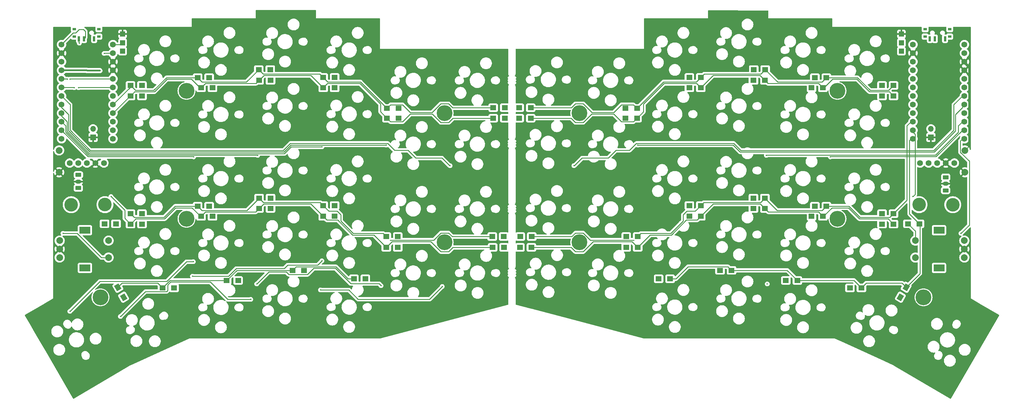
<source format=gtl>
G04 #@! TF.GenerationSoftware,KiCad,Pcbnew,7.0.2*
G04 #@! TF.CreationDate,2023-05-26T11:36:11-04:00*
G04 #@! TF.ProjectId,SofleKeyboard,536f666c-654b-4657-9962-6f6172642e6b,rev?*
G04 #@! TF.SameCoordinates,Original*
G04 #@! TF.FileFunction,Copper,L1,Top*
G04 #@! TF.FilePolarity,Positive*
%FSLAX46Y46*%
G04 Gerber Fmt 4.6, Leading zero omitted, Abs format (unit mm)*
G04 Created by KiCad (PCBNEW 7.0.2) date 2023-05-26 11:36:11*
%MOMM*%
%LPD*%
G01*
G04 APERTURE LIST*
G04 Aperture macros list*
%AMRoundRect*
0 Rectangle with rounded corners*
0 $1 Rounding radius*
0 $2 $3 $4 $5 $6 $7 $8 $9 X,Y pos of 4 corners*
0 Add a 4 corners polygon primitive as box body*
4,1,4,$2,$3,$4,$5,$6,$7,$8,$9,$2,$3,0*
0 Add four circle primitives for the rounded corners*
1,1,$1+$1,$2,$3*
1,1,$1+$1,$4,$5*
1,1,$1+$1,$6,$7*
1,1,$1+$1,$8,$9*
0 Add four rect primitives between the rounded corners*
20,1,$1+$1,$2,$3,$4,$5,0*
20,1,$1+$1,$4,$5,$6,$7,0*
20,1,$1+$1,$6,$7,$8,$9,0*
20,1,$1+$1,$8,$9,$2,$3,0*%
%AMRotRect*
0 Rectangle, with rotation*
0 The origin of the aperture is its center*
0 $1 length*
0 $2 width*
0 $3 Rotation angle, in degrees counterclockwise*
0 Add horizontal line*
21,1,$1,$2,0,0,$3*%
G04 Aperture macros list end*
G04 #@! TA.AperFunction,ComponentPad*
%ADD10C,4.700000*%
G04 #@! TD*
G04 #@! TA.AperFunction,ComponentPad*
%ADD11R,1.800000X1.500000*%
G04 #@! TD*
G04 #@! TA.AperFunction,ComponentPad*
%ADD12RotRect,1.800000X1.500000X300.000000*%
G04 #@! TD*
G04 #@! TA.AperFunction,ComponentPad*
%ADD13C,4.000000*%
G04 #@! TD*
G04 #@! TA.AperFunction,ComponentPad*
%ADD14R,1.524000X1.524000*%
G04 #@! TD*
G04 #@! TA.AperFunction,ComponentPad*
%ADD15C,2.000000*%
G04 #@! TD*
G04 #@! TA.AperFunction,ComponentPad*
%ADD16R,3.200000X2.000000*%
G04 #@! TD*
G04 #@! TA.AperFunction,SMDPad,CuDef*
%ADD17R,1.000000X0.800000*%
G04 #@! TD*
G04 #@! TA.AperFunction,SMDPad,CuDef*
%ADD18R,0.700000X1.500000*%
G04 #@! TD*
G04 #@! TA.AperFunction,ComponentPad*
%ADD19C,1.752600*%
G04 #@! TD*
G04 #@! TA.AperFunction,ComponentPad*
%ADD20RoundRect,0.250000X-0.625000X0.350000X-0.625000X-0.350000X0.625000X-0.350000X0.625000X0.350000X0*%
G04 #@! TD*
G04 #@! TA.AperFunction,ComponentPad*
%ADD21O,1.750000X1.200000*%
G04 #@! TD*
G04 #@! TA.AperFunction,ComponentPad*
%ADD22R,1.700000X1.700000*%
G04 #@! TD*
G04 #@! TA.AperFunction,ComponentPad*
%ADD23O,1.700000X1.700000*%
G04 #@! TD*
G04 #@! TA.AperFunction,ComponentPad*
%ADD24RoundRect,0.250000X0.625000X-0.350000X0.625000X0.350000X-0.625000X0.350000X-0.625000X-0.350000X0*%
G04 #@! TD*
G04 #@! TA.AperFunction,ComponentPad*
%ADD25RotRect,1.800000X1.500000X240.000000*%
G04 #@! TD*
G04 #@! TA.AperFunction,ViaPad*
%ADD26C,0.400000*%
G04 #@! TD*
G04 #@! TA.AperFunction,Conductor*
%ADD27C,0.250000*%
G04 #@! TD*
G04 #@! TA.AperFunction,Conductor*
%ADD28C,0.500000*%
G04 #@! TD*
G04 APERTURE END LIST*
D10*
X51890000Y-64364000D03*
X128390000Y-70974000D03*
X128390000Y-109274000D03*
X26390000Y-125574000D03*
D11*
X35290000Y-62764000D03*
X38690000Y-62764000D03*
X55190000Y-60464000D03*
X58590000Y-60464000D03*
X73290000Y-58064000D03*
X76690000Y-58064000D03*
X92390000Y-60364000D03*
X95790000Y-60364000D03*
X111290000Y-69564000D03*
X114690000Y-69564000D03*
X142790000Y-69364000D03*
X146190000Y-69364000D03*
X35290000Y-65864000D03*
X38690000Y-65864000D03*
X56190000Y-63464000D03*
X59590000Y-63464000D03*
X73390000Y-61264000D03*
X76790000Y-61264000D03*
X92390000Y-63464000D03*
X95790000Y-63464000D03*
X111290000Y-72464000D03*
X114690000Y-72464000D03*
X142790000Y-72464000D03*
X146190000Y-72464000D03*
X35290000Y-100764000D03*
X38690000Y-100764000D03*
X55190000Y-98564000D03*
X58590000Y-98564000D03*
X73390000Y-96164000D03*
X76790000Y-96164000D03*
X92390000Y-98364000D03*
X95790000Y-98364000D03*
X111090000Y-107564000D03*
X114490000Y-107564000D03*
X142490000Y-107564000D03*
X145890000Y-107564000D03*
X35290000Y-103864000D03*
X38690000Y-103864000D03*
X56190000Y-101564000D03*
X59590000Y-101564000D03*
X73390000Y-99264000D03*
X76790000Y-99264000D03*
X92390000Y-101564000D03*
X95790000Y-101564000D03*
X111090000Y-110764000D03*
X114490000Y-110764000D03*
X142590000Y-110764000D03*
X145990000Y-110764000D03*
X27590000Y-103774000D03*
X30990000Y-103774000D03*
D12*
X31540000Y-122591757D03*
X33240000Y-125536243D03*
D11*
X44790000Y-122764000D03*
X48190000Y-122764000D03*
X63790000Y-120564000D03*
X67190000Y-120564000D03*
X83290000Y-117574000D03*
X86690000Y-117574000D03*
D13*
X17720000Y-98116000D03*
D14*
X32934000Y-52602000D03*
X32934000Y-50102000D03*
X32934000Y-47502000D03*
D11*
X101490000Y-120074000D03*
X104890000Y-120074000D03*
D13*
X27720000Y-98100000D03*
D10*
X51890000Y-102274000D03*
D15*
X14290000Y-108764000D03*
X14290000Y-113764000D03*
X14290000Y-111264000D03*
D16*
X21790000Y-105664000D03*
X21790000Y-116864000D03*
D15*
X28790000Y-113764000D03*
X28790000Y-108764000D03*
D17*
X278064000Y-48274000D03*
X278064000Y-46064000D03*
X270764000Y-48274000D03*
X270764000Y-46064000D03*
D18*
X276664000Y-48924000D03*
X273664000Y-48924000D03*
X272164000Y-48924000D03*
D15*
X14138000Y-88516000D03*
X14138000Y-82016000D03*
D19*
X269260000Y-85758600D03*
X271800000Y-85758600D03*
X274340000Y-85758600D03*
X276880000Y-85758600D03*
X279420000Y-85758600D03*
X14859984Y-50649952D03*
X14859984Y-50649952D03*
X14859984Y-53189952D03*
X14859984Y-53189952D03*
X14859984Y-55729952D03*
X14859984Y-55729952D03*
X14859984Y-58269952D03*
X14859984Y-58269952D03*
X14859984Y-60809952D03*
X14859984Y-60809952D03*
X14859984Y-63349952D03*
X14859984Y-63349952D03*
X14859984Y-65889952D03*
X14859984Y-65889952D03*
X14859984Y-68429952D03*
X14859984Y-68429952D03*
X14859984Y-70969952D03*
X14859984Y-70969952D03*
X14859984Y-73509952D03*
X14859984Y-73509952D03*
X14859984Y-76049952D03*
X14859984Y-76049952D03*
X14859984Y-78589952D03*
X14859984Y-78589952D03*
X30099984Y-78589952D03*
X30099984Y-78589952D03*
X30099984Y-76049952D03*
X30099984Y-76049952D03*
X30099984Y-73509952D03*
X30099984Y-73509952D03*
X30099984Y-70969952D03*
X30099984Y-70969952D03*
X30099984Y-68429952D03*
X30099984Y-68429952D03*
X30099984Y-65889952D03*
X30099984Y-65889952D03*
X30099984Y-63349952D03*
X30099984Y-63349952D03*
X30099984Y-60809952D03*
X30099984Y-60809952D03*
X30099984Y-58269952D03*
X30099984Y-58269952D03*
X30099984Y-55729952D03*
X30099984Y-55729952D03*
X30099984Y-53189952D03*
X30099984Y-53189952D03*
X30099984Y-50649952D03*
X30099984Y-50649952D03*
X267168384Y-50649952D03*
X267168384Y-50649952D03*
X267168384Y-53189952D03*
X267168384Y-53189952D03*
X267168384Y-55729952D03*
X267168384Y-55729952D03*
X267168384Y-58269952D03*
X267168384Y-58269952D03*
X267168384Y-60809952D03*
X267168384Y-60809952D03*
X267168384Y-63349952D03*
X267168384Y-63349952D03*
X267168384Y-65889952D03*
X267168384Y-65889952D03*
X267168384Y-68429952D03*
X267168384Y-68429952D03*
X267168384Y-70969952D03*
X267168384Y-70969952D03*
X267168384Y-73509952D03*
X267168384Y-73509952D03*
X267168384Y-76049952D03*
X267168384Y-76049952D03*
X267168384Y-78589952D03*
X267168384Y-78589952D03*
X282408384Y-78589952D03*
X282408384Y-78589952D03*
X282408384Y-76049952D03*
X282408384Y-76049952D03*
X282408384Y-73509952D03*
X282408384Y-73509952D03*
X282408384Y-70969952D03*
X282408384Y-70969952D03*
X282408384Y-68429952D03*
X282408384Y-68429952D03*
X282408384Y-65889952D03*
X282408384Y-65889952D03*
X282408384Y-63349952D03*
X282408384Y-63349952D03*
X282408384Y-60809952D03*
X282408384Y-60809952D03*
X282408384Y-58269952D03*
X282408384Y-58269952D03*
X282408384Y-55729952D03*
X282408384Y-55729952D03*
X282408384Y-53189952D03*
X282408384Y-53189952D03*
X282408384Y-50649952D03*
X282408384Y-50649952D03*
D20*
X276863000Y-89983000D03*
X276837000Y-93886000D03*
D21*
X276837000Y-91886000D03*
D22*
X24190000Y-78170000D03*
D23*
X24190000Y-75630000D03*
D22*
X272490000Y-78170000D03*
D23*
X272490000Y-75630000D03*
D19*
X17260000Y-85758600D03*
X19800000Y-85758600D03*
X22340000Y-85758600D03*
X24880000Y-85758600D03*
X27420000Y-85758600D03*
D17*
X25916000Y-48274000D03*
X25916000Y-46064000D03*
X18616000Y-48274000D03*
X18616000Y-46064000D03*
D18*
X24516000Y-48924000D03*
X21516000Y-48924000D03*
X20016000Y-48924000D03*
D24*
X19817000Y-93169500D03*
X19843000Y-89266500D03*
D21*
X19843000Y-91266500D03*
D10*
X244790000Y-102274000D03*
D11*
X261390000Y-62764000D03*
X257990000Y-62764000D03*
D13*
X268960000Y-98100000D03*
D11*
X223390000Y-58064000D03*
X219990000Y-58064000D03*
X269090000Y-103774000D03*
X265690000Y-103774000D03*
X185590000Y-110764000D03*
X182190000Y-110764000D03*
D10*
X270290000Y-125574000D03*
D11*
X154090000Y-110764000D03*
X150690000Y-110764000D03*
D10*
X168290000Y-70974000D03*
D14*
X263746000Y-52602000D03*
X263746000Y-50102000D03*
X263746000Y-47502000D03*
D11*
X261390000Y-100764000D03*
X257990000Y-100764000D03*
X261390000Y-65864000D03*
X257990000Y-65864000D03*
D13*
X278960000Y-98116000D03*
D11*
X241490000Y-60464000D03*
X238090000Y-60464000D03*
X213390000Y-117574000D03*
X209990000Y-117574000D03*
X153890000Y-72464000D03*
X150490000Y-72464000D03*
D15*
X282542000Y-88516000D03*
X282542000Y-82016000D03*
D10*
X168290000Y-109274000D03*
D11*
X232890000Y-120564000D03*
X229490000Y-120564000D03*
X204290000Y-60364000D03*
X200890000Y-60364000D03*
X185390000Y-72464000D03*
X181990000Y-72464000D03*
X195190000Y-120074000D03*
X191790000Y-120074000D03*
X223290000Y-96164000D03*
X219890000Y-96164000D03*
D25*
X265140000Y-122591757D03*
X263440000Y-125536243D03*
D10*
X244790000Y-64364000D03*
D11*
X185390000Y-69564000D03*
X181990000Y-69564000D03*
X241490000Y-98564000D03*
X238090000Y-98564000D03*
X223290000Y-99264000D03*
X219890000Y-99264000D03*
X261390000Y-103864000D03*
X257990000Y-103864000D03*
X153890000Y-69364000D03*
X150490000Y-69364000D03*
D15*
X282390000Y-108764000D03*
X282390000Y-113764000D03*
X282390000Y-111264000D03*
D16*
X274890000Y-116864000D03*
X274890000Y-105664000D03*
D15*
X267890000Y-113764000D03*
X267890000Y-108764000D03*
D11*
X204290000Y-101564000D03*
X200890000Y-101564000D03*
X185590000Y-107564000D03*
X182190000Y-107564000D03*
X154190000Y-107564000D03*
X150790000Y-107564000D03*
X251890000Y-122764000D03*
X248490000Y-122764000D03*
X223290000Y-61264000D03*
X219890000Y-61264000D03*
X240490000Y-63464000D03*
X237090000Y-63464000D03*
X204290000Y-63464000D03*
X200890000Y-63464000D03*
X204290000Y-98364000D03*
X200890000Y-98364000D03*
X240490000Y-101564000D03*
X237090000Y-101564000D03*
D26*
X242690000Y-83933500D03*
X267156000Y-95696000D03*
X166690000Y-86552000D03*
X223976000Y-121604000D03*
X223722000Y-83504000D03*
X281380000Y-106618000D03*
X185622000Y-80456000D03*
X29524000Y-95696000D03*
X22412000Y-58358000D03*
X26222000Y-58358000D03*
X17332000Y-60898000D03*
X19872000Y-63438000D03*
X27492000Y-53278000D03*
X15300000Y-106618000D03*
X53990000Y-83933500D03*
X53908000Y-115000000D03*
X17332000Y-129732000D03*
X70926000Y-126176000D03*
X72958000Y-83504000D03*
X32318000Y-131256000D03*
X20126000Y-50230000D03*
X92008000Y-114746000D03*
X92008000Y-80964000D03*
X53654000Y-119318000D03*
X111058000Y-80456000D03*
X109534000Y-122112000D03*
X72704000Y-121604000D03*
X72704000Y-121604000D03*
X91608000Y-123382000D03*
X127676000Y-122366000D03*
X129990000Y-86552000D03*
X16570000Y-60898000D03*
X18602000Y-63438000D03*
D27*
X204290000Y-63464000D02*
X202994000Y-62168000D01*
X240640000Y-101564000D02*
X240490000Y-101564000D01*
X283867000Y-85214833D02*
X281217000Y-82564833D01*
X248041802Y-99062198D02*
X243141802Y-99062198D01*
X207930000Y-59824000D02*
X204290000Y-63464000D01*
X239194000Y-62168000D02*
X240490000Y-63464000D01*
X279268716Y-68441252D02*
X281820016Y-65889952D01*
X263898243Y-121350000D02*
X265140000Y-122591757D01*
X180765000Y-68489000D02*
X184315000Y-68489000D01*
X221980000Y-97474000D02*
X205180000Y-97474000D01*
X185590000Y-110764000D02*
X189265000Y-107089000D01*
X221850000Y-59824000D02*
X207930000Y-59824000D01*
X281820016Y-69271057D02*
X279718716Y-71372357D01*
X213893046Y-80439000D02*
X204894874Y-80444411D01*
X273824572Y-83409000D02*
X280618716Y-76614856D01*
X280618716Y-76614856D02*
X280618716Y-74711252D01*
X260176000Y-64650000D02*
X261390000Y-65864000D01*
X200504604Y-116499000D02*
X212315000Y-116499000D01*
X165975557Y-69364000D02*
X167140557Y-68199000D01*
X215942046Y-82488000D02*
X213893046Y-80439000D01*
X224294000Y-100268000D02*
X223290000Y-99264000D01*
X267781316Y-77251252D02*
X267781316Y-95070684D01*
X204894874Y-80444411D02*
X204889463Y-80439000D01*
X283867000Y-104131000D02*
X283867000Y-85214833D01*
X204290000Y-98364000D02*
X202640000Y-100014000D01*
X185196833Y-79931000D02*
X214021442Y-79931000D01*
X167140557Y-112049000D02*
X169439443Y-112049000D01*
X205280000Y-59374000D02*
X222080000Y-59374000D01*
X165855557Y-72464000D02*
X167140557Y-73749000D01*
X241490000Y-98564000D02*
X240236000Y-99818000D01*
X265378716Y-96775284D02*
X261390000Y-100764000D01*
X254474350Y-64200000D02*
X259954000Y-64200000D01*
X212315000Y-116499000D02*
X213390000Y-117574000D01*
X279718716Y-71372357D02*
X279718716Y-76242064D01*
X269215000Y-118516757D02*
X265140000Y-122591757D01*
X184315000Y-73539000D02*
X185390000Y-72464000D01*
X226944000Y-99818000D02*
X223290000Y-96164000D01*
X229900000Y-117574000D02*
X232890000Y-120564000D01*
X273286384Y-82038000D02*
X279268716Y-76055668D01*
X240490000Y-63464000D02*
X240790000Y-63464000D01*
X183147833Y-81980000D02*
X185196833Y-79931000D01*
X205180000Y-97474000D02*
X204290000Y-98364000D01*
X166690000Y-86552000D02*
X166826000Y-86552000D01*
X202640000Y-100014000D02*
X200140000Y-100014000D01*
X253304000Y-121350000D02*
X263898243Y-121350000D01*
X221950000Y-97924000D02*
X207930000Y-97924000D01*
X279268716Y-76055668D02*
X279268716Y-68441252D01*
X199084000Y-102933604D02*
X195378604Y-106639000D01*
X223290000Y-96164000D02*
X221980000Y-97474000D01*
X281380000Y-106618000D02*
X283867000Y-104131000D01*
X248180000Y-98564000D02*
X241490000Y-98564000D01*
X266140000Y-79029968D02*
X266140000Y-100824000D01*
X184315000Y-68489000D02*
X185390000Y-69564000D01*
X224194000Y-62168000D02*
X239194000Y-62168000D01*
X243340000Y-60914000D02*
X250551954Y-60914000D01*
X186515000Y-106639000D02*
X195378604Y-106639000D01*
X216128442Y-82038000D02*
X273286384Y-82038000D01*
X227044000Y-61718000D02*
X240236000Y-61718000D01*
X242690000Y-83933500D02*
X242764500Y-83859000D01*
X274010968Y-83859000D02*
X281820016Y-76049952D01*
X240790000Y-63464000D02*
X243340000Y-60914000D01*
X189265000Y-107089000D02*
X195565000Y-107089000D01*
X180765000Y-73539000D02*
X184315000Y-73539000D01*
X172399443Y-109089000D02*
X183915000Y-109089000D01*
X202994000Y-62168000D02*
X193422396Y-62168000D01*
X213390000Y-117574000D02*
X229900000Y-117574000D01*
X203215000Y-102639000D02*
X204290000Y-101564000D01*
X240236000Y-61718000D02*
X241490000Y-60464000D01*
X269090000Y-103774000D02*
X269215000Y-103899000D01*
X223817000Y-83409000D02*
X273824572Y-83409000D01*
X250551954Y-60914000D02*
X254287954Y-64650000D01*
X187309198Y-70544802D02*
X185390000Y-72464000D01*
X187309198Y-68281198D02*
X187309198Y-70544802D01*
X260304000Y-101850000D02*
X251466000Y-101850000D01*
X169439443Y-73749000D02*
X171934443Y-71254000D01*
X241490000Y-60464000D02*
X250738350Y-60464000D01*
X195190000Y-120074000D02*
X196929604Y-120074000D01*
X204290000Y-60364000D02*
X202936000Y-61718000D01*
X179132757Y-81980000D02*
X183147833Y-81980000D01*
X183915000Y-109089000D02*
X185590000Y-110764000D01*
X169439443Y-112049000D02*
X172399443Y-109089000D01*
X261390000Y-103864000D02*
X259826000Y-102300000D01*
X273472780Y-82488000D02*
X215942046Y-82488000D01*
X166826000Y-86552000D02*
X169112000Y-84266000D01*
X251890000Y-122764000D02*
X253304000Y-121350000D01*
X178480000Y-71254000D02*
X180765000Y-73539000D01*
X193236000Y-61718000D02*
X185390000Y-69564000D01*
X153890000Y-72464000D02*
X165855557Y-72464000D01*
X171934443Y-71254000D02*
X178480000Y-71254000D01*
X223390000Y-58064000D02*
X227044000Y-61718000D01*
X193422396Y-62168000D02*
X187309198Y-68281198D01*
X280618716Y-74711252D02*
X281820016Y-73509952D01*
X172044443Y-70804000D02*
X178450000Y-70804000D01*
X259826000Y-102300000D02*
X251279604Y-102300000D01*
X223290000Y-61264000D02*
X224194000Y-62168000D01*
X269215000Y-103899000D02*
X269215000Y-118516757D01*
X254287954Y-64650000D02*
X260176000Y-64650000D01*
X214021442Y-79931000D02*
X216128442Y-82038000D01*
X196929604Y-120074000D02*
X200504604Y-116499000D01*
X199084000Y-101070000D02*
X199084000Y-102933604D01*
X207930000Y-97924000D02*
X204290000Y-101564000D01*
X251279604Y-102300000D02*
X248041802Y-99062198D01*
X204290000Y-60364000D02*
X205280000Y-59374000D01*
X266580016Y-76049952D02*
X267781316Y-77251252D01*
X165855557Y-110764000D02*
X167140557Y-112049000D01*
X154090000Y-110764000D02*
X165855557Y-110764000D01*
X169439443Y-68199000D02*
X172044443Y-70804000D01*
X178450000Y-70804000D02*
X180765000Y-68489000D01*
X240490000Y-101564000D02*
X239194000Y-100268000D01*
X204889463Y-80439000D02*
X185639000Y-80439000D01*
X239194000Y-100268000D02*
X224294000Y-100268000D01*
X232890000Y-120564000D02*
X249690000Y-120564000D01*
X153890000Y-69364000D02*
X165975557Y-69364000D01*
X185639000Y-80439000D02*
X185622000Y-80456000D01*
X281217000Y-79192968D02*
X281820016Y-78589952D01*
X200015000Y-102639000D02*
X203215000Y-102639000D01*
X200140000Y-100014000D02*
X199084000Y-101070000D01*
X242764500Y-83859000D02*
X274010968Y-83859000D01*
X266580016Y-73509952D02*
X265378716Y-74711252D01*
X169112000Y-84266000D02*
X176846757Y-84266000D01*
X279718716Y-76242064D02*
X273472780Y-82488000D01*
X265378716Y-74711252D02*
X265378716Y-96775284D01*
X249690000Y-120564000D02*
X251890000Y-122764000D01*
X202936000Y-61718000D02*
X193236000Y-61718000D01*
X261390000Y-100764000D02*
X260304000Y-101850000D01*
X185590000Y-107564000D02*
X186515000Y-106639000D01*
X222080000Y-59374000D02*
X223390000Y-58064000D01*
X167140557Y-73749000D02*
X169439443Y-73749000D01*
X267781316Y-95070684D02*
X267156000Y-95696000D01*
X281820016Y-68429952D02*
X281820016Y-69271057D01*
X281217000Y-82564833D02*
X281217000Y-79192968D01*
X167140557Y-68199000D02*
X169439443Y-68199000D01*
X251466000Y-101850000D02*
X248180000Y-98564000D01*
X176846757Y-84266000D02*
X179132757Y-81980000D01*
X223722000Y-83504000D02*
X223817000Y-83409000D01*
X223290000Y-61264000D02*
X221850000Y-59824000D01*
X266140000Y-100824000D02*
X269090000Y-103774000D01*
X240236000Y-99818000D02*
X226944000Y-99818000D01*
X250738350Y-60464000D02*
X254474350Y-64200000D01*
X243141802Y-99062198D02*
X240640000Y-101564000D01*
X223290000Y-99264000D02*
X221950000Y-97924000D01*
X266580016Y-78589952D02*
X266140000Y-79029968D01*
X259954000Y-64200000D02*
X261390000Y-62764000D01*
X195565000Y-107089000D02*
X200015000Y-102639000D01*
X130704443Y-69364000D02*
X129539443Y-68199000D01*
X142790000Y-69364000D02*
X130704443Y-69364000D01*
X118230000Y-70804000D02*
X115915000Y-68489000D01*
X115915000Y-68489000D02*
X112365000Y-68489000D01*
X92390000Y-60364000D02*
X91400000Y-59374000D01*
X56444000Y-61718000D02*
X55190000Y-60464000D01*
X129539443Y-68199000D02*
X127240557Y-68199000D01*
X36726000Y-64200000D02*
X35290000Y-62764000D01*
X69636000Y-61718000D02*
X56444000Y-61718000D01*
X35290000Y-62764000D02*
X35290000Y-63239936D01*
X74600000Y-59374000D02*
X73290000Y-58064000D01*
X112365000Y-68489000D02*
X111290000Y-69564000D01*
X45941650Y-60464000D02*
X42205650Y-64200000D01*
X92390000Y-60364000D02*
X93744000Y-61718000D01*
X93744000Y-61718000D02*
X103444000Y-61718000D01*
X103444000Y-61718000D02*
X111290000Y-69564000D01*
X42205650Y-64200000D02*
X36726000Y-64200000D01*
X127240557Y-68199000D02*
X124635557Y-70804000D01*
X35290000Y-63239936D02*
X30099984Y-68429952D01*
X55190000Y-60464000D02*
X45941650Y-60464000D01*
X35290000Y-62764000D02*
X35538000Y-63012000D01*
X124635557Y-70804000D02*
X118230000Y-70804000D01*
X73290000Y-58064000D02*
X69636000Y-61718000D01*
X91400000Y-59374000D02*
X74600000Y-59374000D01*
X124745557Y-71254000D02*
X118200000Y-71254000D01*
X74830000Y-59824000D02*
X88750000Y-59824000D01*
X42392046Y-64650000D02*
X36504000Y-64650000D01*
X53340000Y-60914000D02*
X46128046Y-60914000D01*
X56190000Y-63464000D02*
X55890000Y-63464000D01*
X127240557Y-73749000D02*
X124745557Y-71254000D01*
X72486000Y-62168000D02*
X57486000Y-62168000D01*
X55890000Y-63464000D02*
X53340000Y-60914000D01*
X118200000Y-71254000D02*
X115915000Y-73539000D01*
X35290000Y-65864000D02*
X35205936Y-65864000D01*
X57486000Y-62168000D02*
X56190000Y-63464000D01*
X35205936Y-65864000D02*
X30099984Y-70969952D01*
X92390000Y-63464000D02*
X93686000Y-62168000D01*
X129539443Y-73749000D02*
X127240557Y-73749000D01*
X73390000Y-61264000D02*
X72486000Y-62168000D01*
X93686000Y-62168000D02*
X103257604Y-62168000D01*
X112365000Y-73539000D02*
X111290000Y-72464000D01*
X109370802Y-70544802D02*
X111290000Y-72464000D01*
X36504000Y-64650000D02*
X35290000Y-65864000D01*
X142790000Y-72464000D02*
X130824443Y-72464000D01*
X103257604Y-62168000D02*
X109370802Y-68281198D01*
X88750000Y-59824000D02*
X92390000Y-63464000D01*
X115915000Y-73539000D02*
X112365000Y-73539000D01*
X109370802Y-68281198D02*
X109370802Y-70544802D01*
X73390000Y-61264000D02*
X74830000Y-59824000D01*
X46128046Y-60914000D02*
X42392046Y-64650000D01*
X130824443Y-72464000D02*
X129539443Y-73749000D01*
X111090000Y-107564000D02*
X110165000Y-106639000D01*
X125100556Y-108639000D02*
X112165000Y-108639000D01*
X73390000Y-96164000D02*
X74700000Y-97474000D01*
X142490000Y-107564000D02*
X130604443Y-107564000D01*
X127240557Y-106499000D02*
X125100556Y-108639000D01*
X91500000Y-97474000D02*
X92390000Y-98364000D01*
X45214000Y-101850000D02*
X48500000Y-98564000D01*
X97596000Y-101070000D02*
X97596000Y-102933604D01*
X129539443Y-106499000D02*
X127240557Y-106499000D01*
X96540000Y-100014000D02*
X97596000Y-101070000D01*
X97596000Y-102933604D02*
X101301396Y-106639000D01*
X35290000Y-100764000D02*
X36376000Y-101850000D01*
X92390000Y-98364000D02*
X94040000Y-100014000D01*
X94040000Y-100014000D02*
X96540000Y-100014000D01*
X130604443Y-107564000D02*
X129539443Y-106499000D01*
X56444000Y-99818000D02*
X69736000Y-99818000D01*
X110165000Y-106639000D02*
X101301396Y-106639000D01*
X48500000Y-98564000D02*
X55190000Y-98564000D01*
X69736000Y-99818000D02*
X73390000Y-96164000D01*
X74700000Y-97474000D02*
X91500000Y-97474000D01*
X36376000Y-101850000D02*
X45214000Y-101850000D01*
X55190000Y-98564000D02*
X56444000Y-99818000D01*
X93465000Y-102639000D02*
X92390000Y-101564000D01*
X33588000Y-99760000D02*
X33588000Y-102162000D01*
X96665000Y-102639000D02*
X93465000Y-102639000D01*
X127240557Y-112049000D02*
X124280557Y-109089000D01*
X130824443Y-110764000D02*
X129539443Y-112049000D01*
X107415000Y-107089000D02*
X101115000Y-107089000D01*
X29524000Y-95696000D02*
X33588000Y-99760000D01*
X33588000Y-102162000D02*
X35290000Y-103864000D01*
X112765000Y-109089000D02*
X111090000Y-110764000D01*
X45400396Y-102300000D02*
X48638198Y-99062198D01*
X111090000Y-110764000D02*
X107415000Y-107089000D01*
X73390000Y-99264000D02*
X74730000Y-97924000D01*
X129539443Y-112049000D02*
X127240557Y-112049000D01*
X56190000Y-101564000D02*
X57486000Y-100268000D01*
X88750000Y-97924000D02*
X92390000Y-101564000D01*
X72386000Y-100268000D02*
X73390000Y-99264000D01*
X48638198Y-99062198D02*
X53538198Y-99062198D01*
X36854000Y-102300000D02*
X45400396Y-102300000D01*
X35290000Y-103864000D02*
X36854000Y-102300000D01*
X57486000Y-100268000D02*
X72386000Y-100268000D01*
X53538198Y-99062198D02*
X56040000Y-101564000D01*
X56040000Y-101564000D02*
X56190000Y-101564000D01*
X74730000Y-97924000D02*
X88750000Y-97924000D01*
X142590000Y-110764000D02*
X130824443Y-110764000D01*
X101115000Y-107089000D02*
X96665000Y-102639000D01*
X124280557Y-109089000D02*
X112765000Y-109089000D01*
X32781757Y-121350000D02*
X31540000Y-122591757D01*
X96175396Y-116499000D02*
X84365000Y-116499000D01*
X66780000Y-117574000D02*
X63790000Y-120564000D01*
X43376000Y-121350000D02*
X32781757Y-121350000D01*
X101490000Y-120074000D02*
X99750396Y-120074000D01*
X44790000Y-122764000D02*
X43376000Y-121350000D01*
X63790000Y-120564000D02*
X46990000Y-120564000D01*
X46990000Y-120564000D02*
X44790000Y-122764000D01*
X99750396Y-120074000D02*
X96175396Y-116499000D01*
X84365000Y-116499000D02*
X83290000Y-117574000D01*
X83290000Y-117574000D02*
X66780000Y-117574000D01*
D28*
X22412000Y-58358000D02*
X26222000Y-58358000D01*
X22412000Y-58358000D02*
X22323952Y-58269952D01*
X22323952Y-58269952D02*
X14859984Y-58269952D01*
D27*
X282542000Y-82016000D02*
X283666000Y-80892000D01*
X283666000Y-80892000D02*
X283666000Y-57575936D01*
X283666000Y-57575936D02*
X281820016Y-55729952D01*
X17332000Y-60898000D02*
X17420048Y-60809952D01*
X17420048Y-60809952D02*
X30099984Y-60809952D01*
X19872000Y-63438000D02*
X19960048Y-63349952D01*
X19960048Y-63349952D02*
X30099984Y-63349952D01*
X30099984Y-53189952D02*
X27580048Y-53189952D01*
X27580048Y-53189952D02*
X27492000Y-53278000D01*
X32386048Y-50649952D02*
X32934000Y-50102000D01*
X30099984Y-50649952D02*
X32386048Y-50649952D01*
X19494000Y-106618000D02*
X15300000Y-106618000D01*
X26640000Y-113764000D02*
X19494000Y-106618000D01*
X28790000Y-113764000D02*
X26640000Y-113764000D01*
X17332000Y-129732000D02*
X26222000Y-120842000D01*
X53915500Y-83859000D02*
X22669032Y-83859000D01*
X22669032Y-83859000D02*
X14859984Y-76049952D01*
X26222000Y-120842000D02*
X46034000Y-120842000D01*
X51876000Y-115000000D02*
X53908000Y-115000000D01*
X46034000Y-120842000D02*
X51876000Y-115000000D01*
X53990000Y-83933500D02*
X53915500Y-83859000D01*
X47176396Y-121014000D02*
X58906000Y-121014000D01*
X16061284Y-74711252D02*
X14859984Y-73509952D01*
X64068000Y-126176000D02*
X70926000Y-126176000D01*
X46288000Y-123566000D02*
X46288000Y-121902396D01*
X46288000Y-121902396D02*
X47176396Y-121014000D01*
X22855428Y-83409000D02*
X16061284Y-76614856D01*
X39735000Y-123839000D02*
X46015000Y-123839000D01*
X16061284Y-76614856D02*
X16061284Y-74711252D01*
X72958000Y-83504000D02*
X72863000Y-83409000D01*
X46015000Y-123839000D02*
X46288000Y-123566000D01*
X72863000Y-83409000D02*
X22855428Y-83409000D01*
X32318000Y-131256000D02*
X39735000Y-123839000D01*
X58906000Y-121014000D02*
X64068000Y-126176000D01*
X21904000Y-48536000D02*
X21904000Y-46733000D01*
X21904000Y-46733000D02*
X21337000Y-46166000D01*
X18327936Y-47182000D02*
X14859984Y-50649952D01*
X21337000Y-46166000D02*
X20095000Y-46166000D01*
X20095000Y-46166000D02*
X19079000Y-47182000D01*
X21516000Y-48924000D02*
X21904000Y-48536000D01*
X19079000Y-47182000D02*
X18327936Y-47182000D01*
X21516000Y-48924000D02*
X21650000Y-48790000D01*
X20016000Y-50120000D02*
X20126000Y-50230000D01*
X20016000Y-48924000D02*
X20016000Y-50120000D01*
X14859984Y-71811057D02*
X16511284Y-73462357D01*
X16511284Y-73462357D02*
X16511284Y-76428460D01*
X90738000Y-116016000D02*
X84134000Y-116016000D01*
X80903350Y-82959000D02*
X82898350Y-80964000D01*
X23041824Y-82959000D02*
X80903350Y-82959000D01*
X66608000Y-117032000D02*
X64322000Y-119318000D01*
X82898350Y-80964000D02*
X92008000Y-80964000D01*
X64322000Y-119318000D02*
X62544000Y-119318000D01*
X16511284Y-76428460D02*
X23041824Y-82959000D01*
X81848000Y-116016000D02*
X80832000Y-117032000D01*
X84134000Y-116016000D02*
X81848000Y-116016000D01*
X92008000Y-114746000D02*
X90738000Y-116016000D01*
X14859984Y-70969952D02*
X14859984Y-71811057D01*
X62544000Y-119318000D02*
X53654000Y-119318000D01*
X80832000Y-117032000D02*
X66608000Y-117032000D01*
X95989000Y-116949000D02*
X100549000Y-121509000D01*
X87754000Y-118810000D02*
X89615000Y-116949000D01*
X82226000Y-118810000D02*
X87754000Y-118810000D01*
X100549000Y-121509000D02*
X108931000Y-121509000D01*
X80737954Y-82488000D02*
X82786954Y-80439000D01*
X89615000Y-116949000D02*
X95989000Y-116949000D01*
X81464000Y-118048000D02*
X82226000Y-118810000D01*
X16961284Y-76242064D02*
X23207220Y-82488000D01*
X16961284Y-71372357D02*
X16961284Y-76242064D01*
X82786954Y-80439000D02*
X91785126Y-80444411D01*
X91785126Y-80444411D02*
X91790537Y-80439000D01*
X23207220Y-82488000D02*
X80737954Y-82488000D01*
X91790537Y-80439000D02*
X111041000Y-80439000D01*
X108931000Y-121509000D02*
X109534000Y-122112000D01*
X76260000Y-118048000D02*
X81464000Y-118048000D01*
X72704000Y-121604000D02*
X76260000Y-118048000D01*
X111041000Y-80439000D02*
X111058000Y-80456000D01*
X14859984Y-68429952D02*
X14859984Y-69271057D01*
X14859984Y-69271057D02*
X16961284Y-71372357D01*
X129990000Y-86552000D02*
X129854000Y-86552000D01*
X117547243Y-81980000D02*
X113532167Y-81980000D01*
X129854000Y-86552000D02*
X127568000Y-84266000D01*
X127568000Y-84266000D02*
X119833243Y-84266000D01*
X111483167Y-79931000D02*
X82658558Y-79931000D01*
X80551558Y-82038000D02*
X23393616Y-82038000D01*
X17411284Y-76055668D02*
X17411284Y-68441252D01*
X91608000Y-123382000D02*
X99976350Y-123382000D01*
X102733350Y-126139000D02*
X123903000Y-126139000D01*
X113532167Y-81980000D02*
X111483167Y-79931000D01*
X123903000Y-126139000D02*
X127676000Y-122366000D01*
X119833243Y-84266000D02*
X117547243Y-81980000D01*
X82658558Y-79931000D02*
X80551558Y-82038000D01*
X99976350Y-123382000D02*
X102733350Y-126139000D01*
X17411284Y-68441252D02*
X14859984Y-65889952D01*
X23393616Y-82038000D02*
X17411284Y-76055668D01*
X14859984Y-60809952D02*
X16481952Y-60809952D01*
X16481952Y-60809952D02*
X16570000Y-60898000D01*
X18513952Y-63349952D02*
X18602000Y-63438000D01*
X14859984Y-63349952D02*
X18513952Y-63349952D01*
X166075557Y-107564000D02*
X167140557Y-106499000D01*
X154190000Y-107564000D02*
X166075557Y-107564000D01*
X169439443Y-106499000D02*
X171579444Y-108639000D01*
X171579444Y-108639000D02*
X184515000Y-108639000D01*
X167140557Y-106499000D02*
X169439443Y-106499000D01*
X267890000Y-105974000D02*
X265690000Y-103774000D01*
X267890000Y-108764000D02*
X267890000Y-105974000D01*
G04 #@! TA.AperFunction,Conductor*
G36*
X90186621Y-40411502D02*
G01*
X90233114Y-40465158D01*
X90244500Y-40517500D01*
X90244500Y-42770469D01*
X90242587Y-42792343D01*
X90240876Y-42802048D01*
X90242586Y-42811746D01*
X90244128Y-42829373D01*
X90248707Y-42846467D01*
X90250418Y-42856171D01*
X90253935Y-42862262D01*
X90258452Y-42867645D01*
X90266982Y-42872570D01*
X90284972Y-42885167D01*
X90292518Y-42891499D01*
X90292519Y-42891499D01*
X90292520Y-42891500D01*
X90292521Y-42891500D01*
X90299123Y-42893903D01*
X90306047Y-42895124D01*
X90306047Y-42895123D01*
X90306048Y-42895124D01*
X90315746Y-42893413D01*
X90337625Y-42891500D01*
X109118500Y-42891500D01*
X109186621Y-42911502D01*
X109233114Y-42965158D01*
X109244500Y-43017500D01*
X109244500Y-51770469D01*
X109242587Y-51792343D01*
X109240876Y-51802048D01*
X109242586Y-51811746D01*
X109244128Y-51829373D01*
X109248707Y-51846467D01*
X109250418Y-51856171D01*
X109253935Y-51862262D01*
X109258452Y-51867645D01*
X109266982Y-51872570D01*
X109284972Y-51885167D01*
X109292518Y-51891499D01*
X109292519Y-51891499D01*
X109292520Y-51891500D01*
X109292521Y-51891500D01*
X109299123Y-51893903D01*
X109306047Y-51895124D01*
X109306047Y-51895123D01*
X109306048Y-51895124D01*
X109315746Y-51893413D01*
X109337625Y-51891500D01*
X147118500Y-51891500D01*
X147186621Y-51911502D01*
X147233114Y-51965158D01*
X147244500Y-52017500D01*
X147244500Y-59157469D01*
X147244500Y-59182000D01*
X147244500Y-59283142D01*
X147275842Y-59450804D01*
X147281670Y-59481983D01*
X147354743Y-59670609D01*
X147447832Y-59820951D01*
X147466687Y-59889398D01*
X147445544Y-59957173D01*
X147393048Y-60001895D01*
X147312628Y-60038621D01*
X147203855Y-60132873D01*
X147126047Y-60253946D01*
X147085500Y-60392038D01*
X147085500Y-60535961D01*
X147126047Y-60674053D01*
X147188273Y-60770879D01*
X147208275Y-60838999D01*
X147188274Y-60907119D01*
X147164251Y-60944500D01*
X147126419Y-61003369D01*
X147126046Y-61003949D01*
X147085500Y-61142038D01*
X147085500Y-61285961D01*
X147126047Y-61424053D01*
X147188273Y-61520880D01*
X147208275Y-61589001D01*
X147188273Y-61657120D01*
X147126047Y-61753946D01*
X147085500Y-61892038D01*
X147085500Y-62035961D01*
X147126047Y-62174053D01*
X147203855Y-62295126D01*
X147203856Y-62295127D01*
X147203857Y-62295128D01*
X147312627Y-62389377D01*
X147393049Y-62426105D01*
X147446703Y-62472596D01*
X147466705Y-62540717D01*
X147447832Y-62607048D01*
X147354743Y-62757389D01*
X147281670Y-62946016D01*
X147275912Y-62976821D01*
X147247278Y-63130000D01*
X147244500Y-63144860D01*
X147244500Y-67979500D01*
X147224498Y-68047621D01*
X147170842Y-68094114D01*
X147118500Y-68105500D01*
X145241362Y-68105500D01*
X145238013Y-68105859D01*
X145238013Y-68105860D01*
X145180799Y-68112011D01*
X145043794Y-68163111D01*
X144926738Y-68250738D01*
X144839111Y-68367794D01*
X144802561Y-68465788D01*
X144788011Y-68504799D01*
X144781500Y-68565362D01*
X144781500Y-70162638D01*
X144788011Y-70223201D01*
X144799631Y-70254355D01*
X144839111Y-70360205D01*
X144926738Y-70477261D01*
X145043794Y-70564888D01*
X145043795Y-70564888D01*
X145043796Y-70564889D01*
X145180799Y-70615989D01*
X145241362Y-70622500D01*
X145244731Y-70622500D01*
X147118500Y-70622500D01*
X147186621Y-70642502D01*
X147233114Y-70696158D01*
X147244500Y-70748500D01*
X147244500Y-71079500D01*
X147224498Y-71147621D01*
X147170842Y-71194114D01*
X147118500Y-71205500D01*
X145241362Y-71205500D01*
X145238013Y-71205859D01*
X145238013Y-71205860D01*
X145180799Y-71212011D01*
X145043794Y-71263111D01*
X144926738Y-71350738D01*
X144839111Y-71467794D01*
X144792068Y-71593921D01*
X144788011Y-71604799D01*
X144781500Y-71665362D01*
X144781500Y-73262638D01*
X144788011Y-73323201D01*
X144806209Y-73371992D01*
X144839111Y-73460205D01*
X144926738Y-73577261D01*
X145043794Y-73664888D01*
X145043795Y-73664888D01*
X145043796Y-73664889D01*
X145180799Y-73715989D01*
X145241362Y-73722500D01*
X145244731Y-73722500D01*
X147118500Y-73722500D01*
X147186621Y-73742502D01*
X147233114Y-73796158D01*
X147244500Y-73848500D01*
X147244500Y-77953469D01*
X147244500Y-77978000D01*
X147244500Y-78079142D01*
X147271098Y-78221428D01*
X147281670Y-78277983D01*
X147354743Y-78466609D01*
X147447832Y-78616951D01*
X147466687Y-78685398D01*
X147445544Y-78753173D01*
X147393048Y-78797895D01*
X147312628Y-78834621D01*
X147203855Y-78928873D01*
X147126047Y-79049946D01*
X147085500Y-79188038D01*
X147085500Y-79331961D01*
X147126047Y-79470053D01*
X147188273Y-79566880D01*
X147208275Y-79635001D01*
X147188273Y-79703120D01*
X147126047Y-79799946D01*
X147085500Y-79938038D01*
X147085500Y-80081961D01*
X147126047Y-80220053D01*
X147188273Y-80316880D01*
X147208275Y-80385001D01*
X147188273Y-80453120D01*
X147126047Y-80549946D01*
X147085500Y-80688038D01*
X147085500Y-80831961D01*
X147126047Y-80970053D01*
X147203855Y-81091126D01*
X147203856Y-81091127D01*
X147203857Y-81091128D01*
X147312627Y-81185377D01*
X147393049Y-81222105D01*
X147446703Y-81268596D01*
X147466705Y-81336717D01*
X147447832Y-81403048D01*
X147354743Y-81553389D01*
X147286785Y-81728813D01*
X147281670Y-81742017D01*
X147244500Y-81940858D01*
X147244500Y-82014520D01*
X147244500Y-97257469D01*
X147244500Y-97282000D01*
X147244500Y-97383142D01*
X147259892Y-97465482D01*
X147281670Y-97581983D01*
X147354743Y-97770609D01*
X147447832Y-97920951D01*
X147466687Y-97989398D01*
X147445544Y-98057173D01*
X147393048Y-98101895D01*
X147312628Y-98138621D01*
X147203855Y-98232873D01*
X147126047Y-98353946D01*
X147085500Y-98492038D01*
X147085500Y-98635961D01*
X147126047Y-98774053D01*
X147188273Y-98870880D01*
X147208275Y-98939001D01*
X147188273Y-99007120D01*
X147126047Y-99103946D01*
X147085500Y-99242038D01*
X147085500Y-99385961D01*
X147126047Y-99524053D01*
X147188273Y-99620880D01*
X147208275Y-99689001D01*
X147188273Y-99757120D01*
X147126047Y-99853946D01*
X147085500Y-99992038D01*
X147085500Y-100135961D01*
X147126047Y-100274053D01*
X147203855Y-100395126D01*
X147203856Y-100395127D01*
X147203857Y-100395128D01*
X147312627Y-100489377D01*
X147393049Y-100526105D01*
X147446703Y-100572596D01*
X147466705Y-100640717D01*
X147447832Y-100707048D01*
X147354743Y-100857389D01*
X147281670Y-101046016D01*
X147275912Y-101076821D01*
X147244670Y-101243952D01*
X147244500Y-101244860D01*
X147244500Y-106267322D01*
X147224498Y-106335443D01*
X147170842Y-106381936D01*
X147100568Y-106392040D01*
X147042993Y-106368192D01*
X147036205Y-106363111D01*
X146957337Y-106333695D01*
X146899201Y-106312011D01*
X146838638Y-106305500D01*
X144941362Y-106305500D01*
X144938013Y-106305859D01*
X144938013Y-106305860D01*
X144880799Y-106312011D01*
X144743794Y-106363111D01*
X144626738Y-106450738D01*
X144539111Y-106567794D01*
X144507399Y-106652818D01*
X144488011Y-106704799D01*
X144481500Y-106765362D01*
X144481500Y-108362638D01*
X144488011Y-108423201D01*
X144496625Y-108446295D01*
X144539111Y-108560205D01*
X144626738Y-108677261D01*
X144743794Y-108764888D01*
X144743795Y-108764888D01*
X144743796Y-108764889D01*
X144880799Y-108815989D01*
X144941362Y-108822500D01*
X144944731Y-108822500D01*
X146835269Y-108822500D01*
X146838638Y-108822500D01*
X146899201Y-108815989D01*
X147036204Y-108764889D01*
X147042990Y-108759808D01*
X147109510Y-108734998D01*
X147178885Y-108750089D01*
X147229087Y-108800291D01*
X147244500Y-108860677D01*
X147244500Y-109422028D01*
X147224498Y-109490149D01*
X147170842Y-109536642D01*
X147100568Y-109546746D01*
X147074468Y-109540084D01*
X147034299Y-109525102D01*
X146999201Y-109512011D01*
X146938638Y-109505500D01*
X145041362Y-109505500D01*
X145038013Y-109505859D01*
X145038013Y-109505860D01*
X144980799Y-109512011D01*
X144843794Y-109563111D01*
X144726738Y-109650738D01*
X144639111Y-109767794D01*
X144592586Y-109892533D01*
X144588011Y-109904799D01*
X144581500Y-109965362D01*
X144581500Y-111562638D01*
X144588011Y-111623201D01*
X144606670Y-111673226D01*
X144639111Y-111760205D01*
X144726738Y-111877261D01*
X144843794Y-111964888D01*
X144843795Y-111964888D01*
X144843796Y-111964889D01*
X144980799Y-112015989D01*
X145041362Y-112022500D01*
X145044731Y-112022500D01*
X146935269Y-112022500D01*
X146938638Y-112022500D01*
X146999201Y-112015989D01*
X147074470Y-111987914D01*
X147145283Y-111982850D01*
X147207595Y-112016875D01*
X147241620Y-112079187D01*
X147244500Y-112105971D01*
X147244500Y-116307468D01*
X147244500Y-116307469D01*
X147244500Y-116332000D01*
X147244500Y-116433142D01*
X147257922Y-116504943D01*
X147281670Y-116631983D01*
X147354743Y-116820609D01*
X147447832Y-116970951D01*
X147466687Y-117039398D01*
X147445544Y-117107173D01*
X147393048Y-117151895D01*
X147312628Y-117188621D01*
X147203855Y-117282873D01*
X147126047Y-117403946D01*
X147085500Y-117542038D01*
X147085500Y-117685961D01*
X147126047Y-117824053D01*
X147188273Y-117920880D01*
X147208275Y-117989001D01*
X147188273Y-118057120D01*
X147126047Y-118153946D01*
X147085500Y-118292038D01*
X147085500Y-118435961D01*
X147126047Y-118574053D01*
X147188273Y-118670880D01*
X147208275Y-118739001D01*
X147188273Y-118807120D01*
X147126047Y-118903946D01*
X147085500Y-119042038D01*
X147085500Y-119185961D01*
X147126047Y-119324053D01*
X147203855Y-119445126D01*
X147203856Y-119445127D01*
X147203857Y-119445128D01*
X147312627Y-119539377D01*
X147393049Y-119576105D01*
X147446703Y-119622596D01*
X147466705Y-119690717D01*
X147447832Y-119757048D01*
X147354743Y-119907389D01*
X147281670Y-120096016D01*
X147275071Y-120131320D01*
X147246821Y-120282446D01*
X147244500Y-120294860D01*
X147244500Y-127660666D01*
X147224498Y-127728787D01*
X147170842Y-127775280D01*
X147150566Y-127782517D01*
X109325999Y-137736351D01*
X109293933Y-137740500D01*
X52847301Y-137740500D01*
X52813769Y-137735956D01*
X52813602Y-137735910D01*
X52813600Y-137735910D01*
X52795908Y-137743997D01*
X52786626Y-137747801D01*
X52762574Y-137756555D01*
X52747225Y-137766252D01*
X35329360Y-145728705D01*
X35308065Y-145735425D01*
X35290660Y-145745663D01*
X35279179Y-145751644D01*
X35270733Y-145755505D01*
X35260255Y-145763548D01*
X18456468Y-155648128D01*
X18387610Y-155665426D01*
X18320332Y-155642751D01*
X18283589Y-155602740D01*
X9962006Y-141255182D01*
X12429950Y-141255182D01*
X12469054Y-141514615D01*
X12469055Y-141514618D01*
X12546386Y-141765323D01*
X12660222Y-142001704D01*
X12808013Y-142218474D01*
X12808015Y-142218476D01*
X12808017Y-142218479D01*
X12986469Y-142410805D01*
X13191593Y-142574386D01*
X13418807Y-142705568D01*
X13663034Y-142801420D01*
X13918820Y-142859802D01*
X14114956Y-142874500D01*
X14117309Y-142874500D01*
X14243591Y-142874500D01*
X14245944Y-142874500D01*
X14442080Y-142859802D01*
X14697866Y-142801420D01*
X14942093Y-142705568D01*
X15169307Y-142574386D01*
X15236495Y-142520805D01*
X20725745Y-142520805D01*
X20735745Y-142730738D01*
X20785295Y-142934983D01*
X20834766Y-143043311D01*
X20844006Y-143072499D01*
X20880381Y-143267076D01*
X20880382Y-143267080D01*
X20920567Y-143370810D01*
X20960754Y-143474545D01*
X21077873Y-143663698D01*
X21077874Y-143663699D01*
X21077876Y-143663702D01*
X21227764Y-143828121D01*
X21405311Y-143962198D01*
X21604472Y-144061369D01*
X21818464Y-144122255D01*
X21857360Y-144125859D01*
X21981580Y-144137370D01*
X21981586Y-144137370D01*
X21984497Y-144137640D01*
X21987410Y-144137640D01*
X22092590Y-144137640D01*
X22095503Y-144137640D01*
X22098414Y-144137370D01*
X22098419Y-144137370D01*
X22183743Y-144129463D01*
X22261536Y-144122255D01*
X22475528Y-144061369D01*
X22674689Y-143962198D01*
X22852236Y-143828121D01*
X23002124Y-143663702D01*
X23119247Y-143474541D01*
X23199618Y-143267080D01*
X23240500Y-143048383D01*
X23240500Y-142825897D01*
X23199618Y-142607200D01*
X23119247Y-142399739D01*
X23119246Y-142399738D01*
X23119245Y-142399734D01*
X23002126Y-142210581D01*
X23002125Y-142210580D01*
X23002124Y-142210578D01*
X22852236Y-142046159D01*
X22766716Y-141981577D01*
X22740013Y-141954115D01*
X22665484Y-141849454D01*
X22513379Y-141704424D01*
X22513378Y-141704423D01*
X22418422Y-141643398D01*
X22336568Y-141590793D01*
X22141460Y-141512684D01*
X21935085Y-141472909D01*
X21777575Y-141472909D01*
X21710109Y-141479351D01*
X21620779Y-141487881D01*
X21469539Y-141532289D01*
X21419125Y-141547093D01*
X21242932Y-141637925D01*
X21232316Y-141643399D01*
X21067114Y-141773317D01*
X20929480Y-141932153D01*
X20824396Y-142114164D01*
X20755655Y-142312778D01*
X20725745Y-142520805D01*
X15236495Y-142520805D01*
X15374431Y-142410805D01*
X15552883Y-142218479D01*
X15700678Y-142001704D01*
X15814513Y-141765323D01*
X15891846Y-141514615D01*
X15930950Y-141255182D01*
X15930950Y-140992818D01*
X15891846Y-140733385D01*
X15814513Y-140482677D01*
X15786496Y-140424500D01*
X15713946Y-140273848D01*
X15700678Y-140246296D01*
X15563686Y-140045366D01*
X15552886Y-140029525D01*
X15552884Y-140029523D01*
X15552883Y-140029521D01*
X15374431Y-139837195D01*
X15169307Y-139673614D01*
X14942093Y-139542432D01*
X14862324Y-139511125D01*
X14697867Y-139446580D01*
X14442080Y-139388198D01*
X14248286Y-139373675D01*
X14248272Y-139373674D01*
X14245944Y-139373500D01*
X14114956Y-139373500D01*
X14112628Y-139373674D01*
X14112613Y-139373675D01*
X13918819Y-139388198D01*
X13663032Y-139446580D01*
X13418806Y-139542432D01*
X13266722Y-139630238D01*
X13191593Y-139673614D01*
X12986469Y-139837195D01*
X12887235Y-139944144D01*
X12808013Y-140029525D01*
X12660222Y-140246295D01*
X12546386Y-140482676D01*
X12469055Y-140733381D01*
X12469054Y-140733385D01*
X12429950Y-140992818D01*
X12429950Y-141255182D01*
X9962006Y-141255182D01*
X8218634Y-138249369D01*
X17035723Y-138249369D01*
X17036143Y-138253553D01*
X17036144Y-138253554D01*
X17065459Y-138544963D01*
X17065460Y-138544971D01*
X17065882Y-138549162D01*
X17066858Y-138553260D01*
X17066859Y-138553262D01*
X17134753Y-138838160D01*
X17134755Y-138838169D01*
X17135731Y-138842261D01*
X17137243Y-138846188D01*
X17137246Y-138846196D01*
X17190936Y-138985597D01*
X17244023Y-139123434D01*
X17246045Y-139127123D01*
X17246047Y-139127128D01*
X17332065Y-139284092D01*
X17388825Y-139387665D01*
X17391318Y-139391049D01*
X17391319Y-139391050D01*
X17558535Y-139617998D01*
X17567554Y-139630238D01*
X17570471Y-139633254D01*
X17570476Y-139633260D01*
X17609502Y-139673612D01*
X17777020Y-139846824D01*
X18013485Y-140033558D01*
X18272730Y-140187109D01*
X18550128Y-140304736D01*
X18840729Y-140384340D01*
X19139347Y-140424500D01*
X19143563Y-140424500D01*
X19363136Y-140424500D01*
X19365244Y-140424500D01*
X19590634Y-140409412D01*
X19885903Y-140349396D01*
X20170537Y-140250560D01*
X20439459Y-140114668D01*
X20687869Y-139944144D01*
X20911333Y-139742032D01*
X21105865Y-139511939D01*
X21267993Y-139257970D01*
X21394823Y-138984658D01*
X21484093Y-138696879D01*
X21534209Y-138399770D01*
X21544277Y-138098631D01*
X21530822Y-137964887D01*
X23208909Y-137964887D01*
X23248013Y-138224320D01*
X23248014Y-138224323D01*
X23325345Y-138475028D01*
X23439181Y-138711409D01*
X23586972Y-138928179D01*
X23586974Y-138928181D01*
X23586976Y-138928184D01*
X23765428Y-139120510D01*
X23970552Y-139284091D01*
X24197766Y-139415273D01*
X24441993Y-139511125D01*
X24697779Y-139569507D01*
X24893915Y-139584205D01*
X24896268Y-139584205D01*
X25022550Y-139584205D01*
X25024903Y-139584205D01*
X25221039Y-139569507D01*
X25476825Y-139511125D01*
X25721052Y-139415273D01*
X25948266Y-139284091D01*
X26153390Y-139120510D01*
X26331842Y-138928184D01*
X26479637Y-138711409D01*
X26506944Y-138654706D01*
X35282681Y-138654706D01*
X35321785Y-138914139D01*
X35321786Y-138914142D01*
X35399117Y-139164847D01*
X35512953Y-139401228D01*
X35660744Y-139617998D01*
X35660746Y-139618000D01*
X35660748Y-139618003D01*
X35839200Y-139810329D01*
X36044324Y-139973910D01*
X36271538Y-140105092D01*
X36515765Y-140200944D01*
X36771551Y-140259326D01*
X36967687Y-140274024D01*
X36970040Y-140274024D01*
X37096322Y-140274024D01*
X37098675Y-140274024D01*
X37294811Y-140259326D01*
X37550597Y-140200944D01*
X37794824Y-140105092D01*
X38022038Y-139973910D01*
X38227162Y-139810329D01*
X38405614Y-139618003D01*
X38553409Y-139401228D01*
X38667244Y-139164847D01*
X38744577Y-138914139D01*
X38772911Y-138726161D01*
X40744814Y-138726161D01*
X40783918Y-138985594D01*
X40783919Y-138985597D01*
X40861250Y-139236302D01*
X40975086Y-139472683D01*
X41122877Y-139689453D01*
X41122879Y-139689455D01*
X41122881Y-139689458D01*
X41301333Y-139881784D01*
X41506457Y-140045365D01*
X41733671Y-140176547D01*
X41977898Y-140272399D01*
X42233684Y-140330781D01*
X42429820Y-140345479D01*
X42432173Y-140345479D01*
X42558455Y-140345479D01*
X42560808Y-140345479D01*
X42756944Y-140330781D01*
X43012730Y-140272399D01*
X43256957Y-140176547D01*
X43484171Y-140045365D01*
X43689295Y-139881784D01*
X43867747Y-139689458D01*
X44015542Y-139472683D01*
X44129377Y-139236302D01*
X44206710Y-138985594D01*
X44245814Y-138726161D01*
X44245814Y-138463797D01*
X44206710Y-138204364D01*
X44151573Y-138025616D01*
X44129377Y-137953655D01*
X44056842Y-137803036D01*
X44015542Y-137717275D01*
X43871319Y-137505739D01*
X43867750Y-137500504D01*
X43867748Y-137500502D01*
X43867747Y-137500500D01*
X43689295Y-137308174D01*
X43484171Y-137144593D01*
X43256957Y-137013411D01*
X43173552Y-136980677D01*
X43012731Y-136917559D01*
X42756944Y-136859177D01*
X42563150Y-136844654D01*
X42563136Y-136844653D01*
X42560808Y-136844479D01*
X42429820Y-136844479D01*
X42427492Y-136844653D01*
X42427477Y-136844654D01*
X42233683Y-136859177D01*
X41977896Y-136917559D01*
X41733670Y-137013411D01*
X41506460Y-137144591D01*
X41506457Y-137144593D01*
X41301333Y-137308174D01*
X41174959Y-137444373D01*
X41122877Y-137500504D01*
X40975086Y-137717274D01*
X40861250Y-137953655D01*
X40783919Y-138204360D01*
X40783918Y-138204364D01*
X40744814Y-138463797D01*
X40744814Y-138726161D01*
X38772911Y-138726161D01*
X38783681Y-138654706D01*
X38783681Y-138392342D01*
X38744577Y-138132909D01*
X38687611Y-137948230D01*
X38667244Y-137882200D01*
X38601693Y-137746083D01*
X38553409Y-137645820D01*
X38454331Y-137500500D01*
X38405617Y-137429049D01*
X38405615Y-137429047D01*
X38405614Y-137429045D01*
X38227162Y-137236719D01*
X38022038Y-137073138D01*
X37794824Y-136941956D01*
X37550598Y-136846104D01*
X37294811Y-136787722D01*
X37101017Y-136773199D01*
X37101003Y-136773198D01*
X37098675Y-136773024D01*
X36967687Y-136773024D01*
X36965359Y-136773198D01*
X36965344Y-136773199D01*
X36771550Y-136787722D01*
X36515763Y-136846104D01*
X36271537Y-136941956D01*
X36204469Y-136980678D01*
X36044324Y-137073138D01*
X35839200Y-137236719D01*
X35772900Y-137308174D01*
X35660744Y-137429049D01*
X35512953Y-137645819D01*
X35399117Y-137882200D01*
X35332358Y-138098631D01*
X35321785Y-138132909D01*
X35282681Y-138392342D01*
X35282681Y-138654706D01*
X26506944Y-138654706D01*
X26593472Y-138475028D01*
X26670805Y-138224320D01*
X26709909Y-137964887D01*
X26709909Y-137702523D01*
X26670805Y-137443090D01*
X26604612Y-137228498D01*
X26593472Y-137192381D01*
X26507284Y-137013411D01*
X26479637Y-136956001D01*
X26364906Y-136787722D01*
X26331845Y-136739230D01*
X26331843Y-136739228D01*
X26331842Y-136739226D01*
X26153390Y-136546900D01*
X25948266Y-136383319D01*
X25721052Y-136252137D01*
X25673138Y-136233332D01*
X25476826Y-136156285D01*
X25221039Y-136097903D01*
X25027245Y-136083380D01*
X25027231Y-136083379D01*
X25024903Y-136083205D01*
X24893915Y-136083205D01*
X24891587Y-136083379D01*
X24891572Y-136083380D01*
X24697778Y-136097903D01*
X24441991Y-136156285D01*
X24197765Y-136252137D01*
X23970555Y-136383317D01*
X23970552Y-136383319D01*
X23765428Y-136546900D01*
X23626934Y-136696160D01*
X23586972Y-136739230D01*
X23439181Y-136956000D01*
X23325345Y-137192381D01*
X23270159Y-137371293D01*
X23248013Y-137443090D01*
X23208909Y-137702523D01*
X23208909Y-137964887D01*
X21530822Y-137964887D01*
X21514118Y-137798838D01*
X21444269Y-137505739D01*
X21335977Y-137224566D01*
X21191175Y-136960335D01*
X21012446Y-136717762D01*
X21009527Y-136714744D01*
X21009523Y-136714739D01*
X20805909Y-136504205D01*
X20802980Y-136501176D01*
X20566515Y-136314442D01*
X20562900Y-136312301D01*
X20562896Y-136312298D01*
X20310895Y-136163038D01*
X20310893Y-136163037D01*
X20307270Y-136160891D01*
X20029872Y-136043264D01*
X20025819Y-136042153D01*
X20025814Y-136042152D01*
X19743335Y-135964773D01*
X19743331Y-135964772D01*
X19739271Y-135963660D01*
X19735100Y-135963099D01*
X19735095Y-135963098D01*
X19444829Y-135924061D01*
X19444819Y-135924060D01*
X19440653Y-135923500D01*
X19214756Y-135923500D01*
X19212672Y-135923639D01*
X19212657Y-135923640D01*
X18993564Y-135938306D01*
X18993549Y-135938307D01*
X18989366Y-135938588D01*
X18985253Y-135939423D01*
X18985238Y-135939426D01*
X18698229Y-135997764D01*
X18698227Y-135997764D01*
X18694097Y-135998604D01*
X18690118Y-135999985D01*
X18690113Y-135999987D01*
X18446754Y-136084491D01*
X18409463Y-136097440D01*
X18405691Y-136099345D01*
X18405691Y-136099346D01*
X18144307Y-136231428D01*
X18144295Y-136231434D01*
X18140541Y-136233332D01*
X18137077Y-136235709D01*
X18137065Y-136235717D01*
X17895600Y-136401474D01*
X17895593Y-136401479D01*
X17892131Y-136403856D01*
X17889015Y-136406674D01*
X17889009Y-136406679D01*
X17671792Y-136603141D01*
X17671787Y-136603145D01*
X17668667Y-136605968D01*
X17665955Y-136609174D01*
X17665945Y-136609186D01*
X17476851Y-136832847D01*
X17476842Y-136832858D01*
X17474135Y-136836061D01*
X17471876Y-136839598D01*
X17471869Y-136839609D01*
X17314279Y-137086470D01*
X17314275Y-137086476D01*
X17312007Y-137090030D01*
X17310234Y-137093850D01*
X17310230Y-137093858D01*
X17186949Y-137359522D01*
X17186945Y-137359530D01*
X17185177Y-137363342D01*
X17183933Y-137367351D01*
X17183930Y-137367360D01*
X17097154Y-137647097D01*
X17097149Y-137647114D01*
X17095907Y-137651121D01*
X17095207Y-137655270D01*
X17095206Y-137655275D01*
X17054600Y-137896008D01*
X17045791Y-137948230D01*
X17045650Y-137952430D01*
X17045650Y-137952436D01*
X17037228Y-138204364D01*
X17035723Y-138249369D01*
X8218634Y-138249369D01*
X6812532Y-135825055D01*
X11835206Y-135825055D01*
X11874310Y-136084488D01*
X11874311Y-136084491D01*
X11951642Y-136335196D01*
X12065478Y-136571577D01*
X12213269Y-136788347D01*
X12213271Y-136788349D01*
X12213273Y-136788352D01*
X12391725Y-136980678D01*
X12596849Y-137144259D01*
X12824063Y-137275441D01*
X13068290Y-137371293D01*
X13324076Y-137429675D01*
X13520212Y-137444373D01*
X13522565Y-137444373D01*
X13648847Y-137444373D01*
X13651200Y-137444373D01*
X13847336Y-137429675D01*
X14103122Y-137371293D01*
X14347349Y-137275441D01*
X14574563Y-137144259D01*
X14779687Y-136980678D01*
X14958139Y-136788352D01*
X15105934Y-136571577D01*
X15219769Y-136335196D01*
X15297102Y-136084488D01*
X15336206Y-135825055D01*
X15336206Y-135562691D01*
X15315341Y-135424264D01*
X33926723Y-135424264D01*
X33952600Y-135562691D01*
X33967605Y-135642961D01*
X34047977Y-135850426D01*
X34165096Y-136039579D01*
X34165097Y-136039580D01*
X34165099Y-136039583D01*
X34314987Y-136204002D01*
X34492534Y-136338079D01*
X34691695Y-136437250D01*
X34905687Y-136498136D01*
X34938494Y-136501176D01*
X35068803Y-136513251D01*
X35068809Y-136513251D01*
X35071720Y-136513521D01*
X35074633Y-136513521D01*
X35179813Y-136513521D01*
X35182726Y-136513521D01*
X35185637Y-136513251D01*
X35185642Y-136513251D01*
X35283263Y-136504205D01*
X35348759Y-136498136D01*
X35562751Y-136437250D01*
X35761912Y-136338079D01*
X35939459Y-136204002D01*
X35986772Y-136152101D01*
X36022141Y-136125000D01*
X36111517Y-136078925D01*
X36276721Y-135949006D01*
X36414354Y-135790170D01*
X36519439Y-135608158D01*
X36588179Y-135409547D01*
X36618089Y-135201516D01*
X36608089Y-134991584D01*
X36558539Y-134787338D01*
X36480682Y-134616855D01*
X36471231Y-134596160D01*
X36349319Y-134424959D01*
X36197214Y-134279929D01*
X36197213Y-134279928D01*
X36121668Y-134231377D01*
X36075176Y-134177723D01*
X36065073Y-134107449D01*
X36094566Y-134042868D01*
X36154292Y-134004485D01*
X36161753Y-134002540D01*
X36194520Y-133995061D01*
X36207835Y-133992022D01*
X36452062Y-133896170D01*
X36679276Y-133764988D01*
X36884400Y-133601407D01*
X37062852Y-133409081D01*
X37178560Y-133239369D01*
X37935723Y-133239369D01*
X37936143Y-133243553D01*
X37936144Y-133243554D01*
X37965459Y-133534963D01*
X37965460Y-133534971D01*
X37965882Y-133539162D01*
X37966858Y-133543260D01*
X37966859Y-133543262D01*
X38034753Y-133828160D01*
X38034755Y-133828169D01*
X38035731Y-133832261D01*
X38037243Y-133836188D01*
X38037246Y-133836196D01*
X38124747Y-134063386D01*
X38144023Y-134113434D01*
X38146045Y-134117123D01*
X38146047Y-134117128D01*
X38282662Y-134366420D01*
X38288825Y-134377665D01*
X38291318Y-134381049D01*
X38291319Y-134381050D01*
X38449092Y-134595182D01*
X38467554Y-134620238D01*
X38470471Y-134623254D01*
X38470476Y-134623260D01*
X38572560Y-134728813D01*
X38677020Y-134836824D01*
X38913485Y-135023558D01*
X39172730Y-135177109D01*
X39450128Y-135294736D01*
X39740729Y-135374340D01*
X40039347Y-135414500D01*
X40043563Y-135414500D01*
X40263136Y-135414500D01*
X40265244Y-135414500D01*
X40490634Y-135399412D01*
X40785903Y-135339396D01*
X41070537Y-135240560D01*
X41339459Y-135104668D01*
X41587869Y-134934144D01*
X41811333Y-134732032D01*
X41927033Y-134595182D01*
X60339500Y-134595182D01*
X60378604Y-134854615D01*
X60378605Y-134854618D01*
X60455936Y-135105323D01*
X60569772Y-135341704D01*
X60717563Y-135558474D01*
X60717565Y-135558476D01*
X60717567Y-135558479D01*
X60896019Y-135750805D01*
X61101143Y-135914386D01*
X61328357Y-136045568D01*
X61572584Y-136141420D01*
X61828370Y-136199802D01*
X62024506Y-136214500D01*
X62026859Y-136214500D01*
X62153141Y-136214500D01*
X62155494Y-136214500D01*
X62351630Y-136199802D01*
X62607416Y-136141420D01*
X62851643Y-136045568D01*
X63078857Y-135914386D01*
X63283981Y-135750805D01*
X63462433Y-135558479D01*
X63610228Y-135341704D01*
X63724063Y-135105323D01*
X63801396Y-134854615D01*
X63840500Y-134595182D01*
X63840500Y-134495182D01*
X98339500Y-134495182D01*
X98378604Y-134754615D01*
X98378605Y-134754618D01*
X98455936Y-135005323D01*
X98569772Y-135241704D01*
X98717563Y-135458474D01*
X98717565Y-135458476D01*
X98717567Y-135458479D01*
X98896019Y-135650805D01*
X99101143Y-135814386D01*
X99328357Y-135945568D01*
X99572584Y-136041420D01*
X99828370Y-136099802D01*
X100024506Y-136114500D01*
X100026859Y-136114500D01*
X100153141Y-136114500D01*
X100155494Y-136114500D01*
X100351630Y-136099802D01*
X100607416Y-136041420D01*
X100851643Y-135945568D01*
X101078857Y-135814386D01*
X101283981Y-135650805D01*
X101462433Y-135458479D01*
X101610228Y-135241704D01*
X101724063Y-135005323D01*
X101801396Y-134754615D01*
X101840500Y-134495182D01*
X101840500Y-134232818D01*
X101801396Y-133973385D01*
X101746259Y-133794637D01*
X101724063Y-133722676D01*
X101635687Y-133539162D01*
X101610228Y-133486296D01*
X101462433Y-133269521D01*
X101283981Y-133077195D01*
X101078857Y-132913614D01*
X100851643Y-132782432D01*
X100747870Y-132741704D01*
X100607417Y-132686580D01*
X100351630Y-132628198D01*
X100157836Y-132613675D01*
X100157822Y-132613674D01*
X100155494Y-132613500D01*
X100024506Y-132613500D01*
X100022178Y-132613674D01*
X100022163Y-132613675D01*
X99828369Y-132628198D01*
X99572582Y-132686580D01*
X99328356Y-132782432D01*
X99115503Y-132905323D01*
X99101143Y-132913614D01*
X98896019Y-133077195D01*
X98757525Y-133226455D01*
X98717563Y-133269525D01*
X98569772Y-133486295D01*
X98455936Y-133722676D01*
X98379451Y-133970639D01*
X98378604Y-133973385D01*
X98339500Y-134232818D01*
X98339500Y-134495182D01*
X63840500Y-134495182D01*
X63840500Y-134332818D01*
X63801396Y-134073385D01*
X63731124Y-133845567D01*
X63724063Y-133822676D01*
X63669242Y-133708841D01*
X63610228Y-133586296D01*
X63476239Y-133389770D01*
X63462436Y-133369525D01*
X63462434Y-133369523D01*
X63462433Y-133369521D01*
X63283981Y-133177195D01*
X63078857Y-133013614D01*
X62851643Y-132882432D01*
X62828780Y-132873459D01*
X62607417Y-132786580D01*
X62351630Y-132728198D01*
X62157836Y-132713675D01*
X62157822Y-132713674D01*
X62155494Y-132713500D01*
X62024506Y-132713500D01*
X62022178Y-132713674D01*
X62022163Y-132713675D01*
X61828369Y-132728198D01*
X61572582Y-132786580D01*
X61328356Y-132882432D01*
X61188601Y-132963120D01*
X61101143Y-133013614D01*
X60896019Y-133177195D01*
X60768725Y-133314386D01*
X60717563Y-133369525D01*
X60569772Y-133586295D01*
X60455936Y-133822676D01*
X60385540Y-134050898D01*
X60378604Y-134073385D01*
X60339500Y-134332818D01*
X60339500Y-134595182D01*
X41927033Y-134595182D01*
X42005865Y-134501939D01*
X42167993Y-134247970D01*
X42294823Y-133974658D01*
X42384093Y-133686879D01*
X42434209Y-133389770D01*
X42444277Y-133088631D01*
X42414118Y-132788838D01*
X42344269Y-132495739D01*
X42305540Y-132395182D01*
X55339500Y-132395182D01*
X55378604Y-132654615D01*
X55378605Y-132654618D01*
X55455936Y-132905323D01*
X55569772Y-133141704D01*
X55717563Y-133358474D01*
X55717565Y-133358476D01*
X55717567Y-133358479D01*
X55896019Y-133550805D01*
X56101143Y-133714386D01*
X56328357Y-133845568D01*
X56572584Y-133941420D01*
X56828370Y-133999802D01*
X57024506Y-134014500D01*
X57026859Y-134014500D01*
X57153141Y-134014500D01*
X57155494Y-134014500D01*
X57351630Y-133999802D01*
X57607416Y-133941420D01*
X57851643Y-133845568D01*
X58078857Y-133714386D01*
X58283981Y-133550805D01*
X58462433Y-133358479D01*
X58610228Y-133141704D01*
X58724063Y-132905323D01*
X58801396Y-132654615D01*
X58840500Y-132395182D01*
X58840500Y-132132818D01*
X58819754Y-131995182D01*
X79339500Y-131995182D01*
X79378604Y-132254615D01*
X79378605Y-132254618D01*
X79455936Y-132505323D01*
X79569772Y-132741704D01*
X79717563Y-132958474D01*
X79717565Y-132958476D01*
X79717567Y-132958479D01*
X79896019Y-133150805D01*
X80101143Y-133314386D01*
X80328357Y-133445568D01*
X80572584Y-133541420D01*
X80828370Y-133599802D01*
X81024506Y-133614500D01*
X81026859Y-133614500D01*
X81153141Y-133614500D01*
X81155494Y-133614500D01*
X81351630Y-133599802D01*
X81607416Y-133541420D01*
X81851643Y-133445568D01*
X82078857Y-133314386D01*
X82283981Y-133150805D01*
X82462433Y-132958479D01*
X82610228Y-132741704D01*
X82724063Y-132505323D01*
X82788883Y-132295182D01*
X93339500Y-132295182D01*
X93378604Y-132554615D01*
X93378605Y-132554618D01*
X93455936Y-132805323D01*
X93569772Y-133041704D01*
X93717563Y-133258474D01*
X93717565Y-133258476D01*
X93717567Y-133258479D01*
X93896019Y-133450805D01*
X94101143Y-133614386D01*
X94328357Y-133745568D01*
X94572584Y-133841420D01*
X94828370Y-133899802D01*
X95024506Y-133914500D01*
X95026859Y-133914500D01*
X95153141Y-133914500D01*
X95155494Y-133914500D01*
X95351630Y-133899802D01*
X95607416Y-133841420D01*
X95851643Y-133745568D01*
X96078857Y-133614386D01*
X96283981Y-133450805D01*
X96462433Y-133258479D01*
X96610228Y-133041704D01*
X96724063Y-132805323D01*
X96801396Y-132554615D01*
X96840500Y-132295182D01*
X96840500Y-132032818D01*
X96801396Y-131773385D01*
X96744111Y-131587672D01*
X96724063Y-131522676D01*
X96636774Y-131341419D01*
X96610228Y-131286296D01*
X96501270Y-131126484D01*
X96462436Y-131069525D01*
X96462434Y-131069523D01*
X96462433Y-131069521D01*
X96283981Y-130877195D01*
X96078857Y-130713614D01*
X95851643Y-130582432D01*
X95737999Y-130537830D01*
X95607417Y-130486580D01*
X95351630Y-130428198D01*
X95157836Y-130413675D01*
X95157822Y-130413674D01*
X95155494Y-130413500D01*
X95024506Y-130413500D01*
X95022178Y-130413674D01*
X95022163Y-130413675D01*
X94828369Y-130428198D01*
X94572582Y-130486580D01*
X94328356Y-130582432D01*
X94101146Y-130713612D01*
X94101143Y-130713614D01*
X93896019Y-130877195D01*
X93793426Y-130987764D01*
X93717563Y-131069525D01*
X93569772Y-131286295D01*
X93455936Y-131522676D01*
X93378605Y-131773381D01*
X93378604Y-131773385D01*
X93339500Y-132032818D01*
X93339500Y-132295182D01*
X82788883Y-132295182D01*
X82801396Y-132254615D01*
X82840500Y-131995182D01*
X82840500Y-131732818D01*
X82801396Y-131473385D01*
X82724063Y-131222677D01*
X82722833Y-131220123D01*
X82633637Y-131034906D01*
X82610228Y-130986296D01*
X82483004Y-130799693D01*
X82462436Y-130769525D01*
X82462434Y-130769523D01*
X82462433Y-130769521D01*
X82283981Y-130577195D01*
X82078857Y-130413614D01*
X81851643Y-130282432D01*
X81766651Y-130249075D01*
X81607417Y-130186580D01*
X81351630Y-130128198D01*
X81157836Y-130113675D01*
X81157822Y-130113674D01*
X81155494Y-130113500D01*
X81024506Y-130113500D01*
X81022178Y-130113674D01*
X81022163Y-130113675D01*
X80828369Y-130128198D01*
X80572582Y-130186580D01*
X80328356Y-130282432D01*
X80101340Y-130413500D01*
X80101143Y-130413614D01*
X79896019Y-130577195D01*
X79782358Y-130699693D01*
X79717563Y-130769525D01*
X79569772Y-130986295D01*
X79455936Y-131222676D01*
X79378605Y-131473381D01*
X79378604Y-131473385D01*
X79339500Y-131732818D01*
X79339500Y-131995182D01*
X58819754Y-131995182D01*
X58801396Y-131873385D01*
X58724063Y-131622677D01*
X58712750Y-131599186D01*
X58662194Y-131494205D01*
X58610228Y-131386296D01*
X58462433Y-131169521D01*
X58283981Y-130977195D01*
X58078857Y-130813614D01*
X57851643Y-130682432D01*
X57831025Y-130674340D01*
X57607417Y-130586580D01*
X57351630Y-130528198D01*
X57157836Y-130513675D01*
X57157822Y-130513674D01*
X57155494Y-130513500D01*
X57024506Y-130513500D01*
X57022178Y-130513674D01*
X57022163Y-130513675D01*
X56828369Y-130528198D01*
X56572582Y-130586580D01*
X56328356Y-130682432D01*
X56108031Y-130809637D01*
X56101143Y-130813614D01*
X55896019Y-130977195D01*
X55757525Y-131126455D01*
X55717563Y-131169525D01*
X55569772Y-131386295D01*
X55455936Y-131622676D01*
X55393201Y-131826061D01*
X55378604Y-131873385D01*
X55339500Y-132132818D01*
X55339500Y-132395182D01*
X42305540Y-132395182D01*
X42235977Y-132214566D01*
X42091175Y-131950335D01*
X41930186Y-131731839D01*
X41914938Y-131711144D01*
X41914937Y-131711142D01*
X41912446Y-131707762D01*
X41909527Y-131704744D01*
X41909523Y-131704739D01*
X41705909Y-131494205D01*
X41702980Y-131491176D01*
X41466515Y-131304442D01*
X41462900Y-131302301D01*
X41462896Y-131302298D01*
X41210895Y-131153038D01*
X41210893Y-131153037D01*
X41207270Y-131150891D01*
X41149707Y-131126482D01*
X43761910Y-131126482D01*
X43771910Y-131336415D01*
X43821460Y-131540660D01*
X43908768Y-131731839D01*
X44030680Y-131903040D01*
X44127314Y-131995179D01*
X44182787Y-132048072D01*
X44238471Y-132083858D01*
X44359596Y-132161701D01*
X44554704Y-132239810D01*
X44554706Y-132239810D01*
X44554708Y-132239811D01*
X44761080Y-132279586D01*
X44915589Y-132279586D01*
X44918590Y-132279586D01*
X45075383Y-132264614D01*
X45225338Y-132220582D01*
X45260837Y-132215479D01*
X45305367Y-132215479D01*
X45308280Y-132215479D01*
X45311191Y-132215209D01*
X45311196Y-132215209D01*
X45396520Y-132207302D01*
X45474313Y-132200094D01*
X45688305Y-132139208D01*
X45887466Y-132040037D01*
X46065013Y-131905960D01*
X46214901Y-131741541D01*
X46306786Y-131593141D01*
X46332022Y-131552384D01*
X46332024Y-131552380D01*
X46412395Y-131344919D01*
X46453277Y-131126222D01*
X46453277Y-130903736D01*
X46412395Y-130685039D01*
X46332024Y-130477578D01*
X46332023Y-130477577D01*
X46332022Y-130477573D01*
X46214903Y-130288420D01*
X46214902Y-130288419D01*
X46214901Y-130288417D01*
X46065013Y-130123998D01*
X45887466Y-129989921D01*
X45816478Y-129954573D01*
X45688304Y-129890749D01*
X45474311Y-129829863D01*
X45311196Y-129814748D01*
X45311170Y-129814746D01*
X45308280Y-129814479D01*
X45197274Y-129814479D01*
X45194384Y-129814746D01*
X45194357Y-129814748D01*
X45031242Y-129829863D01*
X44817249Y-129890749D01*
X44618087Y-129989921D01*
X44440537Y-130123999D01*
X44393227Y-130175895D01*
X44357852Y-130203001D01*
X44268482Y-130249075D01*
X44103279Y-130378994D01*
X43965645Y-130537830D01*
X43860561Y-130719841D01*
X43791820Y-130918455D01*
X43761910Y-131126482D01*
X41149707Y-131126482D01*
X40929872Y-131033264D01*
X40925819Y-131032153D01*
X40925814Y-131032152D01*
X40643335Y-130954773D01*
X40643331Y-130954772D01*
X40639271Y-130953660D01*
X40635100Y-130953099D01*
X40635095Y-130953098D01*
X40344829Y-130914061D01*
X40344819Y-130914060D01*
X40340653Y-130913500D01*
X40114756Y-130913500D01*
X40112672Y-130913639D01*
X40112657Y-130913640D01*
X39893564Y-130928306D01*
X39893549Y-130928307D01*
X39889366Y-130928588D01*
X39885253Y-130929423D01*
X39885238Y-130929426D01*
X39598229Y-130987764D01*
X39598227Y-130987764D01*
X39594097Y-130988604D01*
X39590118Y-130989985D01*
X39590113Y-130989987D01*
X39313454Y-131086054D01*
X39309463Y-131087440D01*
X39305691Y-131089345D01*
X39305691Y-131089346D01*
X39044307Y-131221428D01*
X39044295Y-131221434D01*
X39040541Y-131223332D01*
X39037077Y-131225709D01*
X39037065Y-131225717D01*
X38795600Y-131391474D01*
X38795593Y-131391479D01*
X38792131Y-131393856D01*
X38789015Y-131396674D01*
X38789009Y-131396679D01*
X38571792Y-131593141D01*
X38571787Y-131593145D01*
X38568667Y-131595968D01*
X38565955Y-131599174D01*
X38565945Y-131599186D01*
X38376851Y-131822847D01*
X38376842Y-131822858D01*
X38374135Y-131826061D01*
X38371876Y-131829598D01*
X38371869Y-131829609D01*
X38214279Y-132076470D01*
X38214275Y-132076476D01*
X38212007Y-132080030D01*
X38210234Y-132083850D01*
X38210230Y-132083858D01*
X38086949Y-132349522D01*
X38086945Y-132349530D01*
X38085177Y-132353342D01*
X38083933Y-132357351D01*
X38083930Y-132357360D01*
X37997154Y-132637097D01*
X37997149Y-132637114D01*
X37995907Y-132641121D01*
X37995207Y-132645270D01*
X37995206Y-132645275D01*
X37949944Y-132913612D01*
X37945791Y-132938230D01*
X37945650Y-132942430D01*
X37945650Y-132942436D01*
X37936577Y-133213828D01*
X37935723Y-133239369D01*
X37178560Y-133239369D01*
X37210647Y-133192306D01*
X37324482Y-132955925D01*
X37401815Y-132705217D01*
X37440919Y-132445784D01*
X37440919Y-132183420D01*
X37401815Y-131923987D01*
X37324482Y-131673279D01*
X37300113Y-131622677D01*
X37242895Y-131503862D01*
X37210647Y-131436898D01*
X37080200Y-131245568D01*
X37062855Y-131220127D01*
X37062853Y-131220125D01*
X37062852Y-131220123D01*
X36884400Y-131027797D01*
X36679276Y-130864216D01*
X36452062Y-130733034D01*
X36402576Y-130713612D01*
X36207836Y-130637182D01*
X35952049Y-130578800D01*
X35758255Y-130564277D01*
X35758241Y-130564276D01*
X35755913Y-130564102D01*
X35624925Y-130564102D01*
X35622597Y-130564276D01*
X35622582Y-130564277D01*
X35428788Y-130578800D01*
X35173001Y-130637182D01*
X34928775Y-130733034D01*
X34701565Y-130864214D01*
X34701562Y-130864216D01*
X34496438Y-131027797D01*
X34404872Y-131126482D01*
X34317982Y-131220127D01*
X34170191Y-131436897D01*
X34056355Y-131673278D01*
X33979228Y-131923323D01*
X33979023Y-131923987D01*
X33939919Y-132183420D01*
X33939919Y-132445784D01*
X33979023Y-132705217D01*
X33979024Y-132705220D01*
X34056355Y-132955925D01*
X34170191Y-133192306D01*
X34317982Y-133409076D01*
X34317984Y-133409078D01*
X34317986Y-133409081D01*
X34496438Y-133601407D01*
X34701562Y-133764988D01*
X34928776Y-133896170D01*
X34928779Y-133896171D01*
X34932224Y-133898160D01*
X34981217Y-133949542D01*
X34994653Y-134019256D01*
X34968267Y-134085167D01*
X34910435Y-134126349D01*
X34903706Y-134128469D01*
X34691693Y-134188792D01*
X34492533Y-134287963D01*
X34314988Y-134422039D01*
X34165096Y-134586462D01*
X34047977Y-134775615D01*
X33967605Y-134983080D01*
X33967605Y-134983081D01*
X33926723Y-135201778D01*
X33926723Y-135424264D01*
X15315341Y-135424264D01*
X15297102Y-135303258D01*
X15235109Y-135102282D01*
X15219769Y-135052549D01*
X15142090Y-134891248D01*
X15105934Y-134816169D01*
X14958139Y-134599394D01*
X14779687Y-134407068D01*
X14574563Y-134243487D01*
X14347349Y-134112305D01*
X14334976Y-134107449D01*
X14103123Y-134016453D01*
X13847336Y-133958071D01*
X13653542Y-133943548D01*
X13653528Y-133943547D01*
X13651200Y-133943373D01*
X13520212Y-133943373D01*
X13517884Y-133943547D01*
X13517869Y-133943548D01*
X13324075Y-133958071D01*
X13068288Y-134016453D01*
X12824062Y-134112305D01*
X12596852Y-134243485D01*
X12596849Y-134243487D01*
X12391725Y-134407068D01*
X12306991Y-134498390D01*
X12213269Y-134599398D01*
X12065478Y-134816168D01*
X11951642Y-135052549D01*
X11876596Y-135295847D01*
X11874310Y-135303258D01*
X11835206Y-135562691D01*
X11835206Y-135825055D01*
X6812532Y-135825055D01*
X5476820Y-133522103D01*
X15339500Y-133522103D01*
X15369526Y-133682724D01*
X15380382Y-133740800D01*
X15460754Y-133948265D01*
X15577873Y-134137418D01*
X15577874Y-134137419D01*
X15577876Y-134137422D01*
X15727764Y-134301841D01*
X15813286Y-134366424D01*
X15839982Y-134393878D01*
X15914514Y-134498543D01*
X16066622Y-134643577D01*
X16199251Y-134728813D01*
X16243431Y-134757206D01*
X16438539Y-134835315D01*
X16438541Y-134835315D01*
X16438543Y-134835316D01*
X16644915Y-134875091D01*
X16799424Y-134875091D01*
X16802425Y-134875091D01*
X16959218Y-134860119D01*
X17160875Y-134800907D01*
X17347682Y-134704602D01*
X17512886Y-134574683D01*
X17650519Y-134415847D01*
X17739610Y-134261536D01*
X17790990Y-134212546D01*
X17860704Y-134199109D01*
X17926615Y-134225496D01*
X17962249Y-134269869D01*
X18064478Y-134482149D01*
X18212268Y-134698917D01*
X18212270Y-134698919D01*
X18212272Y-134698922D01*
X18390724Y-134891248D01*
X18595848Y-135054829D01*
X18823062Y-135186011D01*
X19067289Y-135281863D01*
X19323075Y-135340245D01*
X19519211Y-135354943D01*
X19521564Y-135354943D01*
X19647846Y-135354943D01*
X19650199Y-135354943D01*
X19846335Y-135340245D01*
X20102121Y-135281863D01*
X20346348Y-135186011D01*
X20573562Y-135054829D01*
X20778686Y-134891248D01*
X20957138Y-134698922D01*
X21104933Y-134482147D01*
X21218768Y-134245766D01*
X21296101Y-133995058D01*
X21335205Y-133735625D01*
X21335205Y-133473261D01*
X21296101Y-133213828D01*
X21218768Y-132963120D01*
X21218767Y-132963118D01*
X21131753Y-132782432D01*
X21104933Y-132726739D01*
X20963898Y-132519879D01*
X20957141Y-132509968D01*
X20957139Y-132509966D01*
X20957138Y-132509964D01*
X20778686Y-132317638D01*
X20573562Y-132154057D01*
X20346348Y-132022875D01*
X20346348Y-132022874D01*
X20102122Y-131927023D01*
X19846335Y-131868641D01*
X19652541Y-131854118D01*
X19652527Y-131854117D01*
X19650199Y-131853943D01*
X19519211Y-131853943D01*
X19516883Y-131854117D01*
X19516868Y-131854118D01*
X19323074Y-131868641D01*
X19067287Y-131927023D01*
X18823061Y-132022875D01*
X18621567Y-132139208D01*
X18595848Y-132154057D01*
X18390724Y-132317638D01*
X18318777Y-132395179D01*
X18212268Y-132509968D01*
X18064477Y-132726738D01*
X17950642Y-132963118D01*
X17926030Y-133042908D01*
X17886837Y-133102106D01*
X17821861Y-133130718D01*
X17751731Y-133119659D01*
X17698713Y-133072440D01*
X17688140Y-133051292D01*
X17619247Y-132873459D01*
X17619246Y-132873458D01*
X17619245Y-132873454D01*
X17502126Y-132684301D01*
X17502125Y-132684300D01*
X17502124Y-132684298D01*
X17352236Y-132519879D01*
X17174689Y-132385802D01*
X17109501Y-132353342D01*
X16975527Y-132286630D01*
X16761534Y-132225744D01*
X16598419Y-132210629D01*
X16598393Y-132210627D01*
X16595503Y-132210360D01*
X16484497Y-132210360D01*
X16481607Y-132210627D01*
X16481580Y-132210629D01*
X16318465Y-132225744D01*
X16104472Y-132286630D01*
X15905310Y-132385802D01*
X15727765Y-132519878D01*
X15577873Y-132684301D01*
X15460754Y-132873454D01*
X15380382Y-133080919D01*
X15373140Y-133119659D01*
X15339500Y-133299617D01*
X15339500Y-133522103D01*
X5476820Y-133522103D01*
X3986154Y-130951990D01*
X3969279Y-130883029D01*
X3992367Y-130815891D01*
X4031658Y-130779939D01*
X5828124Y-129732000D01*
X16618296Y-129732000D01*
X16639034Y-129902800D01*
X16700044Y-130063672D01*
X16700045Y-130063674D01*
X16700046Y-130063675D01*
X16797785Y-130205273D01*
X16926570Y-130319367D01*
X17078917Y-130399325D01*
X17245972Y-130440500D01*
X17245974Y-130440500D01*
X17418026Y-130440500D01*
X17418028Y-130440500D01*
X17585083Y-130399325D01*
X17737430Y-130319367D01*
X17866215Y-130205273D01*
X17963954Y-130063675D01*
X17995741Y-129979856D01*
X18024454Y-129935448D01*
X23945375Y-124014527D01*
X24007684Y-123980504D01*
X24078499Y-123985569D01*
X24135335Y-124028116D01*
X24160146Y-124094636D01*
X24145055Y-124164010D01*
X24142296Y-124168809D01*
X24040780Y-124336737D01*
X24040769Y-124336756D01*
X24038809Y-124340000D01*
X24037247Y-124343469D01*
X24037242Y-124343480D01*
X23908773Y-124628925D01*
X23908768Y-124628937D01*
X23907209Y-124632402D01*
X23906079Y-124636027D01*
X23906076Y-124636036D01*
X23812947Y-124934896D01*
X23812944Y-124934905D01*
X23811814Y-124938534D01*
X23811128Y-124942275D01*
X23811126Y-124942285D01*
X23754700Y-125250191D01*
X23754698Y-125250205D01*
X23754015Y-125253934D01*
X23753785Y-125257725D01*
X23753785Y-125257731D01*
X23738843Y-125504755D01*
X23734655Y-125574000D01*
X23734885Y-125577802D01*
X23753643Y-125887926D01*
X23754015Y-125894066D01*
X23754698Y-125897795D01*
X23754700Y-125897808D01*
X23808965Y-126193921D01*
X23811814Y-126209466D01*
X23812945Y-126213097D01*
X23812947Y-126213103D01*
X23899513Y-126490902D01*
X23907209Y-126515598D01*
X23908770Y-126519067D01*
X23908773Y-126519074D01*
X24035975Y-126801703D01*
X24038809Y-126808000D01*
X24040777Y-126811256D01*
X24040780Y-126811261D01*
X24090278Y-126893141D01*
X24204694Y-127082408D01*
X24207034Y-127085394D01*
X24207039Y-127085402D01*
X24400093Y-127331816D01*
X24402446Y-127334819D01*
X24629181Y-127561554D01*
X24632182Y-127563905D01*
X24632183Y-127563906D01*
X24878597Y-127756960D01*
X24878601Y-127756963D01*
X24881592Y-127759306D01*
X25156000Y-127925191D01*
X25448402Y-128056791D01*
X25754534Y-128152186D01*
X26069934Y-128209985D01*
X26390000Y-128229345D01*
X26710066Y-128209985D01*
X27025466Y-128152186D01*
X27331598Y-128056791D01*
X27624000Y-127925191D01*
X27898408Y-127759306D01*
X28150819Y-127561554D01*
X28377554Y-127334819D01*
X28575306Y-127082408D01*
X28741191Y-126808000D01*
X28872791Y-126515598D01*
X28968186Y-126209466D01*
X29025985Y-125894066D01*
X29045345Y-125574000D01*
X29025985Y-125253934D01*
X29005847Y-125144044D01*
X31626897Y-125144044D01*
X31651145Y-125288245D01*
X31674422Y-125340861D01*
X31675788Y-125343948D01*
X32624426Y-126987038D01*
X32660346Y-127036231D01*
X32773102Y-127129329D01*
X32907518Y-127186890D01*
X33017987Y-127200097D01*
X33052705Y-127204249D01*
X33052705Y-127204248D01*
X33052707Y-127204249D01*
X33196905Y-127180002D01*
X33252609Y-127155359D01*
X34635891Y-126356721D01*
X34685084Y-126320801D01*
X34778182Y-126208045D01*
X34835743Y-126073629D01*
X34853102Y-125928440D01*
X34828855Y-125784242D01*
X34804212Y-125728538D01*
X33855574Y-124085448D01*
X33819654Y-124036255D01*
X33706898Y-123943157D01*
X33681211Y-123932157D01*
X33572483Y-123885596D01*
X33427294Y-123868236D01*
X33283093Y-123892484D01*
X33230477Y-123915761D01*
X33230465Y-123915767D01*
X33227391Y-123917127D01*
X33224469Y-123918813D01*
X33224465Y-123918816D01*
X31847030Y-124714078D01*
X31847022Y-124714082D01*
X31844109Y-124715765D01*
X31841394Y-124717747D01*
X31841387Y-124717752D01*
X31794916Y-124751684D01*
X31701817Y-124864442D01*
X31644257Y-124998855D01*
X31626897Y-125144044D01*
X29005847Y-125144044D01*
X28968186Y-124938534D01*
X28872791Y-124632402D01*
X28741191Y-124340000D01*
X28575306Y-124065592D01*
X28571058Y-124060170D01*
X28379906Y-123816183D01*
X28379905Y-123816182D01*
X28377554Y-123813181D01*
X28150819Y-123586446D01*
X28139810Y-123577821D01*
X27901402Y-123391039D01*
X27901394Y-123391034D01*
X27898408Y-123388694D01*
X27690976Y-123263297D01*
X27627261Y-123224780D01*
X27627256Y-123224777D01*
X27624000Y-123222809D01*
X27620523Y-123221244D01*
X27620519Y-123221242D01*
X27335074Y-123092773D01*
X27335067Y-123092770D01*
X27331598Y-123091209D01*
X27327967Y-123090077D01*
X27327963Y-123090076D01*
X27029103Y-122996947D01*
X27029097Y-122996945D01*
X27025466Y-122995814D01*
X27021720Y-122995127D01*
X27021714Y-122995126D01*
X26713808Y-122938700D01*
X26713795Y-122938698D01*
X26710066Y-122938015D01*
X26706272Y-122937785D01*
X26706268Y-122937785D01*
X26393802Y-122918885D01*
X26390000Y-122918655D01*
X26386198Y-122918885D01*
X26073731Y-122937785D01*
X26073725Y-122937785D01*
X26069934Y-122938015D01*
X26066205Y-122938698D01*
X26066191Y-122938700D01*
X25758285Y-122995126D01*
X25758275Y-122995128D01*
X25754534Y-122995814D01*
X25750905Y-122996944D01*
X25750896Y-122996947D01*
X25452036Y-123090076D01*
X25452027Y-123090079D01*
X25448402Y-123091209D01*
X25444937Y-123092768D01*
X25444925Y-123092773D01*
X25159480Y-123221242D01*
X25159469Y-123221247D01*
X25156000Y-123222809D01*
X25152749Y-123224773D01*
X25152738Y-123224780D01*
X24984810Y-123326296D01*
X24916166Y-123344419D01*
X24848620Y-123322554D01*
X24803618Y-123267642D01*
X24795448Y-123197117D01*
X24826703Y-123133371D01*
X24830512Y-123129390D01*
X26447498Y-121512405D01*
X26509811Y-121478379D01*
X26536594Y-121475500D01*
X30186175Y-121475500D01*
X30254296Y-121495502D01*
X30300789Y-121549158D01*
X30310893Y-121619432D01*
X30281399Y-121684012D01*
X30249175Y-121710619D01*
X30147030Y-121769592D01*
X30147022Y-121769596D01*
X30144109Y-121771279D01*
X30141394Y-121773261D01*
X30141387Y-121773266D01*
X30094916Y-121807198D01*
X30001817Y-121919956D01*
X29944257Y-122054369D01*
X29926897Y-122199558D01*
X29951145Y-122343759D01*
X29971390Y-122389521D01*
X29975788Y-122399462D01*
X30924426Y-124042552D01*
X30960346Y-124091745D01*
X31073102Y-124184843D01*
X31207518Y-124242404D01*
X31317986Y-124255611D01*
X31352705Y-124259763D01*
X31352705Y-124259762D01*
X31352707Y-124259763D01*
X31496905Y-124235516D01*
X31552609Y-124210873D01*
X32935891Y-123412235D01*
X32985084Y-123376315D01*
X33078182Y-123263559D01*
X33135743Y-123129143D01*
X33153102Y-122983954D01*
X33128855Y-122839756D01*
X33104212Y-122784052D01*
X33095417Y-122768819D01*
X32966942Y-122546294D01*
X32837549Y-122322179D01*
X32820812Y-122253186D01*
X32844032Y-122186094D01*
X32857567Y-122170093D01*
X33007256Y-122020404D01*
X33069570Y-121986379D01*
X33096352Y-121983500D01*
X43061406Y-121983500D01*
X43129527Y-122003502D01*
X43150501Y-122020405D01*
X43344595Y-122214499D01*
X43378621Y-122276811D01*
X43381500Y-122303594D01*
X43381500Y-123079500D01*
X43361498Y-123147621D01*
X43307842Y-123194114D01*
X43255500Y-123205500D01*
X39818853Y-123205500D01*
X39798064Y-123203204D01*
X39727014Y-123205438D01*
X39723055Y-123205500D01*
X39695144Y-123205500D01*
X39691218Y-123205995D01*
X39691200Y-123205997D01*
X39691108Y-123206009D01*
X39679303Y-123206937D01*
X39635111Y-123208326D01*
X39615658Y-123213978D01*
X39596304Y-123217986D01*
X39576205Y-123220525D01*
X39565458Y-123224780D01*
X39535091Y-123236802D01*
X39523874Y-123240643D01*
X39481407Y-123252982D01*
X39463964Y-123263297D01*
X39446217Y-123271990D01*
X39427384Y-123279446D01*
X39391611Y-123305437D01*
X39381693Y-123311951D01*
X39343639Y-123334457D01*
X39329312Y-123348783D01*
X39314283Y-123361618D01*
X39297894Y-123373525D01*
X39269701Y-123407604D01*
X39261713Y-123416381D01*
X32122271Y-130555822D01*
X32078044Y-130580767D01*
X32078463Y-130581565D01*
X31912571Y-130668631D01*
X31786933Y-130779938D01*
X31783785Y-130782727D01*
X31760893Y-130815891D01*
X31686044Y-130924327D01*
X31625034Y-131085199D01*
X31604296Y-131256000D01*
X31625034Y-131426800D01*
X31686044Y-131587672D01*
X31686045Y-131587674D01*
X31686046Y-131587675D01*
X31783785Y-131729273D01*
X31912570Y-131843367D01*
X32064917Y-131923325D01*
X32231972Y-131964500D01*
X32231974Y-131964500D01*
X32404026Y-131964500D01*
X32404028Y-131964500D01*
X32571083Y-131923325D01*
X32723430Y-131843367D01*
X32852215Y-131729273D01*
X32949954Y-131587675D01*
X32981741Y-131503856D01*
X33010454Y-131459448D01*
X36843343Y-127626560D01*
X38792668Y-127626560D01*
X38831772Y-127885993D01*
X38831773Y-127885996D01*
X38909104Y-128136701D01*
X39022940Y-128373082D01*
X39170731Y-128589852D01*
X39170733Y-128589854D01*
X39170735Y-128589857D01*
X39349187Y-128782183D01*
X39554311Y-128945764D01*
X39781525Y-129076946D01*
X40025752Y-129172798D01*
X40281538Y-129231180D01*
X40477674Y-129245878D01*
X40480027Y-129245878D01*
X40606309Y-129245878D01*
X40608662Y-129245878D01*
X40804798Y-129231180D01*
X41060584Y-129172798D01*
X41304811Y-129076946D01*
X41532025Y-128945764D01*
X41737149Y-128782183D01*
X41836375Y-128675243D01*
X55389500Y-128675243D01*
X55419357Y-128834963D01*
X55430382Y-128893940D01*
X55510754Y-129101405D01*
X55627873Y-129290558D01*
X55627874Y-129290559D01*
X55627876Y-129290562D01*
X55777764Y-129454981D01*
X55955311Y-129589058D01*
X56154472Y-129688229D01*
X56368464Y-129749115D01*
X56407360Y-129752719D01*
X56531580Y-129764230D01*
X56531586Y-129764230D01*
X56534497Y-129764500D01*
X56537410Y-129764500D01*
X56642590Y-129764500D01*
X56645503Y-129764500D01*
X56648414Y-129764230D01*
X56648419Y-129764230D01*
X56733743Y-129756323D01*
X56811536Y-129749115D01*
X57025528Y-129688229D01*
X57054813Y-129673646D01*
X57098994Y-129661007D01*
X57219218Y-129649528D01*
X57420875Y-129590316D01*
X57607682Y-129494011D01*
X57772886Y-129364092D01*
X57910519Y-129205256D01*
X58015604Y-129023244D01*
X58084344Y-128824633D01*
X58110981Y-128639369D01*
X58114254Y-128616603D01*
X58112011Y-128569525D01*
X58104254Y-128406670D01*
X58054704Y-128202424D01*
X57999905Y-128082432D01*
X57967396Y-128011246D01*
X57931188Y-127960399D01*
X57907968Y-127893307D01*
X57924706Y-127824312D01*
X57976089Y-127775319D01*
X58043238Y-127761664D01*
X58214506Y-127774499D01*
X58216859Y-127774499D01*
X58343141Y-127774499D01*
X58345494Y-127774499D01*
X58541630Y-127759801D01*
X58797416Y-127701419D01*
X59041643Y-127605567D01*
X59268857Y-127474385D01*
X59473981Y-127310804D01*
X59652433Y-127118478D01*
X59800228Y-126901703D01*
X59914063Y-126665322D01*
X59991396Y-126414614D01*
X60030500Y-126155181D01*
X60030500Y-125892817D01*
X59991396Y-125633384D01*
X59929229Y-125431842D01*
X59914063Y-125382675D01*
X59845377Y-125240048D01*
X59800228Y-125146295D01*
X59677010Y-124965568D01*
X59652436Y-124929524D01*
X59652434Y-124929522D01*
X59652433Y-124929520D01*
X59473981Y-124737194D01*
X59268857Y-124573613D01*
X59041643Y-124442431D01*
X59028697Y-124437350D01*
X58797417Y-124346579D01*
X58541630Y-124288197D01*
X58347836Y-124273674D01*
X58347822Y-124273673D01*
X58345494Y-124273499D01*
X58214506Y-124273499D01*
X58212178Y-124273673D01*
X58212163Y-124273674D01*
X58018369Y-124288197D01*
X57762582Y-124346579D01*
X57518356Y-124442431D01*
X57291146Y-124573611D01*
X57291143Y-124573613D01*
X57086019Y-124737194D01*
X56967646Y-124864770D01*
X56907563Y-124929524D01*
X56759772Y-125146294D01*
X56645936Y-125382675D01*
X56568605Y-125633380D01*
X56568604Y-125633384D01*
X56529500Y-125892817D01*
X56529500Y-126155181D01*
X56568604Y-126414614D01*
X56568605Y-126414617D01*
X56645936Y-126665322D01*
X56759772Y-126901703D01*
X56907563Y-127118473D01*
X56907565Y-127118475D01*
X56907567Y-127118478D01*
X56963980Y-127179277D01*
X56995651Y-127242817D01*
X56987942Y-127313394D01*
X56943300Y-127368599D01*
X56875898Y-127390905D01*
X56837134Y-127386168D01*
X56811534Y-127378884D01*
X56648419Y-127363769D01*
X56648393Y-127363767D01*
X56645503Y-127363500D01*
X56534497Y-127363500D01*
X56531607Y-127363767D01*
X56531580Y-127363769D01*
X56368465Y-127378884D01*
X56154472Y-127439770D01*
X55955310Y-127538942D01*
X55777765Y-127673018D01*
X55627873Y-127837441D01*
X55510754Y-128026594D01*
X55430382Y-128234059D01*
X55429602Y-128238230D01*
X55389500Y-128452757D01*
X55389500Y-128675243D01*
X41836375Y-128675243D01*
X41915601Y-128589857D01*
X42063396Y-128373082D01*
X42177231Y-128136701D01*
X42254564Y-127885993D01*
X42293668Y-127626560D01*
X42293668Y-127364196D01*
X42254564Y-127104763D01*
X42194334Y-126909501D01*
X42177231Y-126854054D01*
X42108530Y-126711396D01*
X42063396Y-126617674D01*
X41973659Y-126486054D01*
X41915604Y-126400903D01*
X41915602Y-126400901D01*
X41915601Y-126400899D01*
X41737149Y-126208573D01*
X41532025Y-126044992D01*
X41304811Y-125913810D01*
X41232885Y-125885581D01*
X41060585Y-125817958D01*
X40804798Y-125759576D01*
X40611004Y-125745053D01*
X40610990Y-125745052D01*
X40608662Y-125744878D01*
X40477674Y-125744878D01*
X40475346Y-125745052D01*
X40475331Y-125745053D01*
X40281537Y-125759576D01*
X40025750Y-125817958D01*
X39781524Y-125913810D01*
X39554314Y-126044990D01*
X39554311Y-126044992D01*
X39349187Y-126208573D01*
X39215088Y-126353098D01*
X39170731Y-126400903D01*
X39022940Y-126617673D01*
X38909104Y-126854054D01*
X38831779Y-127104739D01*
X38831772Y-127104763D01*
X38792668Y-127364196D01*
X38792668Y-127626560D01*
X36843343Y-127626560D01*
X39960499Y-124509405D01*
X40022812Y-124475379D01*
X40049595Y-124472500D01*
X45931147Y-124472500D01*
X45951935Y-124474795D01*
X45954907Y-124474701D01*
X45954909Y-124474702D01*
X46022985Y-124472562D01*
X46026945Y-124472500D01*
X46050894Y-124472500D01*
X46054856Y-124472500D01*
X46058856Y-124471994D01*
X46070699Y-124471061D01*
X46114889Y-124469673D01*
X46134338Y-124464021D01*
X46153698Y-124460012D01*
X46173797Y-124457474D01*
X46214915Y-124441193D01*
X46226117Y-124437357D01*
X46268593Y-124425018D01*
X46286039Y-124414699D01*
X46303780Y-124406009D01*
X46322617Y-124398552D01*
X46358392Y-124372558D01*
X46368303Y-124366048D01*
X46406362Y-124343542D01*
X46420691Y-124329212D01*
X46435719Y-124316377D01*
X46452107Y-124304472D01*
X46480303Y-124270386D01*
X46488272Y-124261630D01*
X46676658Y-124073244D01*
X46692979Y-124060170D01*
X46695014Y-124058002D01*
X46695018Y-124058000D01*
X46741676Y-124008312D01*
X46744368Y-124005534D01*
X46764134Y-123985770D01*
X46766601Y-123982588D01*
X46774308Y-123973562D01*
X46804586Y-123941321D01*
X46804586Y-123941319D01*
X46813191Y-123932157D01*
X46874403Y-123896192D01*
X46945343Y-123899031D01*
X46980547Y-123917541D01*
X47043796Y-123964889D01*
X47180799Y-124015989D01*
X47241362Y-124022500D01*
X47244731Y-124022500D01*
X49135269Y-124022500D01*
X49138638Y-124022500D01*
X49199201Y-124015989D01*
X49336204Y-123964889D01*
X49453261Y-123877261D01*
X49540889Y-123760204D01*
X49591989Y-123623201D01*
X49598500Y-123562638D01*
X49598500Y-121965362D01*
X49591989Y-121904799D01*
X49559440Y-121817532D01*
X49554376Y-121746716D01*
X49588401Y-121684404D01*
X49650713Y-121650379D01*
X49677496Y-121647500D01*
X58591406Y-121647500D01*
X58659527Y-121667502D01*
X58680501Y-121684405D01*
X63478639Y-126482543D01*
X63512665Y-126544855D01*
X63507600Y-126615670D01*
X63465053Y-126672506D01*
X63398533Y-126697317D01*
X63329159Y-126682226D01*
X63325332Y-126680049D01*
X63110895Y-126553038D01*
X63110893Y-126553037D01*
X63107270Y-126550891D01*
X62829872Y-126433264D01*
X62825819Y-126432153D01*
X62825814Y-126432152D01*
X62543335Y-126354773D01*
X62543331Y-126354772D01*
X62539271Y-126353660D01*
X62535100Y-126353099D01*
X62535095Y-126353098D01*
X62244829Y-126314061D01*
X62244819Y-126314060D01*
X62240653Y-126313500D01*
X62014756Y-126313500D01*
X62012672Y-126313639D01*
X62012657Y-126313640D01*
X61793564Y-126328306D01*
X61793549Y-126328307D01*
X61789366Y-126328588D01*
X61785253Y-126329423D01*
X61785238Y-126329426D01*
X61498229Y-126387764D01*
X61498227Y-126387764D01*
X61494097Y-126388604D01*
X61490118Y-126389985D01*
X61490113Y-126389987D01*
X61223044Y-126482724D01*
X61209463Y-126487440D01*
X61205691Y-126489345D01*
X61205691Y-126489346D01*
X60944307Y-126621428D01*
X60944295Y-126621434D01*
X60940541Y-126623332D01*
X60937077Y-126625709D01*
X60937065Y-126625717D01*
X60695600Y-126791474D01*
X60695593Y-126791479D01*
X60692131Y-126793856D01*
X60689015Y-126796674D01*
X60689009Y-126796679D01*
X60471792Y-126993141D01*
X60471787Y-126993145D01*
X60468667Y-126995968D01*
X60465955Y-126999174D01*
X60465945Y-126999186D01*
X60276851Y-127222847D01*
X60276842Y-127222858D01*
X60274135Y-127226061D01*
X60271876Y-127229598D01*
X60271869Y-127229609D01*
X60114279Y-127476470D01*
X60114275Y-127476476D01*
X60112007Y-127480030D01*
X60110234Y-127483850D01*
X60110230Y-127483858D01*
X59986949Y-127749522D01*
X59986945Y-127749530D01*
X59985177Y-127753342D01*
X59983933Y-127757351D01*
X59983930Y-127757360D01*
X59897154Y-128037097D01*
X59897149Y-128037114D01*
X59895907Y-128041121D01*
X59895207Y-128045270D01*
X59895206Y-128045275D01*
X59851115Y-128306670D01*
X59845791Y-128338230D01*
X59845650Y-128342430D01*
X59845650Y-128342436D01*
X59837379Y-128589852D01*
X59835723Y-128639369D01*
X59836143Y-128643553D01*
X59836144Y-128643554D01*
X59865459Y-128934963D01*
X59865460Y-128934971D01*
X59865882Y-128939162D01*
X59866858Y-128943260D01*
X59866859Y-128943262D01*
X59934753Y-129228160D01*
X59934755Y-129228169D01*
X59935731Y-129232261D01*
X59937243Y-129236188D01*
X59937246Y-129236196D01*
X60036542Y-129494011D01*
X60044023Y-129513434D01*
X60046045Y-129517123D01*
X60046047Y-129517128D01*
X60135878Y-129681050D01*
X60188825Y-129777665D01*
X60191318Y-129781049D01*
X60191319Y-129781050D01*
X60337804Y-129979862D01*
X60367554Y-130020238D01*
X60370471Y-130023254D01*
X60370476Y-130023260D01*
X60497833Y-130154945D01*
X60577020Y-130236824D01*
X60813485Y-130423558D01*
X61072730Y-130577109D01*
X61350128Y-130694736D01*
X61640729Y-130774340D01*
X61939347Y-130814500D01*
X61943563Y-130814500D01*
X62163136Y-130814500D01*
X62165244Y-130814500D01*
X62390634Y-130799412D01*
X62685903Y-130739396D01*
X62970537Y-130640560D01*
X63239459Y-130504668D01*
X63487869Y-130334144D01*
X63711333Y-130132032D01*
X63905865Y-129901939D01*
X63974016Y-129795182D01*
X74339500Y-129795182D01*
X74378604Y-130054615D01*
X74378605Y-130054618D01*
X74455936Y-130305323D01*
X74569772Y-130541704D01*
X74717563Y-130758474D01*
X74717565Y-130758476D01*
X74717567Y-130758479D01*
X74896019Y-130950805D01*
X75101143Y-131114386D01*
X75328357Y-131245568D01*
X75572584Y-131341420D01*
X75828370Y-131399802D01*
X76024506Y-131414500D01*
X76026859Y-131414500D01*
X76153141Y-131414500D01*
X76155494Y-131414500D01*
X76351630Y-131399802D01*
X76607416Y-131341420D01*
X76851643Y-131245568D01*
X77078857Y-131114386D01*
X77283981Y-130950805D01*
X77462433Y-130758479D01*
X77610228Y-130541704D01*
X77724063Y-130305323D01*
X77801396Y-130054615D01*
X77840500Y-129795182D01*
X77840500Y-129532818D01*
X77801396Y-129273385D01*
X77737018Y-129064675D01*
X77724063Y-129022676D01*
X77635687Y-128839162D01*
X77610228Y-128786296D01*
X77476298Y-128589857D01*
X77462436Y-128569525D01*
X77462434Y-128569523D01*
X77462433Y-128569521D01*
X77283981Y-128377195D01*
X77078857Y-128213614D01*
X76851643Y-128082432D01*
X76786311Y-128056791D01*
X76607417Y-127986580D01*
X76351630Y-127928198D01*
X76157836Y-127913675D01*
X76157822Y-127913674D01*
X76155494Y-127913500D01*
X76024506Y-127913500D01*
X76022178Y-127913674D01*
X76022163Y-127913675D01*
X75828369Y-127928198D01*
X75572582Y-127986580D01*
X75328356Y-128082432D01*
X75101146Y-128213612D01*
X75101143Y-128213614D01*
X74896019Y-128377195D01*
X74796506Y-128484445D01*
X74717563Y-128569525D01*
X74569772Y-128786295D01*
X74455936Y-129022676D01*
X74379451Y-129270639D01*
X74378604Y-129273385D01*
X74339500Y-129532818D01*
X74339500Y-129795182D01*
X63974016Y-129795182D01*
X64067993Y-129647970D01*
X64194823Y-129374658D01*
X64284093Y-129086879D01*
X64334209Y-128789770D01*
X64343516Y-128511396D01*
X66065745Y-128511396D01*
X66075745Y-128721329D01*
X66125295Y-128925574D01*
X66212603Y-129116753D01*
X66334515Y-129287954D01*
X66474204Y-129421145D01*
X66486622Y-129432986D01*
X66605681Y-129509501D01*
X66663431Y-129546615D01*
X66858539Y-129624724D01*
X66858541Y-129624724D01*
X66858543Y-129624725D01*
X67064915Y-129664500D01*
X67077183Y-129664500D01*
X67133346Y-129677709D01*
X67140055Y-129681050D01*
X67154474Y-129688230D01*
X67283366Y-129724902D01*
X67368464Y-129749115D01*
X67407360Y-129752719D01*
X67531580Y-129764230D01*
X67531586Y-129764230D01*
X67534497Y-129764500D01*
X67537410Y-129764500D01*
X67642590Y-129764500D01*
X67645503Y-129764500D01*
X67648414Y-129764230D01*
X67648419Y-129764230D01*
X67733743Y-129756323D01*
X67811536Y-129749115D01*
X68025528Y-129688229D01*
X68224689Y-129589058D01*
X68402236Y-129454981D01*
X68552124Y-129290562D01*
X68647703Y-129136196D01*
X68669245Y-129101405D01*
X68673314Y-129090902D01*
X68749618Y-128893940D01*
X68790500Y-128675243D01*
X68790500Y-128452757D01*
X68749618Y-128234060D01*
X68669247Y-128026599D01*
X68669246Y-128026598D01*
X68669245Y-128026594D01*
X68552126Y-127837441D01*
X68552125Y-127837440D01*
X68552124Y-127837438D01*
X68402236Y-127673019D01*
X68224689Y-127538942D01*
X68168315Y-127510871D01*
X68025527Y-127439770D01*
X67811534Y-127378884D01*
X67648419Y-127363769D01*
X67648393Y-127363767D01*
X67645503Y-127363500D01*
X67534497Y-127363500D01*
X67531607Y-127363767D01*
X67531580Y-127363769D01*
X67368466Y-127378884D01*
X67154469Y-127439771D01*
X67125180Y-127454355D01*
X67081000Y-127466991D01*
X66960784Y-127478471D01*
X66877551Y-127502910D01*
X66759125Y-127537684D01*
X66617161Y-127610871D01*
X66572316Y-127633990D01*
X66407114Y-127763908D01*
X66269480Y-127922744D01*
X66164396Y-128104755D01*
X66095655Y-128303369D01*
X66065745Y-128511396D01*
X64343516Y-128511396D01*
X64344277Y-128488631D01*
X64314118Y-128188838D01*
X64244269Y-127895739D01*
X64135977Y-127614566D01*
X63991175Y-127350335D01*
X63854052Y-127164230D01*
X63814938Y-127111144D01*
X63814937Y-127111142D01*
X63812446Y-127107762D01*
X63671684Y-126962215D01*
X63638705Y-126899343D01*
X63644953Y-126828622D01*
X63688443Y-126772505D01*
X63755369Y-126748809D01*
X63822958Y-126764207D01*
X63832940Y-126769695D01*
X63852562Y-126774733D01*
X63871267Y-126781137D01*
X63889855Y-126789181D01*
X63933522Y-126796096D01*
X63945129Y-126798500D01*
X63987970Y-126809500D01*
X64008231Y-126809500D01*
X64027939Y-126811050D01*
X64047943Y-126814219D01*
X64047943Y-126814218D01*
X64047944Y-126814219D01*
X64091954Y-126810059D01*
X64103811Y-126809500D01*
X70577414Y-126809500D01*
X70635968Y-126823932D01*
X70672917Y-126843325D01*
X70839972Y-126884500D01*
X70839974Y-126884500D01*
X71012026Y-126884500D01*
X71012028Y-126884500D01*
X71179083Y-126843325D01*
X71331430Y-126763367D01*
X71460215Y-126649273D01*
X71557954Y-126507675D01*
X71618965Y-126346801D01*
X71639704Y-126176000D01*
X71627470Y-126075243D01*
X74389500Y-126075243D01*
X74429385Y-126288604D01*
X74430382Y-126293940D01*
X74510754Y-126501405D01*
X74627873Y-126690558D01*
X74627874Y-126690559D01*
X74627876Y-126690562D01*
X74777764Y-126854981D01*
X74955311Y-126989058D01*
X75154472Y-127088229D01*
X75368464Y-127149115D01*
X75407360Y-127152719D01*
X75531580Y-127164230D01*
X75531586Y-127164230D01*
X75534497Y-127164500D01*
X75537410Y-127164500D01*
X75642590Y-127164500D01*
X75645503Y-127164500D01*
X75648414Y-127164230D01*
X75648419Y-127164230D01*
X75733743Y-127156323D01*
X75811536Y-127149115D01*
X76025528Y-127088229D01*
X76054813Y-127073646D01*
X76098994Y-127061007D01*
X76219218Y-127049528D01*
X76420875Y-126990316D01*
X76607682Y-126894011D01*
X76772886Y-126764092D01*
X76910519Y-126605256D01*
X77015604Y-126423244D01*
X77084344Y-126224633D01*
X77110172Y-126044992D01*
X77110981Y-126039369D01*
X78835723Y-126039369D01*
X78836143Y-126043553D01*
X78836144Y-126043554D01*
X78865459Y-126334963D01*
X78865460Y-126334971D01*
X78865882Y-126339162D01*
X78866858Y-126343260D01*
X78866859Y-126343262D01*
X78934753Y-126628160D01*
X78934755Y-126628169D01*
X78935731Y-126632261D01*
X78937243Y-126636188D01*
X78937246Y-126636196D01*
X79036542Y-126894011D01*
X79044023Y-126913434D01*
X79046045Y-126917123D01*
X79046047Y-126917128D01*
X79169727Y-127142817D01*
X79188825Y-127177665D01*
X79191318Y-127181049D01*
X79191319Y-127181050D01*
X79356087Y-127404676D01*
X79367554Y-127420238D01*
X79370471Y-127423254D01*
X79370476Y-127423260D01*
X79478406Y-127534858D01*
X79577020Y-127636824D01*
X79813485Y-127823558D01*
X80072730Y-127977109D01*
X80350128Y-128094736D01*
X80640729Y-128174340D01*
X80939347Y-128214500D01*
X80943563Y-128214500D01*
X81163136Y-128214500D01*
X81165244Y-128214500D01*
X81390634Y-128199412D01*
X81685903Y-128139396D01*
X81970537Y-128040560D01*
X82239459Y-127904668D01*
X82487869Y-127734144D01*
X82711333Y-127532032D01*
X82905865Y-127301939D01*
X83067993Y-127047970D01*
X83194823Y-126774658D01*
X83284093Y-126486879D01*
X83334209Y-126189770D01*
X83343516Y-125911396D01*
X85065745Y-125911396D01*
X85075745Y-126121329D01*
X85125295Y-126325574D01*
X85212603Y-126516753D01*
X85334515Y-126687954D01*
X85460417Y-126808000D01*
X85486622Y-126832986D01*
X85589631Y-126899186D01*
X85663431Y-126946615D01*
X85858539Y-127024724D01*
X85858541Y-127024724D01*
X85858543Y-127024725D01*
X86064915Y-127064500D01*
X86077183Y-127064500D01*
X86133346Y-127077709D01*
X86142782Y-127082408D01*
X86154474Y-127088230D01*
X86260786Y-127118478D01*
X86368464Y-127149115D01*
X86407360Y-127152719D01*
X86531580Y-127164230D01*
X86531586Y-127164230D01*
X86534497Y-127164500D01*
X86537410Y-127164500D01*
X86642590Y-127164500D01*
X86645503Y-127164500D01*
X86648414Y-127164230D01*
X86648419Y-127164230D01*
X86733743Y-127156323D01*
X86811536Y-127149115D01*
X87025528Y-127088229D01*
X87224689Y-126989058D01*
X87402236Y-126854981D01*
X87552124Y-126690562D01*
X87638604Y-126550891D01*
X87669245Y-126501405D01*
X87673917Y-126489346D01*
X87749618Y-126293940D01*
X87790500Y-126075243D01*
X87790500Y-125852757D01*
X87749618Y-125634060D01*
X87669247Y-125426599D01*
X87669246Y-125426598D01*
X87669245Y-125426594D01*
X87552126Y-125237441D01*
X87552125Y-125237440D01*
X87552124Y-125237438D01*
X87402236Y-125073019D01*
X87224689Y-124938942D01*
X87204785Y-124929031D01*
X87025527Y-124839770D01*
X86811534Y-124778884D01*
X86648419Y-124763769D01*
X86648393Y-124763767D01*
X86645503Y-124763500D01*
X86534497Y-124763500D01*
X86531607Y-124763767D01*
X86531580Y-124763769D01*
X86368466Y-124778884D01*
X86154469Y-124839771D01*
X86125180Y-124854355D01*
X86081000Y-124866991D01*
X85960784Y-124878471D01*
X85877551Y-124902910D01*
X85759125Y-124937684D01*
X85617161Y-125010871D01*
X85572316Y-125033990D01*
X85407114Y-125163908D01*
X85269480Y-125322744D01*
X85164396Y-125504755D01*
X85095655Y-125703369D01*
X85065745Y-125911396D01*
X83343516Y-125911396D01*
X83344277Y-125888631D01*
X83314118Y-125588838D01*
X83244269Y-125295739D01*
X83135977Y-125014566D01*
X82991175Y-124750335D01*
X82812446Y-124507762D01*
X82809527Y-124504744D01*
X82809523Y-124504739D01*
X82653625Y-124343543D01*
X82602980Y-124291176D01*
X82366515Y-124104442D01*
X82362900Y-124102301D01*
X82362896Y-124102298D01*
X82110895Y-123953038D01*
X82110893Y-123953037D01*
X82107270Y-123950891D01*
X81829872Y-123833264D01*
X81825819Y-123832153D01*
X81825814Y-123832152D01*
X81543335Y-123754773D01*
X81543331Y-123754772D01*
X81539271Y-123753660D01*
X81535100Y-123753099D01*
X81535095Y-123753098D01*
X81244829Y-123714061D01*
X81244819Y-123714060D01*
X81240653Y-123713500D01*
X81014756Y-123713500D01*
X81012672Y-123713639D01*
X81012657Y-123713640D01*
X80793564Y-123728306D01*
X80793549Y-123728307D01*
X80789366Y-123728588D01*
X80785253Y-123729423D01*
X80785238Y-123729426D01*
X80498229Y-123787764D01*
X80498227Y-123787764D01*
X80494097Y-123788604D01*
X80490118Y-123789985D01*
X80490113Y-123789987D01*
X80238777Y-123877261D01*
X80209463Y-123887440D01*
X80205691Y-123889345D01*
X80205691Y-123889346D01*
X79944307Y-124021428D01*
X79944295Y-124021434D01*
X79940541Y-124023332D01*
X79937077Y-124025709D01*
X79937065Y-124025717D01*
X79695600Y-124191474D01*
X79695593Y-124191479D01*
X79692131Y-124193856D01*
X79689015Y-124196674D01*
X79689009Y-124196679D01*
X79471792Y-124393141D01*
X79471787Y-124393145D01*
X79468667Y-124395968D01*
X79465955Y-124399174D01*
X79465945Y-124399186D01*
X79276851Y-124622847D01*
X79276842Y-124622858D01*
X79274135Y-124626061D01*
X79271876Y-124629598D01*
X79271869Y-124629609D01*
X79114279Y-124876470D01*
X79114275Y-124876476D01*
X79112007Y-124880030D01*
X79110234Y-124883850D01*
X79110230Y-124883858D01*
X78986949Y-125149522D01*
X78986945Y-125149530D01*
X78985177Y-125153342D01*
X78983933Y-125157351D01*
X78983930Y-125157360D01*
X78897154Y-125437097D01*
X78897149Y-125437114D01*
X78895907Y-125441121D01*
X78895207Y-125445270D01*
X78895206Y-125445275D01*
X78847426Y-125728538D01*
X78845791Y-125738230D01*
X78845650Y-125742430D01*
X78845650Y-125742436D01*
X78837046Y-125999802D01*
X78835723Y-126039369D01*
X77110981Y-126039369D01*
X77114254Y-126016603D01*
X77104254Y-125806670D01*
X77062379Y-125634060D01*
X77054704Y-125602424D01*
X77004571Y-125492648D01*
X76967396Y-125411246D01*
X76931188Y-125360399D01*
X76907968Y-125293307D01*
X76924706Y-125224312D01*
X76976089Y-125175319D01*
X77043238Y-125161664D01*
X77214506Y-125174499D01*
X77216859Y-125174499D01*
X77343141Y-125174499D01*
X77345494Y-125174499D01*
X77541630Y-125159801D01*
X77797416Y-125101419D01*
X78041643Y-125005567D01*
X78268857Y-124874385D01*
X78473981Y-124710804D01*
X78652433Y-124518478D01*
X78800228Y-124301703D01*
X78914063Y-124065322D01*
X78991396Y-123814614D01*
X79030500Y-123555181D01*
X79030500Y-123292817D01*
X78991396Y-123033384D01*
X78931521Y-122839273D01*
X78914063Y-122782675D01*
X78835627Y-122619802D01*
X78800228Y-122546295D01*
X78662141Y-122343759D01*
X78652436Y-122329524D01*
X78652434Y-122329522D01*
X78652433Y-122329520D01*
X78473981Y-122137194D01*
X78268857Y-121973613D01*
X78041643Y-121842431D01*
X78041642Y-121842431D01*
X77797417Y-121746579D01*
X77541630Y-121688197D01*
X77347836Y-121673674D01*
X77347822Y-121673673D01*
X77345494Y-121673499D01*
X77214506Y-121673499D01*
X77212178Y-121673673D01*
X77212163Y-121673674D01*
X77018369Y-121688197D01*
X76762582Y-121746579D01*
X76518356Y-121842431D01*
X76291146Y-121973611D01*
X76291143Y-121973613D01*
X76086019Y-122137194D01*
X75961566Y-122271323D01*
X75907563Y-122329524D01*
X75759772Y-122546294D01*
X75645936Y-122782675D01*
X75579843Y-122996947D01*
X75568604Y-123033384D01*
X75529500Y-123292817D01*
X75529500Y-123555181D01*
X75568604Y-123814614D01*
X75568605Y-123814617D01*
X75645936Y-124065322D01*
X75759772Y-124301703D01*
X75907563Y-124518473D01*
X75907565Y-124518475D01*
X75907567Y-124518478D01*
X75963980Y-124579277D01*
X75995651Y-124642817D01*
X75987942Y-124713394D01*
X75943300Y-124768599D01*
X75875898Y-124790905D01*
X75837134Y-124786168D01*
X75811534Y-124778884D01*
X75648419Y-124763769D01*
X75648393Y-124763767D01*
X75645503Y-124763500D01*
X75534497Y-124763500D01*
X75531607Y-124763767D01*
X75531580Y-124763769D01*
X75368465Y-124778884D01*
X75154472Y-124839770D01*
X74955310Y-124938942D01*
X74777765Y-125073018D01*
X74627873Y-125237441D01*
X74510754Y-125426594D01*
X74430382Y-125634059D01*
X74430382Y-125634060D01*
X74389500Y-125852757D01*
X74389500Y-126075243D01*
X71627470Y-126075243D01*
X71618965Y-126005199D01*
X71583391Y-125911398D01*
X71557955Y-125844327D01*
X71557954Y-125844325D01*
X71460215Y-125702727D01*
X71331430Y-125588633D01*
X71216031Y-125528067D01*
X71179085Y-125508676D01*
X71179084Y-125508675D01*
X71179083Y-125508675D01*
X71012028Y-125467500D01*
X70839972Y-125467500D01*
X70672917Y-125508675D01*
X70672916Y-125508675D01*
X70672914Y-125508676D01*
X70635969Y-125528067D01*
X70577414Y-125542500D01*
X64382595Y-125542500D01*
X64314474Y-125522498D01*
X64293500Y-125505595D01*
X64210298Y-125422393D01*
X64176272Y-125360081D01*
X64181337Y-125289266D01*
X64223884Y-125232430D01*
X64290404Y-125207619D01*
X64327424Y-125210456D01*
X64368370Y-125219802D01*
X64564506Y-125234500D01*
X64566859Y-125234500D01*
X64693141Y-125234500D01*
X64695494Y-125234500D01*
X64891630Y-125219802D01*
X65147416Y-125161420D01*
X65391643Y-125065568D01*
X65618857Y-124934386D01*
X65823981Y-124770805D01*
X66002433Y-124578479D01*
X66150228Y-124361704D01*
X66264063Y-124125323D01*
X66341396Y-123874615D01*
X66380500Y-123615182D01*
X66380500Y-123352818D01*
X66341396Y-123093385D01*
X66280413Y-122895682D01*
X66264063Y-122842676D01*
X66202421Y-122714676D01*
X66150228Y-122606296D01*
X66054280Y-122465567D01*
X66002436Y-122389525D01*
X66002434Y-122389523D01*
X66002433Y-122389521D01*
X65823981Y-122197195D01*
X65618857Y-122033614D01*
X65391643Y-121902432D01*
X65366913Y-121892726D01*
X65153755Y-121809067D01*
X65097651Y-121765560D01*
X65073974Y-121698628D01*
X65090243Y-121629520D01*
X65098915Y-121616273D01*
X65140889Y-121560204D01*
X65191989Y-121423201D01*
X65198500Y-121362638D01*
X65198500Y-120103593D01*
X65218502Y-120035473D01*
X65235399Y-120014504D01*
X65566408Y-119683495D01*
X65628717Y-119649473D01*
X65699532Y-119654537D01*
X65756368Y-119697084D01*
X65781179Y-119763604D01*
X65781500Y-119772593D01*
X65781500Y-121362638D01*
X65788011Y-121423201D01*
X65807518Y-121475500D01*
X65839111Y-121560205D01*
X65926738Y-121677261D01*
X66043794Y-121764888D01*
X66043795Y-121764888D01*
X66043796Y-121764889D01*
X66180799Y-121815989D01*
X66241362Y-121822500D01*
X66244731Y-121822500D01*
X68135269Y-121822500D01*
X68138638Y-121822500D01*
X68199201Y-121815989D01*
X68336204Y-121764889D01*
X68453261Y-121677261D01*
X68540889Y-121560204D01*
X68591989Y-121423201D01*
X68598500Y-121362638D01*
X68598500Y-119765362D01*
X68591989Y-119704799D01*
X68540889Y-119567796D01*
X68519615Y-119539377D01*
X68453261Y-119450738D01*
X68336205Y-119363111D01*
X68249401Y-119330735D01*
X68199201Y-119312011D01*
X68138638Y-119305500D01*
X66248594Y-119305500D01*
X66180473Y-119285498D01*
X66133980Y-119231842D01*
X66123876Y-119161568D01*
X66153370Y-119096988D01*
X66159499Y-119090405D01*
X67005499Y-118244405D01*
X67067811Y-118210379D01*
X67094594Y-118207500D01*
X74900405Y-118207500D01*
X74968526Y-118227502D01*
X75015019Y-118281158D01*
X75025123Y-118351432D01*
X74995629Y-118416012D01*
X74989500Y-118422595D01*
X72508271Y-120903822D01*
X72464044Y-120928767D01*
X72464463Y-120929565D01*
X72298571Y-121016631D01*
X72169786Y-121130726D01*
X72072044Y-121272327D01*
X72011034Y-121433199D01*
X71990296Y-121604000D01*
X72011034Y-121774800D01*
X72072044Y-121935672D01*
X72072045Y-121935674D01*
X72072046Y-121935675D01*
X72169785Y-122077273D01*
X72298570Y-122191367D01*
X72450917Y-122271325D01*
X72617972Y-122312500D01*
X72617974Y-122312500D01*
X72790026Y-122312500D01*
X72790028Y-122312500D01*
X72957083Y-122271325D01*
X73109430Y-122191367D01*
X73238215Y-122077273D01*
X73335954Y-121935675D01*
X73367741Y-121851856D01*
X73396454Y-121807448D01*
X76485498Y-118718405D01*
X76547811Y-118684379D01*
X76574594Y-118681500D01*
X81149406Y-118681500D01*
X81217527Y-118701502D01*
X81238501Y-118718405D01*
X81718752Y-119198656D01*
X81731831Y-119214981D01*
X81733999Y-119217017D01*
X81734000Y-119217018D01*
X81766375Y-119247420D01*
X81783651Y-119263643D01*
X81786493Y-119266398D01*
X81806230Y-119286135D01*
X81809360Y-119288563D01*
X81809432Y-119288619D01*
X81818442Y-119296314D01*
X81850679Y-119326586D01*
X81868426Y-119336342D01*
X81884950Y-119347196D01*
X81900959Y-119359614D01*
X81941542Y-119377175D01*
X81952193Y-119382393D01*
X81990940Y-119403695D01*
X82010560Y-119408732D01*
X82029267Y-119415137D01*
X82035880Y-119417998D01*
X82047854Y-119423181D01*
X82057598Y-119424724D01*
X82091530Y-119430098D01*
X82103125Y-119432498D01*
X82145970Y-119443500D01*
X82166224Y-119443500D01*
X82185934Y-119445051D01*
X82205942Y-119448220D01*
X82205942Y-119448219D01*
X82205943Y-119448220D01*
X82249961Y-119444058D01*
X82261819Y-119443500D01*
X82289833Y-119443500D01*
X82357954Y-119463502D01*
X82404447Y-119517158D01*
X82414551Y-119587432D01*
X82385057Y-119652012D01*
X82382211Y-119655186D01*
X82343336Y-119697084D01*
X82257566Y-119789521D01*
X82109772Y-120006295D01*
X81995936Y-120242676D01*
X81918694Y-120493093D01*
X81918604Y-120493385D01*
X81879500Y-120752818D01*
X81879500Y-121015182D01*
X81918604Y-121274615D01*
X81918605Y-121274618D01*
X81995936Y-121525323D01*
X82109772Y-121761704D01*
X82257563Y-121978474D01*
X82257565Y-121978476D01*
X82257567Y-121978479D01*
X82436019Y-122170805D01*
X82641143Y-122334386D01*
X82868357Y-122465568D01*
X83112584Y-122561420D01*
X83368370Y-122619802D01*
X83564506Y-122634500D01*
X83566859Y-122634500D01*
X83693141Y-122634500D01*
X83695494Y-122634500D01*
X83891630Y-122619802D01*
X84147416Y-122561420D01*
X84391643Y-122465568D01*
X84618857Y-122334386D01*
X84823981Y-122170805D01*
X85002433Y-121978479D01*
X85150228Y-121761704D01*
X85264063Y-121525323D01*
X85341396Y-121274615D01*
X85380500Y-121015182D01*
X85380500Y-120752818D01*
X85341396Y-120493385D01*
X85264063Y-120242677D01*
X85254840Y-120223526D01*
X85191269Y-120091519D01*
X85150228Y-120006296D01*
X85002433Y-119789521D01*
X84877802Y-119655200D01*
X84846131Y-119591661D01*
X84853840Y-119521084D01*
X84898482Y-119465879D01*
X84965884Y-119443573D01*
X84970167Y-119443500D01*
X87670147Y-119443500D01*
X87690935Y-119445795D01*
X87693907Y-119445701D01*
X87693909Y-119445702D01*
X87761985Y-119443562D01*
X87765945Y-119443500D01*
X87789894Y-119443500D01*
X87793856Y-119443500D01*
X87797856Y-119442994D01*
X87809699Y-119442061D01*
X87853889Y-119440673D01*
X87873338Y-119435021D01*
X87892698Y-119431012D01*
X87912797Y-119428474D01*
X87953915Y-119412193D01*
X87965117Y-119408357D01*
X88007593Y-119396018D01*
X88025039Y-119385699D01*
X88042780Y-119377009D01*
X88061617Y-119369552D01*
X88097392Y-119343558D01*
X88107303Y-119337048D01*
X88145362Y-119314542D01*
X88159691Y-119300212D01*
X88174719Y-119287377D01*
X88191107Y-119275472D01*
X88219303Y-119241386D01*
X88227262Y-119232640D01*
X89840501Y-117619402D01*
X89902811Y-117585379D01*
X89929594Y-117582500D01*
X95674406Y-117582500D01*
X95742527Y-117602502D01*
X95763500Y-117619404D01*
X97906108Y-119762013D01*
X100041754Y-121897659D01*
X100054833Y-121913983D01*
X100056999Y-121916017D01*
X100057000Y-121916018D01*
X100077930Y-121935672D01*
X100106650Y-121962642D01*
X100109492Y-121965397D01*
X100129230Y-121985135D01*
X100132360Y-121987563D01*
X100132432Y-121987619D01*
X100141442Y-121995314D01*
X100173679Y-122025586D01*
X100191426Y-122035342D01*
X100207950Y-122046196D01*
X100223959Y-122058614D01*
X100264542Y-122076175D01*
X100275193Y-122081393D01*
X100313940Y-122102695D01*
X100333560Y-122107732D01*
X100352267Y-122114137D01*
X100358880Y-122116998D01*
X100370854Y-122122181D01*
X100381505Y-122123867D01*
X100414530Y-122129098D01*
X100426125Y-122131498D01*
X100468970Y-122142500D01*
X100489224Y-122142500D01*
X100508934Y-122144051D01*
X100528942Y-122147220D01*
X100528942Y-122147219D01*
X100528943Y-122147220D01*
X100572961Y-122143058D01*
X100584819Y-122142500D01*
X101119400Y-122142500D01*
X101187521Y-122162502D01*
X101234014Y-122216158D01*
X101244118Y-122286432D01*
X101223506Y-122339478D01*
X101109772Y-122506295D01*
X100995936Y-122742676D01*
X100918603Y-122993387D01*
X100898829Y-123124573D01*
X100868897Y-123188951D01*
X100808911Y-123226927D01*
X100737916Y-123226444D01*
X100685141Y-123194887D01*
X100659779Y-123169525D01*
X100483591Y-122993336D01*
X100470519Y-122977019D01*
X100418698Y-122928356D01*
X100415856Y-122925601D01*
X100398924Y-122908669D01*
X100396120Y-122905865D01*
X100392925Y-122903386D01*
X100383904Y-122895682D01*
X100351670Y-122865413D01*
X100333917Y-122855653D01*
X100317391Y-122844797D01*
X100301391Y-122832386D01*
X100301390Y-122832386D01*
X100260815Y-122814827D01*
X100250154Y-122809604D01*
X100211413Y-122788305D01*
X100197663Y-122784775D01*
X100191787Y-122783266D01*
X100173081Y-122776862D01*
X100154495Y-122768819D01*
X100110825Y-122761902D01*
X100099203Y-122759495D01*
X100056380Y-122748500D01*
X100056379Y-122748500D01*
X100036126Y-122748500D01*
X100016416Y-122746949D01*
X99996407Y-122743779D01*
X99952389Y-122747941D01*
X99940531Y-122748500D01*
X91956586Y-122748500D01*
X91898031Y-122734067D01*
X91861085Y-122714676D01*
X91861084Y-122714675D01*
X91861083Y-122714675D01*
X91694028Y-122673500D01*
X91521972Y-122673500D01*
X91354917Y-122714675D01*
X91354916Y-122714675D01*
X91354914Y-122714676D01*
X91202571Y-122794632D01*
X91077016Y-122905865D01*
X91073785Y-122908727D01*
X91064765Y-122921795D01*
X90976044Y-123050327D01*
X90915034Y-123211199D01*
X90894296Y-123381999D01*
X90915034Y-123552800D01*
X90976044Y-123713672D01*
X90976045Y-123713674D01*
X90976046Y-123713675D01*
X91073785Y-123855273D01*
X91202570Y-123969367D01*
X91354917Y-124049325D01*
X91521972Y-124090500D01*
X91521974Y-124090500D01*
X91694026Y-124090500D01*
X91694028Y-124090500D01*
X91861083Y-124049325D01*
X91898031Y-124029932D01*
X91956586Y-124015500D01*
X95685438Y-124015500D01*
X95753559Y-124035502D01*
X95800052Y-124089158D01*
X95810156Y-124159432D01*
X95780662Y-124224012D01*
X95731471Y-124258790D01*
X95518356Y-124342431D01*
X95292963Y-124472562D01*
X95291143Y-124473613D01*
X95086019Y-124637194D01*
X94954550Y-124778884D01*
X94907563Y-124829524D01*
X94759772Y-125046294D01*
X94645936Y-125282675D01*
X94576225Y-125508676D01*
X94568604Y-125533384D01*
X94529500Y-125792817D01*
X94529500Y-126055181D01*
X94568604Y-126314614D01*
X94568605Y-126314617D01*
X94645936Y-126565322D01*
X94759772Y-126801703D01*
X94907563Y-127018473D01*
X94907565Y-127018475D01*
X94907567Y-127018478D01*
X94963980Y-127079277D01*
X94995651Y-127142817D01*
X94987942Y-127213394D01*
X94943300Y-127268599D01*
X94875898Y-127290905D01*
X94837134Y-127286168D01*
X94811534Y-127278884D01*
X94648419Y-127263769D01*
X94648393Y-127263767D01*
X94645503Y-127263500D01*
X94534497Y-127263500D01*
X94531607Y-127263767D01*
X94531580Y-127263769D01*
X94368465Y-127278884D01*
X94154472Y-127339770D01*
X93955310Y-127438942D01*
X93777765Y-127573018D01*
X93627873Y-127737441D01*
X93510754Y-127926594D01*
X93430382Y-128134059D01*
X93422852Y-128174340D01*
X93389500Y-128352757D01*
X93389500Y-128575243D01*
X93410123Y-128685563D01*
X93430382Y-128793940D01*
X93510754Y-129001405D01*
X93627873Y-129190558D01*
X93627874Y-129190559D01*
X93627876Y-129190562D01*
X93777764Y-129354981D01*
X93955311Y-129489058D01*
X94154472Y-129588229D01*
X94368464Y-129649115D01*
X94394516Y-129651529D01*
X94531580Y-129664230D01*
X94531586Y-129664230D01*
X94534497Y-129664500D01*
X94537410Y-129664500D01*
X94642590Y-129664500D01*
X94645503Y-129664500D01*
X94648414Y-129664230D01*
X94648419Y-129664230D01*
X94733743Y-129656323D01*
X94811536Y-129649115D01*
X95025528Y-129588229D01*
X95054813Y-129573646D01*
X95098994Y-129561007D01*
X95219218Y-129549528D01*
X95420875Y-129490316D01*
X95607682Y-129394011D01*
X95772886Y-129264092D01*
X95910519Y-129105256D01*
X96015604Y-128923244D01*
X96084344Y-128724633D01*
X96110981Y-128539369D01*
X97835723Y-128539369D01*
X97836143Y-128543553D01*
X97836144Y-128543554D01*
X97865459Y-128834963D01*
X97865460Y-128834971D01*
X97865882Y-128839162D01*
X97866858Y-128843260D01*
X97866859Y-128843262D01*
X97934753Y-129128160D01*
X97934755Y-129128169D01*
X97935731Y-129132261D01*
X97937243Y-129136188D01*
X97937246Y-129136196D01*
X98036542Y-129394011D01*
X98044023Y-129413434D01*
X98046045Y-129417123D01*
X98046047Y-129417128D01*
X98179695Y-129661006D01*
X98188825Y-129677665D01*
X98191318Y-129681049D01*
X98191319Y-129681050D01*
X98356438Y-129905152D01*
X98367554Y-129920238D01*
X98370471Y-129923254D01*
X98370476Y-129923260D01*
X98467189Y-130023260D01*
X98577020Y-130136824D01*
X98813485Y-130323558D01*
X99072730Y-130477109D01*
X99350128Y-130594736D01*
X99640729Y-130674340D01*
X99939347Y-130714500D01*
X99943563Y-130714500D01*
X100163136Y-130714500D01*
X100165244Y-130714500D01*
X100390634Y-130699412D01*
X100685903Y-130639396D01*
X100970537Y-130540560D01*
X101239459Y-130404668D01*
X101487869Y-130234144D01*
X101711333Y-130032032D01*
X101905865Y-129801939D01*
X102067993Y-129547970D01*
X102194823Y-129274658D01*
X102284093Y-128986879D01*
X102334209Y-128689770D01*
X102343516Y-128411396D01*
X104065745Y-128411396D01*
X104075745Y-128621329D01*
X104125295Y-128825574D01*
X104212603Y-129016753D01*
X104334515Y-129187954D01*
X104442129Y-129290562D01*
X104486622Y-129332986D01*
X104591403Y-129400325D01*
X104663431Y-129446615D01*
X104858539Y-129524724D01*
X104858541Y-129524724D01*
X104858543Y-129524725D01*
X105064915Y-129564500D01*
X105077183Y-129564500D01*
X105133346Y-129577709D01*
X105154278Y-129588132D01*
X105154474Y-129588230D01*
X105282739Y-129624724D01*
X105368464Y-129649115D01*
X105394516Y-129651529D01*
X105531580Y-129664230D01*
X105531586Y-129664230D01*
X105534497Y-129664500D01*
X105537410Y-129664500D01*
X105642590Y-129664500D01*
X105645503Y-129664500D01*
X105648414Y-129664230D01*
X105648419Y-129664230D01*
X105733743Y-129656323D01*
X105811536Y-129649115D01*
X106025528Y-129588229D01*
X106224689Y-129489058D01*
X106402236Y-129354981D01*
X106552124Y-129190562D01*
X106635032Y-129056660D01*
X106669245Y-129001405D01*
X106673314Y-128990902D01*
X106749618Y-128793940D01*
X106790500Y-128575243D01*
X106790500Y-128352757D01*
X106749618Y-128134060D01*
X106669247Y-127926599D01*
X106669246Y-127926598D01*
X106669245Y-127926594D01*
X106552126Y-127737441D01*
X106552125Y-127737440D01*
X106552124Y-127737438D01*
X106402236Y-127573019D01*
X106224689Y-127438942D01*
X106204785Y-127429031D01*
X106025527Y-127339770D01*
X105811534Y-127278884D01*
X105648419Y-127263769D01*
X105648393Y-127263767D01*
X105645503Y-127263500D01*
X105534497Y-127263500D01*
X105531607Y-127263767D01*
X105531580Y-127263769D01*
X105368466Y-127278884D01*
X105154469Y-127339771D01*
X105125180Y-127354355D01*
X105081000Y-127366991D01*
X104960784Y-127378471D01*
X104904905Y-127394879D01*
X104759125Y-127437684D01*
X104617161Y-127510871D01*
X104572316Y-127533990D01*
X104407114Y-127663908D01*
X104269480Y-127822744D01*
X104164396Y-128004755D01*
X104095655Y-128203369D01*
X104065745Y-128411396D01*
X102343516Y-128411396D01*
X102344277Y-128388631D01*
X102314118Y-128088838D01*
X102244269Y-127795739D01*
X102135977Y-127514566D01*
X101991175Y-127250335D01*
X101871735Y-127088230D01*
X101814938Y-127011144D01*
X101814937Y-127011142D01*
X101812446Y-127007762D01*
X101809527Y-127004744D01*
X101809523Y-127004739D01*
X101663791Y-126854054D01*
X101602980Y-126791176D01*
X101366515Y-126604442D01*
X101362900Y-126602301D01*
X101362896Y-126602298D01*
X101110895Y-126453038D01*
X101110893Y-126453037D01*
X101107270Y-126450891D01*
X100829872Y-126333264D01*
X100825819Y-126332153D01*
X100825814Y-126332152D01*
X100543335Y-126254773D01*
X100543331Y-126254772D01*
X100539271Y-126253660D01*
X100535100Y-126253099D01*
X100535095Y-126253098D01*
X100244829Y-126214061D01*
X100244819Y-126214060D01*
X100240653Y-126213500D01*
X100014756Y-126213500D01*
X100012672Y-126213639D01*
X100012657Y-126213640D01*
X99793564Y-126228306D01*
X99793549Y-126228307D01*
X99789366Y-126228588D01*
X99785253Y-126229423D01*
X99785238Y-126229426D01*
X99498229Y-126287764D01*
X99498227Y-126287764D01*
X99494097Y-126288604D01*
X99490118Y-126289985D01*
X99490113Y-126289987D01*
X99213454Y-126386054D01*
X99209463Y-126387440D01*
X99205691Y-126389345D01*
X99205691Y-126389346D01*
X98944307Y-126521428D01*
X98944295Y-126521434D01*
X98940541Y-126523332D01*
X98937077Y-126525709D01*
X98937065Y-126525717D01*
X98695600Y-126691474D01*
X98695593Y-126691479D01*
X98692131Y-126693856D01*
X98689015Y-126696674D01*
X98689009Y-126696679D01*
X98471792Y-126893141D01*
X98471787Y-126893145D01*
X98468667Y-126895968D01*
X98465955Y-126899174D01*
X98465945Y-126899186D01*
X98276851Y-127122847D01*
X98276842Y-127122858D01*
X98274135Y-127126061D01*
X98271876Y-127129598D01*
X98271869Y-127129609D01*
X98114279Y-127376470D01*
X98114275Y-127376476D01*
X98112007Y-127380030D01*
X98110234Y-127383850D01*
X98110230Y-127383858D01*
X97986949Y-127649522D01*
X97986945Y-127649530D01*
X97985177Y-127653342D01*
X97983933Y-127657351D01*
X97983930Y-127657360D01*
X97897154Y-127937097D01*
X97897149Y-127937114D01*
X97895907Y-127941121D01*
X97895207Y-127945270D01*
X97895206Y-127945275D01*
X97846495Y-128234059D01*
X97845791Y-128238230D01*
X97845650Y-128242430D01*
X97845650Y-128242436D01*
X97838619Y-128452759D01*
X97835723Y-128539369D01*
X96110981Y-128539369D01*
X96114254Y-128516603D01*
X96107417Y-128373082D01*
X96104254Y-128306670D01*
X96054704Y-128102424D01*
X95981039Y-127941121D01*
X95967396Y-127911246D01*
X95931188Y-127860399D01*
X95907968Y-127793307D01*
X95924706Y-127724312D01*
X95976089Y-127675319D01*
X96043238Y-127661664D01*
X96214506Y-127674499D01*
X96216859Y-127674499D01*
X96343141Y-127674499D01*
X96345494Y-127674499D01*
X96541630Y-127659801D01*
X96797416Y-127601419D01*
X97041643Y-127505567D01*
X97268857Y-127374385D01*
X97473981Y-127210804D01*
X97652433Y-127018478D01*
X97800228Y-126801703D01*
X97914063Y-126565322D01*
X97991396Y-126314614D01*
X98030500Y-126055181D01*
X98030500Y-125792817D01*
X97991396Y-125533384D01*
X97926422Y-125322744D01*
X97914063Y-125282675D01*
X97846976Y-125143369D01*
X97800228Y-125046295D01*
X97683022Y-124874385D01*
X97652436Y-124829524D01*
X97652434Y-124829522D01*
X97652433Y-124829520D01*
X97473981Y-124637194D01*
X97268857Y-124473613D01*
X97041643Y-124342431D01*
X96828528Y-124258789D01*
X96772425Y-124215283D01*
X96748748Y-124148351D01*
X96765017Y-124079243D01*
X96816065Y-124029902D01*
X96874562Y-124015500D01*
X99661756Y-124015500D01*
X99729877Y-124035502D01*
X99750850Y-124052404D01*
X100990248Y-125291803D01*
X102226104Y-126527659D01*
X102239183Y-126543983D01*
X102241349Y-126546017D01*
X102241350Y-126546018D01*
X102271675Y-126574495D01*
X102291000Y-126592642D01*
X102293842Y-126595397D01*
X102313580Y-126615135D01*
X102316710Y-126617563D01*
X102316782Y-126617619D01*
X102325792Y-126625314D01*
X102358029Y-126655586D01*
X102375776Y-126665342D01*
X102392300Y-126676196D01*
X102408309Y-126688614D01*
X102448892Y-126706175D01*
X102459543Y-126711393D01*
X102498290Y-126732695D01*
X102517910Y-126737732D01*
X102536617Y-126744137D01*
X102539834Y-126745529D01*
X102555204Y-126752181D01*
X102565855Y-126753867D01*
X102598880Y-126759098D01*
X102610475Y-126761498D01*
X102653320Y-126772500D01*
X102673574Y-126772500D01*
X102693284Y-126774051D01*
X102713292Y-126777220D01*
X102713292Y-126777219D01*
X102713293Y-126777220D01*
X102757311Y-126773058D01*
X102769169Y-126772500D01*
X123819147Y-126772500D01*
X123839935Y-126774795D01*
X123842907Y-126774701D01*
X123842909Y-126774702D01*
X123910985Y-126772562D01*
X123914945Y-126772500D01*
X123938894Y-126772500D01*
X123942856Y-126772500D01*
X123946856Y-126771994D01*
X123958699Y-126771061D01*
X124002889Y-126769673D01*
X124022338Y-126764021D01*
X124041698Y-126760012D01*
X124061797Y-126757474D01*
X124102915Y-126741193D01*
X124114117Y-126737357D01*
X124156593Y-126725018D01*
X124174039Y-126714699D01*
X124191780Y-126706009D01*
X124210617Y-126698552D01*
X124246392Y-126672558D01*
X124256303Y-126666048D01*
X124294362Y-126643542D01*
X124308691Y-126629212D01*
X124323719Y-126616377D01*
X124340107Y-126604472D01*
X124368303Y-126570386D01*
X124376272Y-126561630D01*
X126542721Y-124395182D01*
X136389500Y-124395182D01*
X136428604Y-124654615D01*
X136428605Y-124654618D01*
X136505936Y-124905323D01*
X136619772Y-125141704D01*
X136767563Y-125358474D01*
X136767565Y-125358476D01*
X136767567Y-125358479D01*
X136946019Y-125550805D01*
X137151143Y-125714386D01*
X137378357Y-125845568D01*
X137622584Y-125941420D01*
X137878370Y-125999802D01*
X138074506Y-126014500D01*
X138076859Y-126014500D01*
X138203141Y-126014500D01*
X138205494Y-126014500D01*
X138401630Y-125999802D01*
X138657416Y-125941420D01*
X138901643Y-125845568D01*
X139128857Y-125714386D01*
X139333981Y-125550805D01*
X139512433Y-125358479D01*
X139660228Y-125141704D01*
X139774063Y-124905323D01*
X139851396Y-124654615D01*
X139890500Y-124395182D01*
X139890500Y-124132818D01*
X139851396Y-123873385D01*
X139774225Y-123623201D01*
X139774063Y-123622676D01*
X139673531Y-123413921D01*
X139660228Y-123386296D01*
X139512433Y-123169521D01*
X139333981Y-122977195D01*
X139128857Y-122813614D01*
X138901643Y-122682432D01*
X138878885Y-122673500D01*
X138657417Y-122586580D01*
X138401630Y-122528198D01*
X138207836Y-122513675D01*
X138207822Y-122513674D01*
X138205494Y-122513500D01*
X138074506Y-122513500D01*
X138072178Y-122513674D01*
X138072163Y-122513675D01*
X137878369Y-122528198D01*
X137622582Y-122586580D01*
X137378356Y-122682432D01*
X137151146Y-122813612D01*
X137151143Y-122813614D01*
X136946019Y-122977195D01*
X136838211Y-123093385D01*
X136767563Y-123169525D01*
X136619772Y-123386295D01*
X136505936Y-123622676D01*
X136430309Y-123867856D01*
X136428604Y-123873385D01*
X136389500Y-124132818D01*
X136389500Y-124395182D01*
X126542721Y-124395182D01*
X127871727Y-123066176D01*
X127915953Y-123041234D01*
X127915535Y-123040436D01*
X128081428Y-122953368D01*
X128081427Y-122953368D01*
X128081430Y-122953367D01*
X128210215Y-122839273D01*
X128307954Y-122697675D01*
X128368965Y-122536801D01*
X128389704Y-122366000D01*
X128368965Y-122195199D01*
X128368959Y-122195182D01*
X131389500Y-122195182D01*
X131428604Y-122454615D01*
X131428605Y-122454618D01*
X131505936Y-122705323D01*
X131619772Y-122941704D01*
X131767563Y-123158474D01*
X131767565Y-123158476D01*
X131767567Y-123158479D01*
X131946019Y-123350805D01*
X132151143Y-123514386D01*
X132378357Y-123645568D01*
X132622584Y-123741420D01*
X132878370Y-123799802D01*
X133074506Y-123814500D01*
X133076859Y-123814500D01*
X133203141Y-123814500D01*
X133205494Y-123814500D01*
X133401630Y-123799802D01*
X133657416Y-123741420D01*
X133901643Y-123645568D01*
X134128857Y-123514386D01*
X134333981Y-123350805D01*
X134512433Y-123158479D01*
X134660228Y-122941704D01*
X134774063Y-122705323D01*
X134851396Y-122454615D01*
X134890500Y-122195182D01*
X134890500Y-121932818D01*
X134851396Y-121673385D01*
X134790357Y-121475500D01*
X134774063Y-121422676D01*
X134705097Y-121279468D01*
X134660228Y-121186296D01*
X134548678Y-121022682D01*
X134512436Y-120969525D01*
X134512434Y-120969523D01*
X134512433Y-120969521D01*
X134333981Y-120777195D01*
X134128857Y-120613614D01*
X133901643Y-120482432D01*
X133790096Y-120438653D01*
X133657417Y-120386580D01*
X133401630Y-120328198D01*
X133207836Y-120313675D01*
X133207822Y-120313674D01*
X133205494Y-120313500D01*
X133074506Y-120313500D01*
X133072178Y-120313674D01*
X133072163Y-120313675D01*
X132878369Y-120328198D01*
X132622582Y-120386580D01*
X132378356Y-120482432D01*
X132151146Y-120613612D01*
X132151143Y-120613614D01*
X131946019Y-120777195D01*
X131824835Y-120907801D01*
X131767563Y-120969525D01*
X131619772Y-121186295D01*
X131505936Y-121422676D01*
X131428605Y-121673381D01*
X131428604Y-121673385D01*
X131389500Y-121932818D01*
X131389500Y-122195182D01*
X128368959Y-122195182D01*
X128325806Y-122081396D01*
X128307955Y-122034327D01*
X128307463Y-122033614D01*
X128210215Y-121892727D01*
X128081430Y-121778633D01*
X127929083Y-121698675D01*
X127762028Y-121657500D01*
X127589972Y-121657500D01*
X127422917Y-121698675D01*
X127422916Y-121698675D01*
X127422914Y-121698676D01*
X127270571Y-121778632D01*
X127141783Y-121892728D01*
X127044046Y-122034322D01*
X127012259Y-122118138D01*
X126983542Y-122162552D01*
X123677500Y-125468595D01*
X123615188Y-125502621D01*
X123588405Y-125505500D01*
X120600600Y-125505500D01*
X120532479Y-125485498D01*
X120485986Y-125431842D01*
X120475882Y-125361568D01*
X120496494Y-125308522D01*
X120553907Y-125224312D01*
X120610228Y-125141704D01*
X120724063Y-124905323D01*
X120801396Y-124654615D01*
X120840500Y-124395182D01*
X120840500Y-124132818D01*
X120801396Y-123873385D01*
X120724225Y-123623201D01*
X120724063Y-123622676D01*
X120623531Y-123413921D01*
X120610228Y-123386296D01*
X120462433Y-123169521D01*
X120283981Y-122977195D01*
X120078857Y-122813614D01*
X119851643Y-122682432D01*
X119828885Y-122673500D01*
X119607417Y-122586580D01*
X119351630Y-122528198D01*
X119157836Y-122513675D01*
X119157822Y-122513674D01*
X119155494Y-122513500D01*
X119024506Y-122513500D01*
X119022178Y-122513674D01*
X119022163Y-122513675D01*
X118828369Y-122528198D01*
X118572582Y-122586580D01*
X118328356Y-122682432D01*
X118101146Y-122813612D01*
X118101143Y-122813614D01*
X117896019Y-122977195D01*
X117788211Y-123093385D01*
X117717563Y-123169525D01*
X117569772Y-123386295D01*
X117455936Y-123622676D01*
X117380309Y-123867856D01*
X117378604Y-123873385D01*
X117339500Y-124132818D01*
X117339500Y-124395182D01*
X117378604Y-124654615D01*
X117378605Y-124654618D01*
X117455936Y-124905323D01*
X117569772Y-125141704D01*
X117683506Y-125308522D01*
X117705353Y-125376073D01*
X117687211Y-125444713D01*
X117634840Y-125492648D01*
X117579400Y-125505500D01*
X103047944Y-125505500D01*
X102979823Y-125485498D01*
X102958849Y-125468595D01*
X102823586Y-125333332D01*
X102789560Y-125271020D01*
X102794625Y-125200205D01*
X102837172Y-125143369D01*
X102884643Y-125121396D01*
X102891625Y-125119802D01*
X102891630Y-125119802D01*
X103147416Y-125061420D01*
X103391643Y-124965568D01*
X103618857Y-124834386D01*
X103823981Y-124670805D01*
X104002433Y-124478479D01*
X104150228Y-124261704D01*
X104264063Y-124025323D01*
X104341396Y-123774615D01*
X104380500Y-123515182D01*
X104380500Y-123252818D01*
X104341396Y-122993385D01*
X104285944Y-122813614D01*
X104264063Y-122742676D01*
X104160775Y-122528198D01*
X104150228Y-122506296D01*
X104054576Y-122366000D01*
X104036494Y-122339478D01*
X104014647Y-122271927D01*
X104032789Y-122203287D01*
X104085160Y-122155352D01*
X104140600Y-122142500D01*
X108616406Y-122142500D01*
X108684527Y-122162502D01*
X108705501Y-122179405D01*
X108841543Y-122315447D01*
X108870260Y-122359862D01*
X108902044Y-122443672D01*
X108902045Y-122443674D01*
X108902046Y-122443675D01*
X108999785Y-122585273D01*
X109128570Y-122699367D01*
X109280917Y-122779325D01*
X109447972Y-122820500D01*
X109447974Y-122820500D01*
X109620026Y-122820500D01*
X109620028Y-122820500D01*
X109787083Y-122779325D01*
X109939430Y-122699367D01*
X110068215Y-122585273D01*
X110165954Y-122443675D01*
X110226965Y-122282801D01*
X110237604Y-122195182D01*
X112339500Y-122195182D01*
X112378604Y-122454615D01*
X112378605Y-122454618D01*
X112455936Y-122705323D01*
X112569772Y-122941704D01*
X112717563Y-123158474D01*
X112717565Y-123158476D01*
X112717567Y-123158479D01*
X112896019Y-123350805D01*
X113101143Y-123514386D01*
X113328357Y-123645568D01*
X113572584Y-123741420D01*
X113828370Y-123799802D01*
X114024506Y-123814500D01*
X114026859Y-123814500D01*
X114153141Y-123814500D01*
X114155494Y-123814500D01*
X114351630Y-123799802D01*
X114607416Y-123741420D01*
X114851643Y-123645568D01*
X115078857Y-123514386D01*
X115283981Y-123350805D01*
X115462433Y-123158479D01*
X115610228Y-122941704D01*
X115724063Y-122705323D01*
X115801396Y-122454615D01*
X115840500Y-122195182D01*
X115840500Y-121932818D01*
X115801396Y-121673385D01*
X115740357Y-121475500D01*
X115724063Y-121422676D01*
X115655097Y-121279468D01*
X115610228Y-121186296D01*
X115498678Y-121022682D01*
X115462436Y-120969525D01*
X115462434Y-120969523D01*
X115462433Y-120969521D01*
X115283981Y-120777195D01*
X115078857Y-120613614D01*
X114851643Y-120482432D01*
X114740096Y-120438653D01*
X114607417Y-120386580D01*
X114351630Y-120328198D01*
X114157836Y-120313675D01*
X114157822Y-120313674D01*
X114155494Y-120313500D01*
X114024506Y-120313500D01*
X114022178Y-120313674D01*
X114022163Y-120313675D01*
X113828369Y-120328198D01*
X113572582Y-120386580D01*
X113328356Y-120482432D01*
X113101146Y-120613612D01*
X113101143Y-120613614D01*
X112896019Y-120777195D01*
X112774835Y-120907801D01*
X112717563Y-120969525D01*
X112569772Y-121186295D01*
X112455936Y-121422676D01*
X112378605Y-121673381D01*
X112378604Y-121673385D01*
X112339500Y-121932818D01*
X112339500Y-122195182D01*
X110237604Y-122195182D01*
X110247704Y-122112000D01*
X110226965Y-121941199D01*
X110193084Y-121851862D01*
X110165955Y-121780327D01*
X110161081Y-121773266D01*
X110068215Y-121638727D01*
X109939430Y-121524633D01*
X109845815Y-121475500D01*
X109773537Y-121437565D01*
X109773955Y-121436768D01*
X109729726Y-121411821D01*
X109438245Y-121120340D01*
X109425166Y-121104016D01*
X109373347Y-121055355D01*
X109370505Y-121052600D01*
X109353574Y-121035669D01*
X109350770Y-121032865D01*
X109347575Y-121030386D01*
X109338554Y-121022682D01*
X109332112Y-121016633D01*
X109306321Y-120992414D01*
X109306320Y-120992413D01*
X109288567Y-120982653D01*
X109272041Y-120971797D01*
X109256041Y-120959386D01*
X109215466Y-120941828D01*
X109204804Y-120936604D01*
X109166063Y-120915305D01*
X109152313Y-120911775D01*
X109146437Y-120910266D01*
X109127731Y-120903862D01*
X109109145Y-120895819D01*
X109065475Y-120888902D01*
X109053853Y-120886495D01*
X109011030Y-120875500D01*
X109011029Y-120875500D01*
X108990776Y-120875500D01*
X108971066Y-120873949D01*
X108951057Y-120870779D01*
X108907039Y-120874941D01*
X108895181Y-120875500D01*
X106424500Y-120875500D01*
X106356379Y-120855498D01*
X106309886Y-120801842D01*
X106298500Y-120749500D01*
X106298500Y-119278730D01*
X106298500Y-119278729D01*
X106298500Y-119275362D01*
X106291989Y-119214799D01*
X106240889Y-119077796D01*
X106220684Y-119050805D01*
X106153261Y-118960738D01*
X106036205Y-118873111D01*
X105960102Y-118844726D01*
X105899201Y-118822011D01*
X105838638Y-118815500D01*
X103941362Y-118815500D01*
X103938013Y-118815859D01*
X103938013Y-118815860D01*
X103880799Y-118822011D01*
X103743794Y-118873111D01*
X103626738Y-118960738D01*
X103539111Y-119077794D01*
X103499227Y-119184727D01*
X103488011Y-119214799D01*
X103481500Y-119275362D01*
X103481500Y-119278730D01*
X103481500Y-120749500D01*
X103461498Y-120817621D01*
X103407842Y-120864114D01*
X103355500Y-120875500D01*
X103024500Y-120875500D01*
X102956379Y-120855498D01*
X102909886Y-120801842D01*
X102898500Y-120749500D01*
X102898500Y-119278730D01*
X102898500Y-119278729D01*
X102898500Y-119275362D01*
X102891989Y-119214799D01*
X102840889Y-119077796D01*
X102820684Y-119050805D01*
X102753261Y-118960738D01*
X102636205Y-118873111D01*
X102560102Y-118844726D01*
X102499201Y-118822011D01*
X102438638Y-118815500D01*
X100541362Y-118815500D01*
X100538013Y-118815859D01*
X100538013Y-118815860D01*
X100480799Y-118822011D01*
X100343794Y-118873111D01*
X100226738Y-118960738D01*
X100139111Y-119077794D01*
X100099227Y-119184727D01*
X100088011Y-119214799D01*
X100087773Y-119217018D01*
X100086952Y-119224652D01*
X100059783Y-119290244D01*
X100001465Y-119330735D01*
X99930513Y-119333269D01*
X99872579Y-119300278D01*
X99047541Y-118475240D01*
X112389499Y-118475240D01*
X112430382Y-118693940D01*
X112510754Y-118901405D01*
X112627873Y-119090558D01*
X112627874Y-119090559D01*
X112627876Y-119090562D01*
X112777764Y-119254981D01*
X112955311Y-119389058D01*
X113154472Y-119488229D01*
X113368464Y-119549115D01*
X113407360Y-119552719D01*
X113531580Y-119564230D01*
X113531586Y-119564230D01*
X113534497Y-119564500D01*
X113537410Y-119564500D01*
X113642590Y-119564500D01*
X113645503Y-119564500D01*
X113648414Y-119564230D01*
X113648419Y-119564230D01*
X113733743Y-119556323D01*
X113811536Y-119549115D01*
X114025528Y-119488229D01*
X114054813Y-119473646D01*
X114098994Y-119461007D01*
X114219218Y-119449528D01*
X114420875Y-119390316D01*
X114607682Y-119294011D01*
X114772886Y-119164092D01*
X114910519Y-119005256D01*
X115015604Y-118823244D01*
X115084344Y-118624633D01*
X115110981Y-118439369D01*
X116835723Y-118439369D01*
X116836143Y-118443553D01*
X116836144Y-118443554D01*
X116865459Y-118734963D01*
X116865460Y-118734971D01*
X116865882Y-118739162D01*
X116866858Y-118743260D01*
X116866859Y-118743262D01*
X116934753Y-119028160D01*
X116934755Y-119028169D01*
X116935731Y-119032261D01*
X116937243Y-119036188D01*
X116937246Y-119036196D01*
X117038956Y-119300278D01*
X117044023Y-119313434D01*
X117046045Y-119317123D01*
X117046047Y-119317128D01*
X117183416Y-119567796D01*
X117188825Y-119577665D01*
X117191318Y-119581049D01*
X117191319Y-119581050D01*
X117344921Y-119789521D01*
X117367554Y-119820238D01*
X117370471Y-119823254D01*
X117370476Y-119823260D01*
X117449884Y-119905367D01*
X117577020Y-120036824D01*
X117813485Y-120223558D01*
X118072730Y-120377109D01*
X118350128Y-120494736D01*
X118640729Y-120574340D01*
X118939347Y-120614500D01*
X118943563Y-120614500D01*
X119163136Y-120614500D01*
X119165244Y-120614500D01*
X119390634Y-120599412D01*
X119685903Y-120539396D01*
X119970537Y-120440560D01*
X120239459Y-120304668D01*
X120487869Y-120134144D01*
X120711333Y-119932032D01*
X120905865Y-119701939D01*
X121067993Y-119447970D01*
X121194823Y-119174658D01*
X121284093Y-118886879D01*
X121334209Y-118589770D01*
X121343516Y-118311396D01*
X123065745Y-118311396D01*
X123075745Y-118521329D01*
X123125295Y-118725574D01*
X123212603Y-118916753D01*
X123334515Y-119087954D01*
X123465502Y-119212848D01*
X123486622Y-119232986D01*
X123642664Y-119333269D01*
X123663431Y-119346615D01*
X123858539Y-119424724D01*
X123858541Y-119424724D01*
X123858543Y-119424725D01*
X124064915Y-119464500D01*
X124077183Y-119464500D01*
X124133346Y-119477709D01*
X124154278Y-119488132D01*
X124154474Y-119488230D01*
X124246186Y-119514324D01*
X124368464Y-119549115D01*
X124407360Y-119552719D01*
X124531580Y-119564230D01*
X124531586Y-119564230D01*
X124534497Y-119564500D01*
X124537410Y-119564500D01*
X124642590Y-119564500D01*
X124645503Y-119564500D01*
X124648414Y-119564230D01*
X124648419Y-119564230D01*
X124733743Y-119556323D01*
X124811536Y-119549115D01*
X125025528Y-119488229D01*
X125224689Y-119389058D01*
X125402236Y-119254981D01*
X125552124Y-119090562D01*
X125653141Y-118927413D01*
X125669245Y-118901405D01*
X125673314Y-118890902D01*
X125749618Y-118693940D01*
X125790500Y-118475243D01*
X131439500Y-118475243D01*
X131474920Y-118664722D01*
X131480382Y-118693940D01*
X131560754Y-118901405D01*
X131677873Y-119090558D01*
X131677874Y-119090559D01*
X131677876Y-119090562D01*
X131827764Y-119254981D01*
X132005311Y-119389058D01*
X132204472Y-119488229D01*
X132418464Y-119549115D01*
X132457360Y-119552719D01*
X132581580Y-119564230D01*
X132581586Y-119564230D01*
X132584497Y-119564500D01*
X132587410Y-119564500D01*
X132692590Y-119564500D01*
X132695503Y-119564500D01*
X132698414Y-119564230D01*
X132698419Y-119564230D01*
X132783743Y-119556323D01*
X132861536Y-119549115D01*
X133075528Y-119488229D01*
X133104813Y-119473646D01*
X133148994Y-119461007D01*
X133269218Y-119449528D01*
X133470875Y-119390316D01*
X133657682Y-119294011D01*
X133822886Y-119164092D01*
X133960519Y-119005256D01*
X134065604Y-118823244D01*
X134134344Y-118624633D01*
X134160981Y-118439369D01*
X135885723Y-118439369D01*
X135886143Y-118443553D01*
X135886144Y-118443554D01*
X135915459Y-118734963D01*
X135915460Y-118734971D01*
X135915882Y-118739162D01*
X135916858Y-118743260D01*
X135916859Y-118743262D01*
X135984753Y-119028160D01*
X135984755Y-119028169D01*
X135985731Y-119032261D01*
X135987243Y-119036188D01*
X135987246Y-119036196D01*
X136088956Y-119300278D01*
X136094023Y-119313434D01*
X136096045Y-119317123D01*
X136096047Y-119317128D01*
X136233416Y-119567796D01*
X136238825Y-119577665D01*
X136241318Y-119581049D01*
X136241319Y-119581050D01*
X136394921Y-119789521D01*
X136417554Y-119820238D01*
X136420471Y-119823254D01*
X136420476Y-119823260D01*
X136499884Y-119905367D01*
X136627020Y-120036824D01*
X136863485Y-120223558D01*
X137122730Y-120377109D01*
X137400128Y-120494736D01*
X137690729Y-120574340D01*
X137989347Y-120614500D01*
X137993563Y-120614500D01*
X138213136Y-120614500D01*
X138215244Y-120614500D01*
X138440634Y-120599412D01*
X138735903Y-120539396D01*
X139020537Y-120440560D01*
X139289459Y-120304668D01*
X139537869Y-120134144D01*
X139761333Y-119932032D01*
X139955865Y-119701939D01*
X140117993Y-119447970D01*
X140244823Y-119174658D01*
X140334093Y-118886879D01*
X140384209Y-118589770D01*
X140393516Y-118311396D01*
X142115745Y-118311396D01*
X142125745Y-118521329D01*
X142175295Y-118725574D01*
X142262603Y-118916753D01*
X142384515Y-119087954D01*
X142515502Y-119212848D01*
X142536622Y-119232986D01*
X142692664Y-119333269D01*
X142713431Y-119346615D01*
X142908539Y-119424724D01*
X142908541Y-119424724D01*
X142908543Y-119424725D01*
X143114915Y-119464500D01*
X143127183Y-119464500D01*
X143183346Y-119477709D01*
X143204278Y-119488132D01*
X143204474Y-119488230D01*
X143296186Y-119514324D01*
X143418464Y-119549115D01*
X143457360Y-119552719D01*
X143581580Y-119564230D01*
X143581586Y-119564230D01*
X143584497Y-119564500D01*
X143587410Y-119564500D01*
X143692590Y-119564500D01*
X143695503Y-119564500D01*
X143698414Y-119564230D01*
X143698419Y-119564230D01*
X143783743Y-119556323D01*
X143861536Y-119549115D01*
X144075528Y-119488229D01*
X144274689Y-119389058D01*
X144452236Y-119254981D01*
X144602124Y-119090562D01*
X144703141Y-118927413D01*
X144719245Y-118901405D01*
X144723314Y-118890902D01*
X144799618Y-118693940D01*
X144840500Y-118475243D01*
X144840500Y-118252757D01*
X144799618Y-118034060D01*
X144719247Y-117826599D01*
X144719246Y-117826598D01*
X144719245Y-117826594D01*
X144602126Y-117637441D01*
X144602125Y-117637440D01*
X144602124Y-117637438D01*
X144452236Y-117473019D01*
X144274689Y-117338942D01*
X144254785Y-117329031D01*
X144075527Y-117239770D01*
X143861534Y-117178884D01*
X143698419Y-117163769D01*
X143698393Y-117163767D01*
X143695503Y-117163500D01*
X143584497Y-117163500D01*
X143581607Y-117163767D01*
X143581580Y-117163769D01*
X143418466Y-117178884D01*
X143204469Y-117239771D01*
X143175180Y-117254355D01*
X143131000Y-117266991D01*
X143010784Y-117278471D01*
X142938142Y-117299801D01*
X142809125Y-117337684D01*
X142667161Y-117410871D01*
X142622316Y-117433990D01*
X142457114Y-117563908D01*
X142319480Y-117722744D01*
X142214396Y-117904755D01*
X142145655Y-118103369D01*
X142115745Y-118311396D01*
X140393516Y-118311396D01*
X140394277Y-118288631D01*
X140364118Y-117988838D01*
X140294269Y-117695739D01*
X140185977Y-117414566D01*
X140041175Y-117150335D01*
X139862446Y-116907762D01*
X139859527Y-116904744D01*
X139859523Y-116904739D01*
X139738553Y-116779657D01*
X139652980Y-116691176D01*
X139416515Y-116504442D01*
X139412900Y-116502301D01*
X139412896Y-116502298D01*
X139160895Y-116353038D01*
X139160893Y-116353037D01*
X139157270Y-116350891D01*
X138879872Y-116233264D01*
X138875819Y-116232153D01*
X138875814Y-116232152D01*
X138593335Y-116154773D01*
X138593331Y-116154772D01*
X138589271Y-116153660D01*
X138585100Y-116153099D01*
X138585095Y-116153098D01*
X138294829Y-116114061D01*
X138294819Y-116114060D01*
X138290653Y-116113500D01*
X138064756Y-116113500D01*
X138062672Y-116113639D01*
X138062657Y-116113640D01*
X137843564Y-116128306D01*
X137843549Y-116128307D01*
X137839366Y-116128588D01*
X137835253Y-116129423D01*
X137835238Y-116129426D01*
X137548229Y-116187764D01*
X137548227Y-116187764D01*
X137544097Y-116188604D01*
X137540118Y-116189985D01*
X137540113Y-116189987D01*
X137391176Y-116241704D01*
X137259463Y-116287440D01*
X137255691Y-116289345D01*
X137255691Y-116289346D01*
X136994307Y-116421428D01*
X136994295Y-116421434D01*
X136990541Y-116423332D01*
X136987077Y-116425709D01*
X136987065Y-116425717D01*
X136745600Y-116591474D01*
X136745593Y-116591479D01*
X136742131Y-116593856D01*
X136739015Y-116596674D01*
X136739009Y-116596679D01*
X136521792Y-116793141D01*
X136521787Y-116793145D01*
X136518667Y-116795968D01*
X136515955Y-116799174D01*
X136515945Y-116799186D01*
X136326851Y-117022847D01*
X136326842Y-117022858D01*
X136324135Y-117026061D01*
X136321876Y-117029598D01*
X136321869Y-117029609D01*
X136164279Y-117276470D01*
X136164275Y-117276476D01*
X136162007Y-117280030D01*
X136160234Y-117283850D01*
X136160230Y-117283858D01*
X136036949Y-117549522D01*
X136036945Y-117549530D01*
X136035177Y-117553342D01*
X136033933Y-117557351D01*
X136033930Y-117557360D01*
X135947154Y-117837097D01*
X135947149Y-117837114D01*
X135945907Y-117841121D01*
X135945207Y-117845270D01*
X135945206Y-117845275D01*
X135899099Y-118118621D01*
X135895791Y-118138230D01*
X135895650Y-118142430D01*
X135895650Y-118142436D01*
X135886284Y-118422595D01*
X135885723Y-118439369D01*
X134160981Y-118439369D01*
X134161471Y-118435961D01*
X134164254Y-118416603D01*
X134158320Y-118292039D01*
X134154254Y-118206670D01*
X134104704Y-118002424D01*
X134031039Y-117841121D01*
X134017396Y-117811246D01*
X133981188Y-117760399D01*
X133957968Y-117693307D01*
X133974706Y-117624312D01*
X134026089Y-117575319D01*
X134093238Y-117561664D01*
X134264506Y-117574499D01*
X134266859Y-117574499D01*
X134393141Y-117574499D01*
X134395494Y-117574499D01*
X134591630Y-117559801D01*
X134847416Y-117501419D01*
X135091643Y-117405567D01*
X135318857Y-117274385D01*
X135523981Y-117110804D01*
X135702433Y-116918478D01*
X135850228Y-116701703D01*
X135964063Y-116465322D01*
X136041396Y-116214614D01*
X136080500Y-115955181D01*
X136080500Y-115692817D01*
X136041396Y-115433384D01*
X135975352Y-115219273D01*
X135964063Y-115182675D01*
X135885627Y-115019802D01*
X135850228Y-114946295D01*
X135713669Y-114746000D01*
X135702436Y-114729524D01*
X135702434Y-114729522D01*
X135702433Y-114729520D01*
X135523981Y-114537194D01*
X135318857Y-114373613D01*
X135091643Y-114242431D01*
X135035501Y-114220397D01*
X134847417Y-114146579D01*
X134591630Y-114088197D01*
X134397836Y-114073674D01*
X134397822Y-114073673D01*
X134395494Y-114073499D01*
X134264506Y-114073499D01*
X134262178Y-114073673D01*
X134262163Y-114073674D01*
X134068369Y-114088197D01*
X133812582Y-114146579D01*
X133568356Y-114242431D01*
X133348570Y-114369325D01*
X133341143Y-114373613D01*
X133136019Y-114537194D01*
X133064395Y-114614387D01*
X132957563Y-114729524D01*
X132809772Y-114946294D01*
X132695936Y-115182675D01*
X132618778Y-115432820D01*
X132618604Y-115433384D01*
X132579500Y-115692817D01*
X132579500Y-115955181D01*
X132618604Y-116214614D01*
X132618605Y-116214617D01*
X132695936Y-116465322D01*
X132809772Y-116701703D01*
X132957563Y-116918473D01*
X132957565Y-116918475D01*
X132957567Y-116918478D01*
X133013980Y-116979277D01*
X133045651Y-117042817D01*
X133037942Y-117113394D01*
X132993300Y-117168599D01*
X132925898Y-117190905D01*
X132887134Y-117186168D01*
X132861534Y-117178884D01*
X132698419Y-117163769D01*
X132698393Y-117163767D01*
X132695503Y-117163500D01*
X132584497Y-117163500D01*
X132581607Y-117163767D01*
X132581580Y-117163769D01*
X132418465Y-117178884D01*
X132204472Y-117239770D01*
X132005310Y-117338942D01*
X131869241Y-117441697D01*
X131827764Y-117473019D01*
X131820873Y-117480578D01*
X131677873Y-117637441D01*
X131560754Y-117826594D01*
X131480842Y-118032872D01*
X131480382Y-118034060D01*
X131439500Y-118252757D01*
X131439500Y-118475243D01*
X125790500Y-118475243D01*
X125790500Y-118252757D01*
X125749618Y-118034060D01*
X125669247Y-117826599D01*
X125669246Y-117826598D01*
X125669245Y-117826594D01*
X125552126Y-117637441D01*
X125552125Y-117637440D01*
X125552124Y-117637438D01*
X125402236Y-117473019D01*
X125224689Y-117338942D01*
X125204785Y-117329031D01*
X125025527Y-117239770D01*
X124811534Y-117178884D01*
X124648419Y-117163769D01*
X124648393Y-117163767D01*
X124645503Y-117163500D01*
X124534497Y-117163500D01*
X124531607Y-117163767D01*
X124531580Y-117163769D01*
X124368466Y-117178884D01*
X124154469Y-117239771D01*
X124125180Y-117254355D01*
X124081000Y-117266991D01*
X123960784Y-117278471D01*
X123888142Y-117299801D01*
X123759125Y-117337684D01*
X123617161Y-117410871D01*
X123572316Y-117433990D01*
X123407114Y-117563908D01*
X123269480Y-117722744D01*
X123164396Y-117904755D01*
X123095655Y-118103369D01*
X123065745Y-118311396D01*
X121343516Y-118311396D01*
X121344277Y-118288631D01*
X121314118Y-117988838D01*
X121244269Y-117695739D01*
X121135977Y-117414566D01*
X120991175Y-117150335D01*
X120812446Y-116907762D01*
X120809527Y-116904744D01*
X120809523Y-116904739D01*
X120688553Y-116779657D01*
X120602980Y-116691176D01*
X120366515Y-116504442D01*
X120362900Y-116502301D01*
X120362896Y-116502298D01*
X120110895Y-116353038D01*
X120110893Y-116353037D01*
X120107270Y-116350891D01*
X119829872Y-116233264D01*
X119825819Y-116232153D01*
X119825814Y-116232152D01*
X119543335Y-116154773D01*
X119543331Y-116154772D01*
X119539271Y-116153660D01*
X119535100Y-116153099D01*
X119535095Y-116153098D01*
X119244829Y-116114061D01*
X119244819Y-116114060D01*
X119240653Y-116113500D01*
X119014756Y-116113500D01*
X119012672Y-116113639D01*
X119012657Y-116113640D01*
X118793564Y-116128306D01*
X118793549Y-116128307D01*
X118789366Y-116128588D01*
X118785253Y-116129423D01*
X118785238Y-116129426D01*
X118498229Y-116187764D01*
X118498227Y-116187764D01*
X118494097Y-116188604D01*
X118490118Y-116189985D01*
X118490113Y-116189987D01*
X118341176Y-116241704D01*
X118209463Y-116287440D01*
X118205691Y-116289345D01*
X118205691Y-116289346D01*
X117944307Y-116421428D01*
X117944295Y-116421434D01*
X117940541Y-116423332D01*
X117937077Y-116425709D01*
X117937065Y-116425717D01*
X117695600Y-116591474D01*
X117695593Y-116591479D01*
X117692131Y-116593856D01*
X117689015Y-116596674D01*
X117689009Y-116596679D01*
X117471792Y-116793141D01*
X117471787Y-116793145D01*
X117468667Y-116795968D01*
X117465955Y-116799174D01*
X117465945Y-116799186D01*
X117276851Y-117022847D01*
X117276842Y-117022858D01*
X117274135Y-117026061D01*
X117271876Y-117029598D01*
X117271869Y-117029609D01*
X117114279Y-117276470D01*
X117114275Y-117276476D01*
X117112007Y-117280030D01*
X117110234Y-117283850D01*
X117110230Y-117283858D01*
X116986949Y-117549522D01*
X116986945Y-117549530D01*
X116985177Y-117553342D01*
X116983933Y-117557351D01*
X116983930Y-117557360D01*
X116897154Y-117837097D01*
X116897149Y-117837114D01*
X116895907Y-117841121D01*
X116895207Y-117845270D01*
X116895206Y-117845275D01*
X116849099Y-118118621D01*
X116845791Y-118138230D01*
X116845650Y-118142430D01*
X116845650Y-118142436D01*
X116836284Y-118422595D01*
X116835723Y-118439369D01*
X115110981Y-118439369D01*
X115111471Y-118435961D01*
X115114254Y-118416603D01*
X115108320Y-118292039D01*
X115104254Y-118206670D01*
X115054704Y-118002424D01*
X114981039Y-117841121D01*
X114967396Y-117811246D01*
X114931188Y-117760399D01*
X114907968Y-117693307D01*
X114924706Y-117624312D01*
X114976089Y-117575319D01*
X115043238Y-117561664D01*
X115214506Y-117574499D01*
X115216859Y-117574499D01*
X115343141Y-117574499D01*
X115345494Y-117574499D01*
X115541630Y-117559801D01*
X115797416Y-117501419D01*
X116041643Y-117405567D01*
X116268857Y-117274385D01*
X116473981Y-117110804D01*
X116652433Y-116918478D01*
X116800228Y-116701703D01*
X116914063Y-116465322D01*
X116991396Y-116214614D01*
X117030500Y-115955181D01*
X117030500Y-115692817D01*
X116991396Y-115433384D01*
X116925352Y-115219273D01*
X116914063Y-115182675D01*
X116835627Y-115019802D01*
X116800228Y-114946295D01*
X116663669Y-114746000D01*
X116652436Y-114729524D01*
X116652434Y-114729522D01*
X116652433Y-114729520D01*
X116473981Y-114537194D01*
X116268857Y-114373613D01*
X116041643Y-114242431D01*
X115985501Y-114220397D01*
X115797417Y-114146579D01*
X115541630Y-114088197D01*
X115347836Y-114073674D01*
X115347822Y-114073673D01*
X115345494Y-114073499D01*
X115214506Y-114073499D01*
X115212178Y-114073673D01*
X115212163Y-114073674D01*
X115018369Y-114088197D01*
X114762582Y-114146579D01*
X114518356Y-114242431D01*
X114298570Y-114369325D01*
X114291143Y-114373613D01*
X114086019Y-114537194D01*
X114014395Y-114614387D01*
X113907563Y-114729524D01*
X113759772Y-114946294D01*
X113645936Y-115182675D01*
X113568778Y-115432820D01*
X113568604Y-115433384D01*
X113529500Y-115692817D01*
X113529500Y-115955181D01*
X113568604Y-116214614D01*
X113568605Y-116214617D01*
X113645936Y-116465322D01*
X113759772Y-116701703D01*
X113907563Y-116918473D01*
X113907565Y-116918475D01*
X113907567Y-116918478D01*
X113963980Y-116979277D01*
X113995651Y-117042817D01*
X113987942Y-117113394D01*
X113943300Y-117168599D01*
X113875898Y-117190905D01*
X113837134Y-117186168D01*
X113811534Y-117178884D01*
X113648419Y-117163769D01*
X113648393Y-117163767D01*
X113645503Y-117163500D01*
X113534497Y-117163500D01*
X113531607Y-117163767D01*
X113531580Y-117163769D01*
X113368465Y-117178884D01*
X113154472Y-117239770D01*
X112955310Y-117338942D01*
X112819241Y-117441697D01*
X112777764Y-117473019D01*
X112770873Y-117480578D01*
X112627873Y-117637441D01*
X112510754Y-117826594D01*
X112430382Y-118034059D01*
X112389499Y-118252759D01*
X112389499Y-118475240D01*
X99047541Y-118475240D01*
X96682640Y-116110339D01*
X96669567Y-116094021D01*
X96617744Y-116045356D01*
X96614902Y-116042601D01*
X96597970Y-116025669D01*
X96595166Y-116022865D01*
X96591971Y-116020386D01*
X96582950Y-116012682D01*
X96550716Y-115982413D01*
X96532963Y-115972653D01*
X96516437Y-115961797D01*
X96500437Y-115949386D01*
X96459862Y-115931828D01*
X96449200Y-115926604D01*
X96410459Y-115905305D01*
X96396709Y-115901775D01*
X96390833Y-115900266D01*
X96372127Y-115893862D01*
X96353541Y-115885819D01*
X96309871Y-115878902D01*
X96298249Y-115876495D01*
X96255426Y-115865500D01*
X96255425Y-115865500D01*
X96235172Y-115865500D01*
X96215462Y-115863949D01*
X96195453Y-115860779D01*
X96151435Y-115864941D01*
X96139577Y-115865500D01*
X92088595Y-115865500D01*
X92020474Y-115845498D01*
X91973981Y-115791842D01*
X91963877Y-115721568D01*
X91993371Y-115656988D01*
X91999499Y-115650405D01*
X92149165Y-115500738D01*
X92154721Y-115495182D01*
X98339500Y-115495182D01*
X98378604Y-115754615D01*
X98378605Y-115754618D01*
X98455936Y-116005323D01*
X98569772Y-116241704D01*
X98717563Y-116458474D01*
X98717565Y-116458476D01*
X98717567Y-116458479D01*
X98896019Y-116650805D01*
X99101143Y-116814386D01*
X99328357Y-116945568D01*
X99572584Y-117041420D01*
X99828370Y-117099802D01*
X100024506Y-117114500D01*
X100026859Y-117114500D01*
X100153141Y-117114500D01*
X100155494Y-117114500D01*
X100351630Y-117099802D01*
X100607416Y-117041420D01*
X100851643Y-116945568D01*
X101078857Y-116814386D01*
X101283981Y-116650805D01*
X101462433Y-116458479D01*
X101610228Y-116241704D01*
X101724063Y-116005323D01*
X101801396Y-115754615D01*
X101840500Y-115495182D01*
X101840500Y-115232818D01*
X101801396Y-114973385D01*
X101724063Y-114722677D01*
X101717773Y-114709616D01*
X101649865Y-114568604D01*
X101610228Y-114486296D01*
X101506075Y-114333532D01*
X101462436Y-114269525D01*
X101462434Y-114269523D01*
X101462433Y-114269521D01*
X101283981Y-114077195D01*
X101078857Y-113913614D01*
X100851643Y-113782432D01*
X100804679Y-113764000D01*
X100607417Y-113686580D01*
X100351630Y-113628198D01*
X100157836Y-113613675D01*
X100157822Y-113613674D01*
X100155494Y-113613500D01*
X100024506Y-113613500D01*
X100022178Y-113613674D01*
X100022163Y-113613675D01*
X99828369Y-113628198D01*
X99572582Y-113686580D01*
X99328356Y-113782432D01*
X99101146Y-113913612D01*
X99101143Y-113913614D01*
X98896019Y-114077195D01*
X98765704Y-114217642D01*
X98717563Y-114269525D01*
X98569772Y-114486295D01*
X98455936Y-114722676D01*
X98378605Y-114973381D01*
X98378604Y-114973385D01*
X98339500Y-115232818D01*
X98339500Y-115495182D01*
X92154721Y-115495182D01*
X92203726Y-115446176D01*
X92247953Y-115421234D01*
X92247535Y-115420436D01*
X92298391Y-115393744D01*
X92413430Y-115333367D01*
X92542215Y-115219273D01*
X92639954Y-115077675D01*
X92700965Y-114916801D01*
X92721704Y-114746000D01*
X92700965Y-114575199D01*
X92682582Y-114526726D01*
X92639955Y-114414327D01*
X92639954Y-114414325D01*
X92542215Y-114272727D01*
X92413430Y-114158633D01*
X92261083Y-114078675D01*
X92094028Y-114037500D01*
X91921972Y-114037500D01*
X91754917Y-114078675D01*
X91754916Y-114078675D01*
X91754914Y-114078676D01*
X91602571Y-114158632D01*
X91473783Y-114272728D01*
X91376045Y-114414323D01*
X91344261Y-114498133D01*
X91315545Y-114542548D01*
X90512500Y-115345595D01*
X90450187Y-115379620D01*
X90423404Y-115382500D01*
X81931853Y-115382500D01*
X81911063Y-115380204D01*
X81840001Y-115382438D01*
X81836043Y-115382500D01*
X81808144Y-115382500D01*
X81804219Y-115382995D01*
X81804198Y-115382997D01*
X81804124Y-115383007D01*
X81792313Y-115383936D01*
X81748108Y-115385325D01*
X81728651Y-115390978D01*
X81709301Y-115394986D01*
X81689202Y-115397525D01*
X81648093Y-115413802D01*
X81636865Y-115417646D01*
X81594408Y-115429981D01*
X81576964Y-115440297D01*
X81559217Y-115448990D01*
X81540384Y-115456446D01*
X81504611Y-115482437D01*
X81494693Y-115488951D01*
X81456639Y-115511457D01*
X81442312Y-115525783D01*
X81427283Y-115538618D01*
X81410894Y-115550525D01*
X81382701Y-115584604D01*
X81374713Y-115593380D01*
X80606498Y-116361596D01*
X80544188Y-116395620D01*
X80517405Y-116398500D01*
X66691853Y-116398500D01*
X66671064Y-116396204D01*
X66600014Y-116398438D01*
X66596055Y-116398500D01*
X66568144Y-116398500D01*
X66564218Y-116398995D01*
X66564200Y-116398997D01*
X66564108Y-116399009D01*
X66552303Y-116399937D01*
X66508110Y-116401326D01*
X66488657Y-116406978D01*
X66469303Y-116410986D01*
X66449204Y-116413525D01*
X66408096Y-116429801D01*
X66396870Y-116433644D01*
X66354408Y-116445981D01*
X66336964Y-116456297D01*
X66319215Y-116464991D01*
X66300384Y-116472446D01*
X66264625Y-116498427D01*
X66254706Y-116504943D01*
X66216636Y-116527457D01*
X66202309Y-116541785D01*
X66187279Y-116554622D01*
X66170894Y-116566526D01*
X66142711Y-116600593D01*
X66134723Y-116609370D01*
X64096500Y-118647595D01*
X64034188Y-118681620D01*
X64007405Y-118684500D01*
X54002586Y-118684500D01*
X53944031Y-118670067D01*
X53907085Y-118650676D01*
X53907084Y-118650675D01*
X53907083Y-118650675D01*
X53740028Y-118609500D01*
X53567972Y-118609500D01*
X53400917Y-118650675D01*
X53400916Y-118650675D01*
X53400914Y-118650676D01*
X53248571Y-118730632D01*
X53119786Y-118844726D01*
X53022044Y-118986327D01*
X52961034Y-119147199D01*
X52940296Y-119318000D01*
X52961034Y-119488800D01*
X53022045Y-119649674D01*
X53079509Y-119732924D01*
X53101745Y-119800348D01*
X53083998Y-119869091D01*
X53031903Y-119917327D01*
X52975813Y-119930500D01*
X48145594Y-119930500D01*
X48077473Y-119910498D01*
X48030980Y-119856842D01*
X48020876Y-119786568D01*
X48050370Y-119721988D01*
X48056499Y-119715405D01*
X52101499Y-115670405D01*
X52163811Y-115636379D01*
X52190594Y-115633500D01*
X53559414Y-115633500D01*
X53617968Y-115647932D01*
X53654917Y-115667325D01*
X53821972Y-115708500D01*
X53821974Y-115708500D01*
X53994026Y-115708500D01*
X53994028Y-115708500D01*
X54161083Y-115667325D01*
X54313430Y-115587367D01*
X54417485Y-115495182D01*
X60339500Y-115495182D01*
X60378604Y-115754615D01*
X60378605Y-115754618D01*
X60455936Y-116005323D01*
X60569772Y-116241704D01*
X60717563Y-116458474D01*
X60717565Y-116458476D01*
X60717567Y-116458479D01*
X60896019Y-116650805D01*
X61101143Y-116814386D01*
X61328357Y-116945568D01*
X61572584Y-117041420D01*
X61828370Y-117099802D01*
X62024506Y-117114500D01*
X62026859Y-117114500D01*
X62153141Y-117114500D01*
X62155494Y-117114500D01*
X62351630Y-117099802D01*
X62607416Y-117041420D01*
X62851643Y-116945568D01*
X63078857Y-116814386D01*
X63283981Y-116650805D01*
X63462433Y-116458479D01*
X63610228Y-116241704D01*
X63724063Y-116005323D01*
X63801396Y-115754615D01*
X63840500Y-115495182D01*
X63840500Y-115232818D01*
X63801396Y-114973385D01*
X63724063Y-114722677D01*
X63717773Y-114709616D01*
X63649865Y-114568604D01*
X63610228Y-114486296D01*
X63506075Y-114333532D01*
X63462436Y-114269525D01*
X63462434Y-114269523D01*
X63462433Y-114269521D01*
X63283981Y-114077195D01*
X63078857Y-113913614D01*
X62851643Y-113782432D01*
X62804679Y-113764000D01*
X62607417Y-113686580D01*
X62351630Y-113628198D01*
X62157836Y-113613675D01*
X62157822Y-113613674D01*
X62155494Y-113613500D01*
X62024506Y-113613500D01*
X62022178Y-113613674D01*
X62022163Y-113613675D01*
X61828369Y-113628198D01*
X61572582Y-113686580D01*
X61328356Y-113782432D01*
X61101146Y-113913612D01*
X61101143Y-113913614D01*
X60896019Y-114077195D01*
X60765704Y-114217642D01*
X60717563Y-114269525D01*
X60569772Y-114486295D01*
X60455936Y-114722676D01*
X60378605Y-114973381D01*
X60378604Y-114973385D01*
X60339500Y-115232818D01*
X60339500Y-115495182D01*
X54417485Y-115495182D01*
X54442215Y-115473273D01*
X54539954Y-115331675D01*
X54600965Y-115170801D01*
X54621704Y-115000000D01*
X54600965Y-114829199D01*
X54565008Y-114734387D01*
X54539955Y-114668327D01*
X54539954Y-114668325D01*
X54442215Y-114526727D01*
X54313430Y-114412633D01*
X54223050Y-114365198D01*
X54161085Y-114332676D01*
X54161084Y-114332675D01*
X54161083Y-114332675D01*
X53994028Y-114291500D01*
X53821972Y-114291500D01*
X53654917Y-114332675D01*
X53654916Y-114332675D01*
X53654914Y-114332676D01*
X53617969Y-114352067D01*
X53559414Y-114366500D01*
X51959854Y-114366500D01*
X51939064Y-114364204D01*
X51868002Y-114366438D01*
X51864044Y-114366500D01*
X51836144Y-114366500D01*
X51832219Y-114366995D01*
X51832198Y-114366997D01*
X51832124Y-114367007D01*
X51820313Y-114367936D01*
X51776109Y-114369325D01*
X51756653Y-114374978D01*
X51737301Y-114378986D01*
X51717200Y-114381526D01*
X51676094Y-114397800D01*
X51664870Y-114401643D01*
X51622405Y-114413981D01*
X51604960Y-114424297D01*
X51587217Y-114432989D01*
X51568384Y-114440446D01*
X51532616Y-114466433D01*
X51522697Y-114472949D01*
X51484636Y-114495458D01*
X51470311Y-114509783D01*
X51455284Y-114522617D01*
X51438894Y-114534525D01*
X51410701Y-114568604D01*
X51402713Y-114577381D01*
X45808500Y-120171595D01*
X45746188Y-120205621D01*
X45719405Y-120208500D01*
X26305854Y-120208500D01*
X26285064Y-120206204D01*
X26214002Y-120208438D01*
X26210044Y-120208500D01*
X26182144Y-120208500D01*
X26178219Y-120208995D01*
X26178198Y-120208997D01*
X26178124Y-120209007D01*
X26166313Y-120209936D01*
X26122109Y-120211325D01*
X26102653Y-120216978D01*
X26083301Y-120220986D01*
X26063200Y-120223526D01*
X26022094Y-120239800D01*
X26010870Y-120243643D01*
X25968405Y-120255981D01*
X25950960Y-120266297D01*
X25933217Y-120274989D01*
X25914384Y-120282446D01*
X25878616Y-120308433D01*
X25868697Y-120314949D01*
X25830636Y-120337458D01*
X25816311Y-120351783D01*
X25801284Y-120364617D01*
X25784894Y-120376525D01*
X25756701Y-120410604D01*
X25748713Y-120419381D01*
X17136271Y-129031822D01*
X17092044Y-129056767D01*
X17092463Y-129057565D01*
X16926571Y-129144631D01*
X16823217Y-129236196D01*
X16797785Y-129258727D01*
X16775811Y-129290562D01*
X16700044Y-129400327D01*
X16639034Y-129561199D01*
X16618296Y-129732000D01*
X5828124Y-129732000D01*
X9815775Y-127405870D01*
X9818953Y-127404676D01*
X9858441Y-127380983D01*
X9886546Y-127364589D01*
X9888355Y-127363032D01*
X12326876Y-125899920D01*
X12350826Y-125890976D01*
X12360170Y-125885581D01*
X12360172Y-125885581D01*
X12360173Y-125885579D01*
X12361319Y-125884918D01*
X12370257Y-125873892D01*
X12370259Y-125873892D01*
X12378239Y-125864049D01*
X12395500Y-125843480D01*
X12395500Y-125843479D01*
X12395532Y-125843441D01*
X12395952Y-125842284D01*
X12395500Y-125815385D01*
X12395500Y-117912638D01*
X19681500Y-117912638D01*
X19688011Y-117973201D01*
X19713561Y-118041702D01*
X19739111Y-118110205D01*
X19826738Y-118227261D01*
X19943794Y-118314888D01*
X19943795Y-118314888D01*
X19943796Y-118314889D01*
X20080799Y-118365989D01*
X20141362Y-118372500D01*
X20144731Y-118372500D01*
X23435269Y-118372500D01*
X23438638Y-118372500D01*
X23499201Y-118365989D01*
X23636204Y-118314889D01*
X23753261Y-118227261D01*
X23840889Y-118110204D01*
X23891989Y-117973201D01*
X23898500Y-117912638D01*
X23898500Y-117895182D01*
X41339500Y-117895182D01*
X41378604Y-118154615D01*
X41378605Y-118154618D01*
X41455936Y-118405323D01*
X41569772Y-118641704D01*
X41717563Y-118858474D01*
X41717565Y-118858476D01*
X41717567Y-118858479D01*
X41896019Y-119050805D01*
X42101143Y-119214386D01*
X42328357Y-119345568D01*
X42572584Y-119441420D01*
X42828370Y-119499802D01*
X43024506Y-119514500D01*
X43026859Y-119514500D01*
X43153141Y-119514500D01*
X43155494Y-119514500D01*
X43351630Y-119499802D01*
X43607416Y-119441420D01*
X43851643Y-119345568D01*
X44078857Y-119214386D01*
X44283981Y-119050805D01*
X44462433Y-118858479D01*
X44610228Y-118641704D01*
X44724063Y-118405323D01*
X44801396Y-118154615D01*
X44840500Y-117895182D01*
X44840500Y-117632818D01*
X44801396Y-117373385D01*
X44733076Y-117151895D01*
X44724063Y-117122676D01*
X44629873Y-116927090D01*
X44610228Y-116886296D01*
X44530659Y-116769590D01*
X44462436Y-116669525D01*
X44462434Y-116669523D01*
X44462433Y-116669521D01*
X44283981Y-116477195D01*
X44078857Y-116313614D01*
X43851643Y-116182432D01*
X43714451Y-116128588D01*
X43607417Y-116086580D01*
X43351630Y-116028198D01*
X43157836Y-116013675D01*
X43157822Y-116013674D01*
X43155494Y-116013500D01*
X43024506Y-116013500D01*
X43022178Y-116013674D01*
X43022163Y-116013675D01*
X42828369Y-116028198D01*
X42572582Y-116086580D01*
X42328356Y-116182432D01*
X42143176Y-116289346D01*
X42101143Y-116313614D01*
X41896019Y-116477195D01*
X41781523Y-116600593D01*
X41717563Y-116669525D01*
X41569772Y-116886295D01*
X41455936Y-117122676D01*
X41394108Y-117323122D01*
X41378604Y-117373385D01*
X41339500Y-117632818D01*
X41339500Y-117895182D01*
X23898500Y-117895182D01*
X23898500Y-115815362D01*
X23891989Y-115754799D01*
X23869753Y-115695182D01*
X36339500Y-115695182D01*
X36378604Y-115954615D01*
X36378605Y-115954618D01*
X36455936Y-116205323D01*
X36569772Y-116441704D01*
X36717563Y-116658474D01*
X36717565Y-116658476D01*
X36717567Y-116658479D01*
X36896019Y-116850805D01*
X37101143Y-117014386D01*
X37328357Y-117145568D01*
X37572584Y-117241420D01*
X37828370Y-117299802D01*
X38024506Y-117314500D01*
X38026859Y-117314500D01*
X38153141Y-117314500D01*
X38155494Y-117314500D01*
X38351630Y-117299802D01*
X38607416Y-117241420D01*
X38851643Y-117145568D01*
X39078857Y-117014386D01*
X39283981Y-116850805D01*
X39462433Y-116658479D01*
X39610228Y-116441704D01*
X39724063Y-116205323D01*
X39801396Y-115954615D01*
X39840500Y-115695182D01*
X39840500Y-115432818D01*
X39801396Y-115173385D01*
X39724063Y-114922677D01*
X39721233Y-114916801D01*
X39631045Y-114729524D01*
X39610228Y-114686296D01*
X39506752Y-114534525D01*
X39462436Y-114469525D01*
X39462434Y-114469523D01*
X39462433Y-114469521D01*
X39283981Y-114277195D01*
X39078857Y-114113614D01*
X38851643Y-113982432D01*
X38676298Y-113913614D01*
X38607417Y-113886580D01*
X38351630Y-113828198D01*
X38157836Y-113813675D01*
X38157822Y-113813674D01*
X38155494Y-113813500D01*
X38024506Y-113813500D01*
X38022178Y-113813674D01*
X38022163Y-113813675D01*
X37828369Y-113828198D01*
X37572582Y-113886580D01*
X37328356Y-113982432D01*
X37101146Y-114113612D01*
X37101143Y-114113614D01*
X36896019Y-114277195D01*
X36759529Y-114424297D01*
X36717563Y-114469525D01*
X36569772Y-114686295D01*
X36455936Y-114922676D01*
X36379401Y-115170800D01*
X36378604Y-115173385D01*
X36339500Y-115432818D01*
X36339500Y-115695182D01*
X23869753Y-115695182D01*
X23840889Y-115617796D01*
X23840888Y-115617794D01*
X23753261Y-115500738D01*
X23636205Y-115413111D01*
X23561708Y-115385325D01*
X23499201Y-115362011D01*
X23438638Y-115355500D01*
X20141362Y-115355500D01*
X20138013Y-115355859D01*
X20138013Y-115355860D01*
X20080799Y-115362011D01*
X19943794Y-115413111D01*
X19826738Y-115500738D01*
X19739111Y-115617794D01*
X19688080Y-115754615D01*
X19688011Y-115754799D01*
X19681500Y-115815362D01*
X19681500Y-117912638D01*
X12395500Y-117912638D01*
X12395500Y-113763999D01*
X12776835Y-113763999D01*
X12795464Y-114000711D01*
X12850895Y-114231594D01*
X12941761Y-114450966D01*
X13065823Y-114653415D01*
X13220030Y-114833969D01*
X13400584Y-114988176D01*
X13603033Y-115112238D01*
X13603035Y-115112238D01*
X13603037Y-115112240D01*
X13822406Y-115203105D01*
X13997857Y-115245227D01*
X14053288Y-115258535D01*
X14071918Y-115260001D01*
X14290000Y-115277165D01*
X14526711Y-115258535D01*
X14757594Y-115203105D01*
X14976963Y-115112240D01*
X15179416Y-114988176D01*
X15359969Y-114833969D01*
X15514176Y-114653416D01*
X15638240Y-114450963D01*
X15729105Y-114231594D01*
X15784535Y-114000711D01*
X15803165Y-113764000D01*
X15784535Y-113527289D01*
X15779261Y-113505323D01*
X15760893Y-113428813D01*
X15729105Y-113296406D01*
X15638240Y-113077037D01*
X15636364Y-113073976D01*
X15514176Y-112874584D01*
X15359969Y-112694030D01*
X15211937Y-112567599D01*
X15173127Y-112508149D01*
X15172952Y-112506161D01*
X14417588Y-111750797D01*
X14432315Y-111748680D01*
X14563100Y-111688952D01*
X14671761Y-111594798D01*
X14749493Y-111473844D01*
X14774360Y-111389150D01*
X15523102Y-112137892D01*
X15523102Y-112137891D01*
X15637791Y-111950738D01*
X15728627Y-111731440D01*
X15784039Y-111500633D01*
X15802662Y-111264000D01*
X15784039Y-111027366D01*
X15728627Y-110796559D01*
X15637791Y-110577261D01*
X15523102Y-110390107D01*
X15523100Y-110390107D01*
X14774360Y-111138847D01*
X14749493Y-111054156D01*
X14671761Y-110933202D01*
X14563100Y-110839048D01*
X14432315Y-110779320D01*
X14417587Y-110777202D01*
X15177789Y-110016999D01*
X15180495Y-110001025D01*
X15211937Y-109960400D01*
X15211939Y-109960399D01*
X15359969Y-109833969D01*
X15514176Y-109653416D01*
X15638240Y-109450963D01*
X15729105Y-109231594D01*
X15784535Y-109000711D01*
X15803165Y-108764000D01*
X15784908Y-108532032D01*
X15784535Y-108527288D01*
X15748807Y-108378471D01*
X15729105Y-108296406D01*
X15638240Y-108077037D01*
X15634420Y-108070804D01*
X15514176Y-107874584D01*
X15359969Y-107694030D01*
X15189353Y-107548311D01*
X15150543Y-107488861D01*
X15150036Y-107417866D01*
X15187993Y-107357867D01*
X15252361Y-107327914D01*
X15271183Y-107326500D01*
X15386026Y-107326500D01*
X15386028Y-107326500D01*
X15553083Y-107285325D01*
X15590031Y-107265932D01*
X15648586Y-107251500D01*
X19179406Y-107251500D01*
X19247527Y-107271502D01*
X19268501Y-107288405D01*
X26132754Y-114152659D01*
X26145833Y-114168983D01*
X26197650Y-114217642D01*
X26200492Y-114220397D01*
X26220230Y-114240135D01*
X26223360Y-114242563D01*
X26223432Y-114242619D01*
X26232442Y-114250314D01*
X26264679Y-114280586D01*
X26282426Y-114290342D01*
X26298950Y-114301196D01*
X26314959Y-114313614D01*
X26355542Y-114331175D01*
X26366193Y-114336393D01*
X26404940Y-114357695D01*
X26424560Y-114362732D01*
X26443267Y-114369137D01*
X26443702Y-114369325D01*
X26461854Y-114377181D01*
X26472505Y-114378867D01*
X26505530Y-114384098D01*
X26517125Y-114386498D01*
X26559970Y-114397500D01*
X26580224Y-114397500D01*
X26599934Y-114399051D01*
X26619942Y-114402220D01*
X26619942Y-114402219D01*
X26619943Y-114402220D01*
X26663961Y-114398058D01*
X26675819Y-114397500D01*
X27338434Y-114397500D01*
X27406555Y-114417502D01*
X27445866Y-114457665D01*
X27565823Y-114653415D01*
X27720030Y-114833969D01*
X27900584Y-114988176D01*
X28103033Y-115112238D01*
X28103035Y-115112238D01*
X28103037Y-115112240D01*
X28322406Y-115203105D01*
X28497858Y-115245227D01*
X28553288Y-115258535D01*
X28571917Y-115260001D01*
X28790000Y-115277165D01*
X29026711Y-115258535D01*
X29257594Y-115203105D01*
X29476963Y-115112240D01*
X29679416Y-114988176D01*
X29859969Y-114833969D01*
X30014176Y-114653416D01*
X30138240Y-114450963D01*
X30229105Y-114231594D01*
X30284535Y-114000711D01*
X30303165Y-113764000D01*
X30284535Y-113527289D01*
X30279261Y-113505323D01*
X30260893Y-113428813D01*
X30229105Y-113296406D01*
X30138240Y-113077037D01*
X30136364Y-113073976D01*
X30014176Y-112874584D01*
X29859969Y-112694030D01*
X29679415Y-112539823D01*
X29476966Y-112415761D01*
X29257594Y-112324895D01*
X29026711Y-112269464D01*
X28790000Y-112250835D01*
X28553288Y-112269464D01*
X28322405Y-112324895D01*
X28103033Y-112415761D01*
X27900584Y-112539823D01*
X27720030Y-112694030D01*
X27565823Y-112874584D01*
X27445866Y-113070335D01*
X27393219Y-113117967D01*
X27338434Y-113130500D01*
X26954594Y-113130500D01*
X26886473Y-113110498D01*
X26865499Y-113093595D01*
X25747147Y-111975243D01*
X36389500Y-111975243D01*
X36407124Y-112069521D01*
X36430382Y-112193940D01*
X36510754Y-112401405D01*
X36627873Y-112590558D01*
X36627874Y-112590559D01*
X36627876Y-112590562D01*
X36777764Y-112754981D01*
X36955311Y-112889058D01*
X37154472Y-112988229D01*
X37368464Y-113049115D01*
X37407360Y-113052719D01*
X37531580Y-113064230D01*
X37531586Y-113064230D01*
X37534497Y-113064500D01*
X37537410Y-113064500D01*
X37642590Y-113064500D01*
X37645503Y-113064500D01*
X37648414Y-113064230D01*
X37648419Y-113064230D01*
X37733743Y-113056323D01*
X37811536Y-113049115D01*
X38025528Y-112988229D01*
X38054813Y-112973646D01*
X38098994Y-112961007D01*
X38219218Y-112949528D01*
X38420875Y-112890316D01*
X38607682Y-112794011D01*
X38772886Y-112664092D01*
X38910519Y-112505256D01*
X39015604Y-112323244D01*
X39084344Y-112124633D01*
X39110981Y-111939369D01*
X40835723Y-111939369D01*
X40836143Y-111943553D01*
X40836144Y-111943554D01*
X40865459Y-112234963D01*
X40865460Y-112234971D01*
X40865882Y-112239162D01*
X40866858Y-112243260D01*
X40866859Y-112243262D01*
X40934753Y-112528160D01*
X40934755Y-112528169D01*
X40935731Y-112532261D01*
X40937243Y-112536188D01*
X40937246Y-112536196D01*
X41036542Y-112794011D01*
X41044023Y-112813434D01*
X41046045Y-112817123D01*
X41046047Y-112817128D01*
X41143621Y-112995179D01*
X41188825Y-113077665D01*
X41191318Y-113081049D01*
X41191319Y-113081050D01*
X41349993Y-113296405D01*
X41367554Y-113320238D01*
X41370471Y-113323254D01*
X41370476Y-113323260D01*
X41459374Y-113415179D01*
X41577020Y-113536824D01*
X41813485Y-113723558D01*
X42072730Y-113877109D01*
X42350128Y-113994736D01*
X42640729Y-114074340D01*
X42939347Y-114114500D01*
X42943563Y-114114500D01*
X43163136Y-114114500D01*
X43165244Y-114114500D01*
X43390634Y-114099412D01*
X43685903Y-114039396D01*
X43970537Y-113940560D01*
X44239459Y-113804668D01*
X44487869Y-113634144D01*
X44711333Y-113432032D01*
X44827033Y-113295182D01*
X55339500Y-113295182D01*
X55378604Y-113554615D01*
X55378605Y-113554618D01*
X55455936Y-113805323D01*
X55569772Y-114041704D01*
X55717563Y-114258474D01*
X55717565Y-114258476D01*
X55717567Y-114258479D01*
X55896019Y-114450805D01*
X56101143Y-114614386D01*
X56328357Y-114745568D01*
X56572584Y-114841420D01*
X56828370Y-114899802D01*
X57024506Y-114914500D01*
X57026859Y-114914500D01*
X57153141Y-114914500D01*
X57155494Y-114914500D01*
X57351630Y-114899802D01*
X57607416Y-114841420D01*
X57851643Y-114745568D01*
X58078857Y-114614386D01*
X58283981Y-114450805D01*
X58462433Y-114258479D01*
X58610228Y-114041704D01*
X58724063Y-113805323D01*
X58801396Y-113554615D01*
X58840500Y-113295182D01*
X58840500Y-113032818D01*
X58834827Y-112995182D01*
X79339500Y-112995182D01*
X79378604Y-113254615D01*
X79378605Y-113254618D01*
X79455936Y-113505323D01*
X79569772Y-113741704D01*
X79717563Y-113958474D01*
X79717565Y-113958476D01*
X79717567Y-113958479D01*
X79896019Y-114150805D01*
X80101143Y-114314386D01*
X80328357Y-114445568D01*
X80572584Y-114541420D01*
X80828370Y-114599802D01*
X81024506Y-114614500D01*
X81026859Y-114614500D01*
X81153141Y-114614500D01*
X81155494Y-114614500D01*
X81351630Y-114599802D01*
X81607416Y-114541420D01*
X81851643Y-114445568D01*
X82078857Y-114314386D01*
X82283981Y-114150805D01*
X82462433Y-113958479D01*
X82610228Y-113741704D01*
X82724063Y-113505323D01*
X82788883Y-113295182D01*
X93339500Y-113295182D01*
X93378604Y-113554615D01*
X93378605Y-113554618D01*
X93455936Y-113805323D01*
X93569772Y-114041704D01*
X93717563Y-114258474D01*
X93717565Y-114258476D01*
X93717567Y-114258479D01*
X93896019Y-114450805D01*
X94101143Y-114614386D01*
X94328357Y-114745568D01*
X94572584Y-114841420D01*
X94828370Y-114899802D01*
X95024506Y-114914500D01*
X95026859Y-114914500D01*
X95153141Y-114914500D01*
X95155494Y-114914500D01*
X95351630Y-114899802D01*
X95607416Y-114841420D01*
X95851643Y-114745568D01*
X96078857Y-114614386D01*
X96283981Y-114450805D01*
X96462433Y-114258479D01*
X96610228Y-114041704D01*
X96724063Y-113805323D01*
X96801396Y-113554615D01*
X96822413Y-113415182D01*
X119879500Y-113415182D01*
X119918604Y-113674615D01*
X119918605Y-113674618D01*
X119995936Y-113925323D01*
X120109772Y-114161704D01*
X120257563Y-114378474D01*
X120257565Y-114378476D01*
X120257567Y-114378479D01*
X120436019Y-114570805D01*
X120641143Y-114734386D01*
X120868357Y-114865568D01*
X121112584Y-114961420D01*
X121368370Y-115019802D01*
X121564506Y-115034500D01*
X121566859Y-115034500D01*
X121693141Y-115034500D01*
X121695494Y-115034500D01*
X121891630Y-115019802D01*
X122147416Y-114961420D01*
X122391643Y-114865568D01*
X122618857Y-114734386D01*
X122823981Y-114570805D01*
X123002433Y-114378479D01*
X123150228Y-114161704D01*
X123264063Y-113925323D01*
X123341396Y-113674615D01*
X123380500Y-113415182D01*
X123380500Y-113152818D01*
X123341396Y-112893385D01*
X123276347Y-112682500D01*
X123264063Y-112642676D01*
X123208346Y-112526979D01*
X123150228Y-112406296D01*
X123027014Y-112225574D01*
X123002436Y-112189525D01*
X123002434Y-112189523D01*
X123002433Y-112189521D01*
X122823981Y-111997195D01*
X122618857Y-111833614D01*
X122391643Y-111702432D01*
X122320066Y-111674340D01*
X122147417Y-111606580D01*
X121891630Y-111548198D01*
X121697836Y-111533675D01*
X121697822Y-111533674D01*
X121695494Y-111533500D01*
X121564506Y-111533500D01*
X121562178Y-111533674D01*
X121562163Y-111533675D01*
X121368369Y-111548198D01*
X121112582Y-111606580D01*
X120868356Y-111702432D01*
X120679622Y-111811398D01*
X120641143Y-111833614D01*
X120436019Y-111997195D01*
X120346271Y-112093921D01*
X120257563Y-112189525D01*
X120109772Y-112406295D01*
X119995936Y-112642676D01*
X119918605Y-112893381D01*
X119918604Y-112893385D01*
X119879500Y-113152818D01*
X119879500Y-113415182D01*
X96822413Y-113415182D01*
X96840500Y-113295182D01*
X96840500Y-113032818D01*
X96801396Y-112773385D01*
X96727962Y-112535317D01*
X96724063Y-112522676D01*
X96668016Y-112406295D01*
X96610228Y-112286296D01*
X96476239Y-112089770D01*
X96462436Y-112069525D01*
X96462434Y-112069523D01*
X96462433Y-112069521D01*
X96283981Y-111877195D01*
X96078857Y-111713614D01*
X95851643Y-111582432D01*
X95792625Y-111559269D01*
X95607417Y-111486580D01*
X95351630Y-111428198D01*
X95157836Y-111413675D01*
X95157822Y-111413674D01*
X95155494Y-111413500D01*
X95024506Y-111413500D01*
X95022178Y-111413674D01*
X95022163Y-111413675D01*
X94828369Y-111428198D01*
X94572582Y-111486580D01*
X94328356Y-111582432D01*
X94113170Y-111706670D01*
X94101143Y-111713614D01*
X93896019Y-111877195D01*
X93793286Y-111987915D01*
X93717563Y-112069525D01*
X93569772Y-112286295D01*
X93455936Y-112522676D01*
X93391066Y-112732984D01*
X93378604Y-112773385D01*
X93339500Y-113032818D01*
X93339500Y-113295182D01*
X82788883Y-113295182D01*
X82801396Y-113254615D01*
X82840500Y-112995182D01*
X82840500Y-112732818D01*
X82801396Y-112473385D01*
X82727853Y-112234963D01*
X82724063Y-112222676D01*
X82624527Y-112015988D01*
X82610228Y-111986296D01*
X82462433Y-111769521D01*
X82283981Y-111577195D01*
X82078857Y-111413614D01*
X81851643Y-111282432D01*
X81804679Y-111264000D01*
X81607417Y-111186580D01*
X81351630Y-111128198D01*
X81157836Y-111113675D01*
X81157822Y-111113674D01*
X81155494Y-111113500D01*
X81024506Y-111113500D01*
X81022178Y-111113674D01*
X81022163Y-111113675D01*
X80828369Y-111128198D01*
X80572582Y-111186580D01*
X80328356Y-111282432D01*
X80101340Y-111413500D01*
X80101143Y-111413614D01*
X79896019Y-111577195D01*
X79782358Y-111699693D01*
X79717563Y-111769525D01*
X79569772Y-111986295D01*
X79455936Y-112222676D01*
X79389625Y-112437655D01*
X79378604Y-112473385D01*
X79339500Y-112732818D01*
X79339500Y-112995182D01*
X58834827Y-112995182D01*
X58801396Y-112773385D01*
X58727962Y-112535317D01*
X58724063Y-112522676D01*
X58668016Y-112406295D01*
X58610228Y-112286296D01*
X58476239Y-112089770D01*
X58462436Y-112069525D01*
X58462434Y-112069523D01*
X58462433Y-112069521D01*
X58283981Y-111877195D01*
X58078857Y-111713614D01*
X57851643Y-111582432D01*
X57792625Y-111559269D01*
X57607417Y-111486580D01*
X57351630Y-111428198D01*
X57157836Y-111413675D01*
X57157822Y-111413674D01*
X57155494Y-111413500D01*
X57024506Y-111413500D01*
X57022178Y-111413674D01*
X57022163Y-111413675D01*
X56828369Y-111428198D01*
X56572582Y-111486580D01*
X56328356Y-111582432D01*
X56113170Y-111706670D01*
X56101143Y-111713614D01*
X55896019Y-111877195D01*
X55793286Y-111987915D01*
X55717563Y-112069525D01*
X55569772Y-112286295D01*
X55455936Y-112522676D01*
X55391066Y-112732984D01*
X55378604Y-112773385D01*
X55339500Y-113032818D01*
X55339500Y-113295182D01*
X44827033Y-113295182D01*
X44905865Y-113201939D01*
X45067993Y-112947970D01*
X45194823Y-112674658D01*
X45284093Y-112386879D01*
X45334209Y-112089770D01*
X45343516Y-111811396D01*
X47065745Y-111811396D01*
X47075745Y-112021329D01*
X47125295Y-112225574D01*
X47212603Y-112416753D01*
X47334515Y-112587954D01*
X47445766Y-112694030D01*
X47486622Y-112732986D01*
X47605681Y-112809501D01*
X47663431Y-112846615D01*
X47858539Y-112924724D01*
X47858541Y-112924724D01*
X47858543Y-112924725D01*
X48064915Y-112964500D01*
X48077183Y-112964500D01*
X48133346Y-112977709D01*
X48154278Y-112988132D01*
X48154474Y-112988230D01*
X48283366Y-113024902D01*
X48368464Y-113049115D01*
X48407360Y-113052719D01*
X48531580Y-113064230D01*
X48531586Y-113064230D01*
X48534497Y-113064500D01*
X48537410Y-113064500D01*
X48642590Y-113064500D01*
X48645503Y-113064500D01*
X48648414Y-113064230D01*
X48648419Y-113064230D01*
X48733743Y-113056323D01*
X48811536Y-113049115D01*
X49025528Y-112988229D01*
X49224689Y-112889058D01*
X49402236Y-112754981D01*
X49552124Y-112590562D01*
X49610685Y-112495981D01*
X49669245Y-112401405D01*
X49669866Y-112399802D01*
X49749618Y-112193940D01*
X49790500Y-111975243D01*
X49790500Y-111752757D01*
X49749618Y-111534060D01*
X49669247Y-111326599D01*
X49669246Y-111326598D01*
X49669245Y-111326594D01*
X49552126Y-111137441D01*
X49552125Y-111137440D01*
X49552124Y-111137438D01*
X49402236Y-110973019D01*
X49224689Y-110838942D01*
X49156830Y-110805152D01*
X49025527Y-110739770D01*
X48811534Y-110678884D01*
X48648419Y-110663769D01*
X48648393Y-110663767D01*
X48645503Y-110663500D01*
X48534497Y-110663500D01*
X48531607Y-110663767D01*
X48531580Y-110663769D01*
X48368466Y-110678884D01*
X48154469Y-110739771D01*
X48125180Y-110754355D01*
X48081000Y-110766991D01*
X47960784Y-110778471D01*
X47880861Y-110801939D01*
X47759125Y-110837684D01*
X47593130Y-110923260D01*
X47572316Y-110933990D01*
X47407114Y-111063908D01*
X47269480Y-111222744D01*
X47164396Y-111404755D01*
X47095655Y-111603369D01*
X47065745Y-111811396D01*
X45343516Y-111811396D01*
X45344277Y-111788631D01*
X45314118Y-111488838D01*
X45244269Y-111195739D01*
X45135977Y-110914566D01*
X44991175Y-110650335D01*
X44812446Y-110407762D01*
X44809527Y-110404744D01*
X44809523Y-110404739D01*
X44625535Y-110214498D01*
X44602980Y-110191176D01*
X44366515Y-110004442D01*
X44362900Y-110002301D01*
X44362896Y-110002298D01*
X44110895Y-109853038D01*
X44110893Y-109853037D01*
X44107270Y-109850891D01*
X43829872Y-109733264D01*
X43825819Y-109732153D01*
X43825814Y-109732152D01*
X43543335Y-109654773D01*
X43543331Y-109654772D01*
X43539271Y-109653660D01*
X43535100Y-109653099D01*
X43535095Y-109653098D01*
X43244829Y-109614061D01*
X43244819Y-109614060D01*
X43240653Y-109613500D01*
X43014756Y-109613500D01*
X43012672Y-109613639D01*
X43012657Y-109613640D01*
X42793564Y-109628306D01*
X42793549Y-109628307D01*
X42789366Y-109628588D01*
X42785253Y-109629423D01*
X42785238Y-109629426D01*
X42498229Y-109687764D01*
X42498227Y-109687764D01*
X42494097Y-109688604D01*
X42490118Y-109689985D01*
X42490113Y-109689987D01*
X42213454Y-109786054D01*
X42209463Y-109787440D01*
X42205691Y-109789345D01*
X42205691Y-109789346D01*
X41944307Y-109921428D01*
X41944295Y-109921434D01*
X41940541Y-109923332D01*
X41937077Y-109925709D01*
X41937065Y-109925717D01*
X41695600Y-110091474D01*
X41695593Y-110091479D01*
X41692131Y-110093856D01*
X41689015Y-110096674D01*
X41689009Y-110096679D01*
X41471792Y-110293141D01*
X41471787Y-110293145D01*
X41468667Y-110295968D01*
X41465955Y-110299174D01*
X41465945Y-110299186D01*
X41276851Y-110522847D01*
X41276842Y-110522858D01*
X41274135Y-110526061D01*
X41271876Y-110529598D01*
X41271869Y-110529609D01*
X41114279Y-110776470D01*
X41114275Y-110776476D01*
X41112007Y-110780030D01*
X41110234Y-110783850D01*
X41110230Y-110783858D01*
X40986949Y-111049522D01*
X40986945Y-111049530D01*
X40985177Y-111053342D01*
X40983933Y-111057351D01*
X40983930Y-111057360D01*
X40897154Y-111337097D01*
X40897149Y-111337114D01*
X40895907Y-111341121D01*
X40895207Y-111345270D01*
X40895206Y-111345275D01*
X40848325Y-111623210D01*
X40845791Y-111638230D01*
X40845650Y-111642430D01*
X40845650Y-111642436D01*
X40837802Y-111877195D01*
X40835723Y-111939369D01*
X39110981Y-111939369D01*
X39114254Y-111916603D01*
X39104254Y-111706670D01*
X39088671Y-111642436D01*
X39054704Y-111502424D01*
X39006787Y-111397500D01*
X38967396Y-111311246D01*
X38931188Y-111260399D01*
X38907968Y-111193307D01*
X38924706Y-111124312D01*
X38976089Y-111075319D01*
X39043238Y-111061664D01*
X39214506Y-111074499D01*
X39216859Y-111074499D01*
X39343141Y-111074499D01*
X39345494Y-111074499D01*
X39541630Y-111059801D01*
X39797416Y-111001419D01*
X40041643Y-110905567D01*
X40268857Y-110774385D01*
X40473981Y-110610804D01*
X40652433Y-110418478D01*
X40800228Y-110201703D01*
X40914063Y-109965322D01*
X40991396Y-109714614D01*
X41012403Y-109575243D01*
X55389500Y-109575243D01*
X55423926Y-109759405D01*
X55430382Y-109793940D01*
X55510754Y-110001405D01*
X55627873Y-110190558D01*
X55627874Y-110190559D01*
X55627876Y-110190562D01*
X55777764Y-110354981D01*
X55955311Y-110489058D01*
X56154472Y-110588229D01*
X56368464Y-110649115D01*
X56407360Y-110652719D01*
X56531580Y-110664230D01*
X56531586Y-110664230D01*
X56534497Y-110664500D01*
X56537410Y-110664500D01*
X56642590Y-110664500D01*
X56645503Y-110664500D01*
X56648414Y-110664230D01*
X56648419Y-110664230D01*
X56758569Y-110654023D01*
X56811536Y-110649115D01*
X57025528Y-110588229D01*
X57054813Y-110573646D01*
X57098994Y-110561007D01*
X57219218Y-110549528D01*
X57420875Y-110490316D01*
X57607682Y-110394011D01*
X57772886Y-110264092D01*
X57910519Y-110105256D01*
X58015604Y-109923244D01*
X58084344Y-109724633D01*
X58110981Y-109539369D01*
X59835723Y-109539369D01*
X59836143Y-109543553D01*
X59836144Y-109543554D01*
X59865459Y-109834963D01*
X59865460Y-109834971D01*
X59865882Y-109839162D01*
X59866858Y-109843260D01*
X59866859Y-109843262D01*
X59934753Y-110128160D01*
X59934755Y-110128169D01*
X59935731Y-110132261D01*
X59937243Y-110136188D01*
X59937246Y-110136196D01*
X60036542Y-110394011D01*
X60044023Y-110413434D01*
X60046045Y-110417123D01*
X60046047Y-110417128D01*
X60183856Y-110668599D01*
X60188825Y-110677665D01*
X60191318Y-110681049D01*
X60191319Y-110681050D01*
X60363374Y-110914566D01*
X60367554Y-110920238D01*
X60370471Y-110923254D01*
X60370476Y-110923260D01*
X60439872Y-110995014D01*
X60577020Y-111136824D01*
X60813485Y-111323558D01*
X61072730Y-111477109D01*
X61350128Y-111594736D01*
X61640729Y-111674340D01*
X61939347Y-111714500D01*
X61943563Y-111714500D01*
X62163136Y-111714500D01*
X62165244Y-111714500D01*
X62390634Y-111699412D01*
X62685903Y-111639396D01*
X62970537Y-111540560D01*
X63239459Y-111404668D01*
X63487869Y-111234144D01*
X63711333Y-111032032D01*
X63905865Y-110801939D01*
X63910179Y-110795182D01*
X74339500Y-110795182D01*
X74378604Y-111054615D01*
X74378605Y-111054618D01*
X74455936Y-111305323D01*
X74569772Y-111541704D01*
X74717563Y-111758474D01*
X74717565Y-111758476D01*
X74717567Y-111758479D01*
X74896019Y-111950805D01*
X75101143Y-112114386D01*
X75328357Y-112245568D01*
X75572584Y-112341420D01*
X75828370Y-112399802D01*
X76024506Y-112414500D01*
X76026859Y-112414500D01*
X76153141Y-112414500D01*
X76155494Y-112414500D01*
X76351630Y-112399802D01*
X76607416Y-112341420D01*
X76851643Y-112245568D01*
X77078857Y-112114386D01*
X77283981Y-111950805D01*
X77462433Y-111758479D01*
X77610228Y-111541704D01*
X77724063Y-111305323D01*
X77801396Y-111054615D01*
X77840500Y-110795182D01*
X77840500Y-110532818D01*
X77801396Y-110273385D01*
X77739469Y-110072621D01*
X77724063Y-110022676D01*
X77657038Y-109883499D01*
X77610228Y-109786296D01*
X77492513Y-109613640D01*
X77466334Y-109575243D01*
X93389500Y-109575243D01*
X93423926Y-109759405D01*
X93430382Y-109793940D01*
X93510754Y-110001405D01*
X93627873Y-110190558D01*
X93627874Y-110190559D01*
X93627876Y-110190562D01*
X93777764Y-110354981D01*
X93955311Y-110489058D01*
X94154472Y-110588229D01*
X94368464Y-110649115D01*
X94407360Y-110652719D01*
X94531580Y-110664230D01*
X94531586Y-110664230D01*
X94534497Y-110664500D01*
X94537410Y-110664500D01*
X94642590Y-110664500D01*
X94645503Y-110664500D01*
X94648414Y-110664230D01*
X94648419Y-110664230D01*
X94758569Y-110654023D01*
X94811536Y-110649115D01*
X95025528Y-110588229D01*
X95054813Y-110573646D01*
X95098994Y-110561007D01*
X95219218Y-110549528D01*
X95420875Y-110490316D01*
X95607682Y-110394011D01*
X95772886Y-110264092D01*
X95910519Y-110105256D01*
X96015604Y-109923244D01*
X96084344Y-109724633D01*
X96111373Y-109536642D01*
X96114254Y-109516603D01*
X96104254Y-109306670D01*
X96083770Y-109222236D01*
X96054704Y-109102424D01*
X95997474Y-108977109D01*
X95967396Y-108911246D01*
X95931188Y-108860399D01*
X95907968Y-108793307D01*
X95924706Y-108724312D01*
X95976089Y-108675319D01*
X96043238Y-108661664D01*
X96214506Y-108674499D01*
X96216859Y-108674499D01*
X96343141Y-108674499D01*
X96345494Y-108674499D01*
X96541630Y-108659801D01*
X96797416Y-108601419D01*
X97041643Y-108505567D01*
X97268857Y-108374385D01*
X97473981Y-108210804D01*
X97652433Y-108018478D01*
X97800228Y-107801703D01*
X97914063Y-107565322D01*
X97991396Y-107314614D01*
X98030500Y-107055181D01*
X98030500Y-106792817D01*
X97991396Y-106533384D01*
X97936259Y-106354636D01*
X97914063Y-106282675D01*
X97846643Y-106142677D01*
X97800228Y-106046295D01*
X97704115Y-105905323D01*
X97652436Y-105829524D01*
X97652434Y-105829522D01*
X97652433Y-105829520D01*
X97473981Y-105637194D01*
X97268857Y-105473613D01*
X97041643Y-105342431D01*
X97019173Y-105333612D01*
X96797417Y-105246579D01*
X96541630Y-105188197D01*
X96347836Y-105173674D01*
X96347822Y-105173673D01*
X96345494Y-105173499D01*
X96214506Y-105173499D01*
X96212178Y-105173673D01*
X96212163Y-105173674D01*
X96018369Y-105188197D01*
X95762582Y-105246579D01*
X95518356Y-105342431D01*
X95420054Y-105399186D01*
X95291143Y-105473613D01*
X95086019Y-105637194D01*
X94968575Y-105763769D01*
X94907563Y-105829524D01*
X94759772Y-106046294D01*
X94645936Y-106282675D01*
X94568605Y-106533380D01*
X94568604Y-106533384D01*
X94529500Y-106792817D01*
X94529500Y-107055181D01*
X94568604Y-107314614D01*
X94573975Y-107332026D01*
X94645936Y-107565322D01*
X94759772Y-107801703D01*
X94907563Y-108018473D01*
X94907565Y-108018475D01*
X94907567Y-108018478D01*
X94963980Y-108079277D01*
X94995651Y-108142817D01*
X94987942Y-108213394D01*
X94943300Y-108268599D01*
X94875898Y-108290905D01*
X94837134Y-108286168D01*
X94811534Y-108278884D01*
X94648419Y-108263769D01*
X94648393Y-108263767D01*
X94645503Y-108263500D01*
X94534497Y-108263500D01*
X94531607Y-108263767D01*
X94531580Y-108263769D01*
X94368465Y-108278884D01*
X94154472Y-108339770D01*
X93955310Y-108438942D01*
X93777765Y-108573018D01*
X93627873Y-108737441D01*
X93510754Y-108926594D01*
X93430382Y-109134059D01*
X93422852Y-109174340D01*
X93389500Y-109352757D01*
X93389500Y-109575243D01*
X77466334Y-109575243D01*
X77462436Y-109569525D01*
X77462434Y-109569523D01*
X77462433Y-109569521D01*
X77283981Y-109377195D01*
X77078857Y-109213614D01*
X76851643Y-109082432D01*
X76851642Y-109082432D01*
X76607417Y-108986580D01*
X76351630Y-108928198D01*
X76157836Y-108913675D01*
X76157822Y-108913674D01*
X76155494Y-108913500D01*
X76024506Y-108913500D01*
X76022178Y-108913674D01*
X76022163Y-108913675D01*
X75828369Y-108928198D01*
X75572582Y-108986580D01*
X75328356Y-109082432D01*
X75107993Y-109209659D01*
X75101143Y-109213614D01*
X74896019Y-109377195D01*
X74779642Y-109502620D01*
X74717563Y-109569525D01*
X74569772Y-109786295D01*
X74455936Y-110022676D01*
X74379451Y-110270639D01*
X74378604Y-110273385D01*
X74339500Y-110532818D01*
X74339500Y-110795182D01*
X63910179Y-110795182D01*
X64067993Y-110547970D01*
X64194823Y-110274658D01*
X64284093Y-109986879D01*
X64334209Y-109689770D01*
X64343516Y-109411396D01*
X66065745Y-109411396D01*
X66075745Y-109621329D01*
X66125295Y-109825574D01*
X66212603Y-110016753D01*
X66334515Y-110187954D01*
X66447798Y-110295968D01*
X66486622Y-110332986D01*
X66647247Y-110436214D01*
X66663431Y-110446615D01*
X66858539Y-110524724D01*
X66858541Y-110524724D01*
X66858543Y-110524725D01*
X67064915Y-110564500D01*
X67077183Y-110564500D01*
X67133346Y-110577709D01*
X67154278Y-110588132D01*
X67154474Y-110588230D01*
X67283366Y-110624902D01*
X67368464Y-110649115D01*
X67407360Y-110652719D01*
X67531580Y-110664230D01*
X67531586Y-110664230D01*
X67534497Y-110664500D01*
X67537410Y-110664500D01*
X67642590Y-110664500D01*
X67645503Y-110664500D01*
X67648414Y-110664230D01*
X67648419Y-110664230D01*
X67758569Y-110654023D01*
X67811536Y-110649115D01*
X68025528Y-110588229D01*
X68224689Y-110489058D01*
X68402236Y-110354981D01*
X68552124Y-110190562D01*
X68656074Y-110022677D01*
X68669245Y-110001405D01*
X68669247Y-110001401D01*
X68749618Y-109793940D01*
X68790500Y-109575243D01*
X68790500Y-109352757D01*
X68749618Y-109134060D01*
X68669247Y-108926599D01*
X68669246Y-108926598D01*
X68669245Y-108926594D01*
X68552126Y-108737441D01*
X68552125Y-108737440D01*
X68552124Y-108737438D01*
X68402236Y-108573019D01*
X68224689Y-108438942D01*
X68204785Y-108429031D01*
X68025527Y-108339770D01*
X67811534Y-108278884D01*
X67648419Y-108263769D01*
X67648393Y-108263767D01*
X67645503Y-108263500D01*
X67534497Y-108263500D01*
X67531607Y-108263767D01*
X67531580Y-108263769D01*
X67368466Y-108278884D01*
X67154469Y-108339771D01*
X67125180Y-108354355D01*
X67081000Y-108366991D01*
X66960784Y-108378471D01*
X66877551Y-108402910D01*
X66759125Y-108437684D01*
X66617161Y-108510871D01*
X66572316Y-108533990D01*
X66407114Y-108663908D01*
X66269480Y-108822744D01*
X66164396Y-109004755D01*
X66095655Y-109203369D01*
X66065745Y-109411396D01*
X64343516Y-109411396D01*
X64344277Y-109388631D01*
X64314118Y-109088838D01*
X64244269Y-108795739D01*
X64135977Y-108514566D01*
X63991175Y-108250335D01*
X63871735Y-108088230D01*
X63814938Y-108011144D01*
X63814937Y-108011142D01*
X63812446Y-108007762D01*
X63809527Y-108004744D01*
X63809523Y-108004739D01*
X63664687Y-107854981D01*
X63602980Y-107791176D01*
X63366515Y-107604442D01*
X63362900Y-107602301D01*
X63362896Y-107602298D01*
X63110895Y-107453038D01*
X63110893Y-107453037D01*
X63107270Y-107450891D01*
X62829872Y-107333264D01*
X62825819Y-107332153D01*
X62825814Y-107332152D01*
X62543335Y-107254773D01*
X62543331Y-107254772D01*
X62539271Y-107253660D01*
X62535100Y-107253099D01*
X62535095Y-107253098D01*
X62244829Y-107214061D01*
X62244819Y-107214060D01*
X62240653Y-107213500D01*
X62014756Y-107213500D01*
X62012672Y-107213639D01*
X62012657Y-107213640D01*
X61793564Y-107228306D01*
X61793549Y-107228307D01*
X61789366Y-107228588D01*
X61785253Y-107229423D01*
X61785238Y-107229426D01*
X61498229Y-107287764D01*
X61498227Y-107287764D01*
X61494097Y-107288604D01*
X61490118Y-107289985D01*
X61490113Y-107289987D01*
X61213454Y-107386054D01*
X61209463Y-107387440D01*
X61205691Y-107389345D01*
X61205691Y-107389346D01*
X60944307Y-107521428D01*
X60944295Y-107521434D01*
X60940541Y-107523332D01*
X60937077Y-107525709D01*
X60937065Y-107525717D01*
X60695600Y-107691474D01*
X60695593Y-107691479D01*
X60692131Y-107693856D01*
X60689015Y-107696674D01*
X60689009Y-107696679D01*
X60471792Y-107893141D01*
X60471787Y-107893145D01*
X60468667Y-107895968D01*
X60465955Y-107899174D01*
X60465945Y-107899186D01*
X60276851Y-108122847D01*
X60276842Y-108122858D01*
X60274135Y-108126061D01*
X60271876Y-108129598D01*
X60271869Y-108129609D01*
X60114279Y-108376470D01*
X60114275Y-108376476D01*
X60112007Y-108380030D01*
X60110234Y-108383850D01*
X60110230Y-108383858D01*
X59986949Y-108649522D01*
X59986945Y-108649530D01*
X59985177Y-108653342D01*
X59983933Y-108657351D01*
X59983930Y-108657360D01*
X59897154Y-108937097D01*
X59897149Y-108937114D01*
X59895907Y-108941121D01*
X59895207Y-108945270D01*
X59895206Y-108945275D01*
X59848020Y-109225018D01*
X59845791Y-109238230D01*
X59845650Y-109242430D01*
X59845650Y-109242436D01*
X59836568Y-109514107D01*
X59835723Y-109539369D01*
X58110981Y-109539369D01*
X58111373Y-109536642D01*
X58114254Y-109516603D01*
X58104254Y-109306670D01*
X58083770Y-109222236D01*
X58054704Y-109102424D01*
X57997474Y-108977109D01*
X57967396Y-108911246D01*
X57931188Y-108860399D01*
X57907968Y-108793307D01*
X57924706Y-108724312D01*
X57976089Y-108675319D01*
X58043238Y-108661664D01*
X58214506Y-108674499D01*
X58216859Y-108674499D01*
X58343141Y-108674499D01*
X58345494Y-108674499D01*
X58541630Y-108659801D01*
X58797416Y-108601419D01*
X59041643Y-108505567D01*
X59268857Y-108374385D01*
X59473981Y-108210804D01*
X59652433Y-108018478D01*
X59800228Y-107801703D01*
X59914063Y-107565322D01*
X59991396Y-107314614D01*
X60027476Y-107075243D01*
X74389500Y-107075243D01*
X74429347Y-107288405D01*
X74430382Y-107293940D01*
X74510754Y-107501405D01*
X74627873Y-107690558D01*
X74627874Y-107690559D01*
X74627876Y-107690562D01*
X74777764Y-107854981D01*
X74955311Y-107989058D01*
X75154472Y-108088229D01*
X75368464Y-108149115D01*
X75407360Y-108152719D01*
X75531580Y-108164230D01*
X75531586Y-108164230D01*
X75534497Y-108164500D01*
X75537410Y-108164500D01*
X75642590Y-108164500D01*
X75645503Y-108164500D01*
X75648414Y-108164230D01*
X75648419Y-108164230D01*
X75743655Y-108155405D01*
X75811536Y-108149115D01*
X76025528Y-108088229D01*
X76054813Y-108073646D01*
X76098994Y-108061007D01*
X76219218Y-108049528D01*
X76420875Y-107990316D01*
X76607682Y-107894011D01*
X76772886Y-107764092D01*
X76910519Y-107605256D01*
X77015604Y-107423244D01*
X77084344Y-107224633D01*
X77110981Y-107039369D01*
X78835723Y-107039369D01*
X78836143Y-107043553D01*
X78836144Y-107043554D01*
X78865459Y-107334963D01*
X78865460Y-107334971D01*
X78865882Y-107339162D01*
X78866858Y-107343260D01*
X78866859Y-107343262D01*
X78934753Y-107628160D01*
X78934755Y-107628169D01*
X78935731Y-107632261D01*
X78937243Y-107636188D01*
X78937246Y-107636196D01*
X79036542Y-107894011D01*
X79044023Y-107913434D01*
X79046045Y-107917123D01*
X79046047Y-107917128D01*
X79169727Y-108142817D01*
X79188825Y-108177665D01*
X79191318Y-108181049D01*
X79191319Y-108181050D01*
X79355055Y-108403275D01*
X79367554Y-108420238D01*
X79370471Y-108423254D01*
X79370476Y-108423260D01*
X79478060Y-108534500D01*
X79577020Y-108636824D01*
X79813485Y-108823558D01*
X80072730Y-108977109D01*
X80350128Y-109094736D01*
X80640729Y-109174340D01*
X80939347Y-109214500D01*
X80943563Y-109214500D01*
X81163136Y-109214500D01*
X81165244Y-109214500D01*
X81390634Y-109199412D01*
X81685903Y-109139396D01*
X81970537Y-109040560D01*
X82239459Y-108904668D01*
X82487869Y-108734144D01*
X82711333Y-108532032D01*
X82905865Y-108301939D01*
X83067993Y-108047970D01*
X83194823Y-107774658D01*
X83284093Y-107486879D01*
X83334209Y-107189770D01*
X83343516Y-106911396D01*
X85065745Y-106911396D01*
X85075745Y-107121329D01*
X85125295Y-107325574D01*
X85212603Y-107516753D01*
X85334515Y-107687954D01*
X85445949Y-107794205D01*
X85486622Y-107832986D01*
X85605681Y-107909501D01*
X85663431Y-107946615D01*
X85858539Y-108024724D01*
X85858541Y-108024724D01*
X85858543Y-108024725D01*
X86064915Y-108064500D01*
X86077183Y-108064500D01*
X86133346Y-108077709D01*
X86154278Y-108088132D01*
X86154474Y-108088230D01*
X86276142Y-108122847D01*
X86368464Y-108149115D01*
X86407360Y-108152719D01*
X86531580Y-108164230D01*
X86531586Y-108164230D01*
X86534497Y-108164500D01*
X86537410Y-108164500D01*
X86642590Y-108164500D01*
X86645503Y-108164500D01*
X86648414Y-108164230D01*
X86648419Y-108164230D01*
X86743655Y-108155405D01*
X86811536Y-108149115D01*
X87025528Y-108088229D01*
X87224689Y-107989058D01*
X87402236Y-107854981D01*
X87552124Y-107690562D01*
X87645457Y-107539823D01*
X87669245Y-107501405D01*
X87674595Y-107487595D01*
X87749618Y-107293940D01*
X87790500Y-107075243D01*
X87790500Y-106852757D01*
X87749618Y-106634060D01*
X87669247Y-106426599D01*
X87669246Y-106426598D01*
X87669245Y-106426594D01*
X87552126Y-106237441D01*
X87552125Y-106237440D01*
X87552124Y-106237438D01*
X87402236Y-106073019D01*
X87224689Y-105938942D01*
X87204785Y-105929031D01*
X87025527Y-105839770D01*
X86811534Y-105778884D01*
X86648419Y-105763769D01*
X86648393Y-105763767D01*
X86645503Y-105763500D01*
X86534497Y-105763500D01*
X86531607Y-105763767D01*
X86531580Y-105763769D01*
X86368466Y-105778884D01*
X86154469Y-105839771D01*
X86125180Y-105854355D01*
X86081000Y-105866991D01*
X85960784Y-105878471D01*
X85890921Y-105898985D01*
X85759125Y-105937684D01*
X85596317Y-106021617D01*
X85572316Y-106033990D01*
X85407114Y-106163908D01*
X85269480Y-106322744D01*
X85164396Y-106504755D01*
X85095655Y-106703369D01*
X85065745Y-106911396D01*
X83343516Y-106911396D01*
X83344277Y-106888631D01*
X83314118Y-106588838D01*
X83244269Y-106295739D01*
X83135977Y-106014566D01*
X82991175Y-105750335D01*
X82812446Y-105507762D01*
X82809527Y-105504744D01*
X82809523Y-105504739D01*
X82637931Y-105327315D01*
X82602980Y-105291176D01*
X82366515Y-105104442D01*
X82362900Y-105102301D01*
X82362896Y-105102298D01*
X82110895Y-104953038D01*
X82110893Y-104953037D01*
X82107270Y-104950891D01*
X81829872Y-104833264D01*
X81825819Y-104832153D01*
X81825814Y-104832152D01*
X81543335Y-104754773D01*
X81543331Y-104754772D01*
X81539271Y-104753660D01*
X81535100Y-104753099D01*
X81535095Y-104753098D01*
X81244829Y-104714061D01*
X81244819Y-104714060D01*
X81240653Y-104713500D01*
X81014756Y-104713500D01*
X81012672Y-104713639D01*
X81012657Y-104713640D01*
X80793564Y-104728306D01*
X80793549Y-104728307D01*
X80789366Y-104728588D01*
X80785253Y-104729423D01*
X80785238Y-104729426D01*
X80498229Y-104787764D01*
X80498227Y-104787764D01*
X80494097Y-104788604D01*
X80490118Y-104789985D01*
X80490113Y-104789987D01*
X80249939Y-104873385D01*
X80209463Y-104887440D01*
X80205691Y-104889345D01*
X80205691Y-104889346D01*
X79944307Y-105021428D01*
X79944295Y-105021434D01*
X79940541Y-105023332D01*
X79937077Y-105025709D01*
X79937065Y-105025717D01*
X79695600Y-105191474D01*
X79695593Y-105191479D01*
X79692131Y-105193856D01*
X79689015Y-105196674D01*
X79689009Y-105196679D01*
X79471792Y-105393141D01*
X79471787Y-105393145D01*
X79468667Y-105395968D01*
X79465955Y-105399174D01*
X79465945Y-105399186D01*
X79276851Y-105622847D01*
X79276842Y-105622858D01*
X79274135Y-105626061D01*
X79271876Y-105629598D01*
X79271869Y-105629609D01*
X79114279Y-105876470D01*
X79114275Y-105876476D01*
X79112007Y-105880030D01*
X79110234Y-105883850D01*
X79110230Y-105883858D01*
X78986949Y-106149522D01*
X78986945Y-106149530D01*
X78985177Y-106153342D01*
X78983933Y-106157351D01*
X78983930Y-106157360D01*
X78897154Y-106437097D01*
X78897149Y-106437114D01*
X78895907Y-106441121D01*
X78895207Y-106445270D01*
X78895206Y-106445275D01*
X78848531Y-106721988D01*
X78845791Y-106738230D01*
X78845650Y-106742430D01*
X78845650Y-106742436D01*
X78836128Y-107027261D01*
X78835723Y-107039369D01*
X77110981Y-107039369D01*
X77114254Y-107016603D01*
X77104254Y-106806670D01*
X77094233Y-106765362D01*
X77054704Y-106602424D01*
X77010100Y-106504755D01*
X76967396Y-106411246D01*
X76931188Y-106360399D01*
X76907968Y-106293307D01*
X76924706Y-106224312D01*
X76976089Y-106175319D01*
X77043238Y-106161664D01*
X77214506Y-106174499D01*
X77216859Y-106174499D01*
X77343141Y-106174499D01*
X77345494Y-106174499D01*
X77541630Y-106159801D01*
X77797416Y-106101419D01*
X78041643Y-106005567D01*
X78268857Y-105874385D01*
X78473981Y-105710804D01*
X78652433Y-105518478D01*
X78800228Y-105301703D01*
X78914063Y-105065322D01*
X78991396Y-104814614D01*
X79030500Y-104555181D01*
X79030500Y-104292817D01*
X78991396Y-104033384D01*
X78923606Y-103813614D01*
X78914063Y-103782675D01*
X78835627Y-103619802D01*
X78800228Y-103546295D01*
X78684676Y-103376811D01*
X78652436Y-103329524D01*
X78652434Y-103329522D01*
X78652433Y-103329520D01*
X78473981Y-103137194D01*
X78268857Y-102973613D01*
X78041643Y-102842431D01*
X77974270Y-102815989D01*
X77797417Y-102746579D01*
X77541630Y-102688197D01*
X77347836Y-102673674D01*
X77347822Y-102673673D01*
X77345494Y-102673499D01*
X77214506Y-102673499D01*
X77212178Y-102673673D01*
X77212163Y-102673674D01*
X77018369Y-102688197D01*
X76762582Y-102746579D01*
X76518356Y-102842431D01*
X76324180Y-102954539D01*
X76291143Y-102973613D01*
X76086019Y-103137194D01*
X75960474Y-103272500D01*
X75907563Y-103329524D01*
X75759772Y-103546294D01*
X75645936Y-103782675D01*
X75568605Y-104033380
... [963305 chars truncated]
</source>
